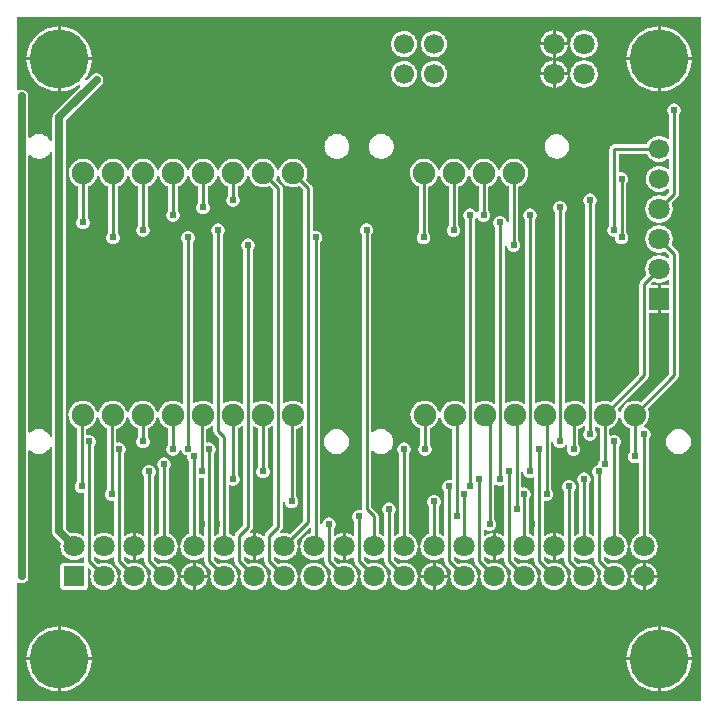
<source format=gbl>
G04 Layer: BottomLayer*
G04 EasyEDA v6.5.32, 2023-07-25 15:13:50*
G04 a282f81a537d4805a8fc574f192bbdcb,5a6b42c53f6a479593ecc07194224c93,10*
G04 Gerber Generator version 0.2*
G04 Scale: 100 percent, Rotated: No, Reflected: No *
G04 Dimensions in millimeters *
G04 leading zeros omitted , absolute positions ,4 integer and 5 decimal *
%FSLAX45Y45*%
%MOMM*%

%AMMACRO1*21,1,$1,$2,0,0,$3*%
%ADD10C,0.2540*%
%ADD11C,0.6350*%
%ADD12C,1.8000*%
%ADD13R,1.8000X1.8000*%
%ADD14MACRO1,1.8X1.7X-90.0000*%
%ADD15C,5.0000*%
%ADD16C,1.9000*%
%ADD17C,1.7000*%
%ADD18C,0.6096*%
%ADD19C,0.0146*%

%LPD*%
G36*
X2441143Y2539695D02*
G01*
X2437384Y2540101D01*
X2434082Y2541879D01*
X2428748Y2546146D01*
X2416098Y2554020D01*
X2402586Y2560218D01*
X2388412Y2564739D01*
X2373782Y2567482D01*
X2358948Y2568397D01*
X2344064Y2567482D01*
X2329434Y2564739D01*
X2315260Y2560218D01*
X2301748Y2554020D01*
X2289302Y2546299D01*
X2285288Y2544876D01*
X2281021Y2545232D01*
X2277262Y2547315D01*
X2274722Y2550769D01*
X2273808Y2554935D01*
X2273808Y4368292D01*
X2272995Y4376318D01*
X2270810Y4383532D01*
X2267254Y4390237D01*
X2262124Y4396435D01*
X2221331Y4437278D01*
X2219147Y4440580D01*
X2218385Y4444492D01*
X2219147Y4448403D01*
X2222195Y4455617D01*
X2225446Y4466894D01*
X2227478Y4470755D01*
X2230932Y4473346D01*
X2235200Y4474311D01*
X2239467Y4473346D01*
X2242921Y4470755D01*
X2244953Y4466894D01*
X2248204Y4455617D01*
X2253996Y4441901D01*
X2261412Y4429048D01*
X2270404Y4417161D01*
X2280767Y4406442D01*
X2292350Y4397146D01*
X2304999Y4389272D01*
X2318512Y4383074D01*
X2332736Y4378553D01*
X2347366Y4375810D01*
X2362200Y4374896D01*
X2377033Y4375810D01*
X2391664Y4378553D01*
X2405888Y4383074D01*
X2409342Y4384649D01*
X2413304Y4385614D01*
X2417368Y4384852D01*
X2420772Y4382617D01*
X2447594Y4355795D01*
X2449830Y4352493D01*
X2450592Y4348581D01*
X2450592Y2549804D01*
X2449880Y2546096D01*
X2447848Y2542895D01*
X2444800Y2540660D01*
G37*

%LPD*%
G36*
X310997Y2263851D02*
G01*
X306933Y2265781D01*
X304088Y2269286D01*
X301040Y2275433D01*
X293319Y2286965D01*
X284175Y2297379D01*
X273761Y2306523D01*
X262280Y2314194D01*
X249834Y2320340D01*
X236728Y2324760D01*
X223164Y2327503D01*
X209346Y2328367D01*
X195478Y2327503D01*
X181914Y2324760D01*
X168808Y2320340D01*
X156362Y2314194D01*
X144881Y2306523D01*
X138023Y2300478D01*
X134670Y2298547D01*
X130860Y2297988D01*
X127101Y2298903D01*
X124002Y2301138D01*
X121869Y2304338D01*
X121158Y2308148D01*
X121158Y4638040D01*
X121869Y4641799D01*
X124002Y4645050D01*
X127101Y4647285D01*
X130860Y4648200D01*
X134670Y4647590D01*
X138023Y4645660D01*
X148132Y4636770D01*
X159664Y4629099D01*
X172059Y4622952D01*
X185216Y4618532D01*
X198780Y4615789D01*
X212598Y4614926D01*
X226415Y4615789D01*
X239979Y4618532D01*
X253136Y4622952D01*
X265531Y4629099D01*
X277063Y4636770D01*
X287477Y4645914D01*
X296621Y4656328D01*
X304749Y4668520D01*
X307797Y4671517D01*
X311861Y4672990D01*
X316128Y4672634D01*
X319887Y4670552D01*
X322427Y4667097D01*
X323342Y4662881D01*
X323342Y2273757D01*
X322326Y2269337D01*
X319532Y2265832D01*
X315468Y2263851D01*
G37*

%LPD*%
G36*
X2333345Y1439976D02*
G01*
X2328672Y1441246D01*
X2314803Y1445717D01*
X2300528Y1448460D01*
X2286000Y1449374D01*
X2271471Y1448460D01*
X2264613Y1447139D01*
X2260346Y1447241D01*
X2256485Y1449120D01*
X2253742Y1452372D01*
X2252573Y1456486D01*
X2253183Y1460703D01*
X2255520Y1464310D01*
X2262124Y1470964D01*
X2267254Y1477162D01*
X2270810Y1483868D01*
X2272995Y1491081D01*
X2273808Y1499108D01*
X2273808Y1702917D01*
X2274671Y1706981D01*
X2277059Y1710385D01*
X2280615Y1712518D01*
X2284730Y1713077D01*
X2288692Y1711909D01*
X2291892Y1709267D01*
X2293772Y1705559D01*
X2296566Y1695246D01*
X2300681Y1686306D01*
X2306320Y1678279D01*
X2313279Y1671320D01*
X2321306Y1665681D01*
X2330246Y1661566D01*
X2339695Y1659026D01*
X2349500Y1658162D01*
X2359304Y1659026D01*
X2368753Y1661566D01*
X2377694Y1665681D01*
X2385720Y1671320D01*
X2392680Y1678279D01*
X2398318Y1686306D01*
X2402433Y1695246D01*
X2404973Y1704695D01*
X2405837Y1714500D01*
X2404973Y1724304D01*
X2402433Y1733753D01*
X2398318Y1742693D01*
X2392680Y1750720D01*
X2391105Y1752295D01*
X2388870Y1755597D01*
X2388108Y1759508D01*
X2388108Y2322474D01*
X2388920Y2326487D01*
X2391206Y2329789D01*
X2394610Y2331974D01*
X2409444Y2337663D01*
X2422550Y2344724D01*
X2434539Y2353208D01*
X2438603Y2354935D01*
X2443022Y2354732D01*
X2446934Y2352700D01*
X2449626Y2349195D01*
X2450592Y2344928D01*
X2450592Y1556918D01*
X2449830Y1553006D01*
X2447594Y1549704D01*
X2340864Y1442923D01*
X2337409Y1440688D01*
G37*

%LPD*%
G36*
X1602892Y1421942D02*
G01*
X1599082Y1422400D01*
X1595780Y1424228D01*
X1592122Y1427226D01*
X1579829Y1435049D01*
X1568450Y1440383D01*
X1565351Y1442669D01*
X1563319Y1445869D01*
X1562608Y1449578D01*
X1562608Y1903831D01*
X1563268Y1907438D01*
X1565198Y1910588D01*
X1568145Y1912874D01*
X1571701Y1913940D01*
X1575409Y1913636D01*
X1577695Y1913026D01*
X1587500Y1912162D01*
X1597304Y1913026D01*
X1599590Y1913636D01*
X1603298Y1913940D01*
X1606854Y1912874D01*
X1609801Y1910588D01*
X1611731Y1907438D01*
X1612392Y1903831D01*
X1612392Y1432052D01*
X1611680Y1428343D01*
X1609648Y1425092D01*
X1606550Y1422857D01*
G37*

%LPD*%
G36*
X1699107Y1421942D02*
G01*
X1695450Y1422857D01*
X1692351Y1425092D01*
X1690319Y1428343D01*
X1689607Y1432052D01*
X1689607Y2113991D01*
X1690370Y2117902D01*
X1692605Y2121204D01*
X1694180Y2122779D01*
X1699818Y2130806D01*
X1703933Y2139746D01*
X1706473Y2149195D01*
X1707337Y2159000D01*
X1706473Y2168804D01*
X1703933Y2178253D01*
X1699818Y2187194D01*
X1694180Y2195220D01*
X1687220Y2202180D01*
X1679193Y2207818D01*
X1670253Y2211933D01*
X1660804Y2214473D01*
X1651000Y2215337D01*
X1641195Y2214473D01*
X1638909Y2213864D01*
X1635201Y2213559D01*
X1631645Y2214626D01*
X1628698Y2216912D01*
X1626768Y2220061D01*
X1626107Y2223668D01*
X1626107Y2322474D01*
X1626920Y2326487D01*
X1629206Y2329789D01*
X1632610Y2331974D01*
X1647443Y2337663D01*
X1660550Y2344724D01*
X1672539Y2353208D01*
X1676603Y2354935D01*
X1681022Y2354732D01*
X1684934Y2352700D01*
X1687626Y2349195D01*
X1688592Y2344928D01*
X1688592Y2311908D01*
X1689404Y2303881D01*
X1691589Y2296668D01*
X1695145Y2289962D01*
X1700275Y2283764D01*
X1736394Y2247595D01*
X1738630Y2244293D01*
X1739392Y2240381D01*
X1739392Y1449578D01*
X1738680Y1445869D01*
X1736648Y1442618D01*
X1733550Y1440383D01*
X1722170Y1435049D01*
X1709877Y1427226D01*
X1706219Y1424228D01*
X1702917Y1422400D01*
G37*

%LPD*%
G36*
X683107Y1421942D02*
G01*
X679450Y1422857D01*
X676351Y1425092D01*
X674319Y1428343D01*
X673608Y1432052D01*
X673608Y2177491D01*
X674370Y2181402D01*
X676605Y2184704D01*
X678180Y2186279D01*
X683818Y2194306D01*
X687933Y2203246D01*
X690473Y2212695D01*
X691337Y2222500D01*
X690473Y2232304D01*
X687933Y2241753D01*
X683818Y2250694D01*
X678180Y2258720D01*
X671220Y2265680D01*
X663194Y2271318D01*
X654253Y2275433D01*
X644804Y2277973D01*
X635000Y2278837D01*
X625195Y2277973D01*
X622909Y2277364D01*
X619201Y2277059D01*
X615645Y2278126D01*
X612698Y2280412D01*
X610768Y2283561D01*
X610108Y2287168D01*
X610108Y2322474D01*
X610920Y2326487D01*
X613206Y2329789D01*
X616610Y2331974D01*
X631444Y2337663D01*
X644550Y2344724D01*
X656691Y2353310D01*
X667715Y2363317D01*
X677418Y2374646D01*
X685596Y2387041D01*
X692251Y2400350D01*
X697179Y2414422D01*
X697992Y2418080D01*
X699566Y2421636D01*
X702360Y2424379D01*
X705967Y2425852D01*
X709879Y2425852D01*
X713486Y2424379D01*
X716280Y2421636D01*
X717854Y2418080D01*
X718667Y2414422D01*
X723595Y2400350D01*
X730250Y2387041D01*
X738428Y2374646D01*
X748131Y2363317D01*
X759155Y2353310D01*
X771296Y2344724D01*
X781558Y2339187D01*
X784402Y2336952D01*
X786231Y2333802D01*
X786892Y2330246D01*
X786892Y1823008D01*
X786130Y1819097D01*
X783894Y1815795D01*
X782320Y1814220D01*
X776681Y1806193D01*
X772566Y1797253D01*
X770026Y1787804D01*
X769162Y1778000D01*
X770026Y1768195D01*
X772566Y1758746D01*
X776681Y1749806D01*
X782320Y1741779D01*
X789279Y1734820D01*
X797306Y1729181D01*
X806246Y1725066D01*
X815695Y1722526D01*
X825500Y1721662D01*
X835304Y1722526D01*
X837590Y1723136D01*
X841298Y1723440D01*
X844854Y1722374D01*
X847801Y1720088D01*
X849731Y1716938D01*
X850392Y1713331D01*
X850392Y1432052D01*
X849680Y1428343D01*
X847648Y1425092D01*
X844550Y1422857D01*
X840892Y1421942D01*
X837082Y1422400D01*
X833780Y1424228D01*
X830122Y1427226D01*
X817829Y1435049D01*
X804672Y1441246D01*
X790803Y1445717D01*
X776528Y1448460D01*
X762000Y1449374D01*
X747471Y1448460D01*
X733196Y1445717D01*
X719328Y1441246D01*
X706170Y1435049D01*
X693877Y1427226D01*
X690219Y1424228D01*
X686917Y1422400D01*
G37*

%LPD*%
G36*
X1858111Y1421231D02*
G01*
X1854149Y1421638D01*
X1850643Y1423517D01*
X1846122Y1427226D01*
X1833829Y1435049D01*
X1822450Y1440383D01*
X1819351Y1442669D01*
X1817319Y1445869D01*
X1816607Y1449578D01*
X1816607Y1844649D01*
X1817420Y1848612D01*
X1819706Y1851964D01*
X1823110Y1854149D01*
X1827123Y1854809D01*
X1831086Y1853844D01*
X1834946Y1852066D01*
X1844395Y1849526D01*
X1854200Y1848662D01*
X1864004Y1849526D01*
X1873453Y1852066D01*
X1882393Y1856181D01*
X1890420Y1861820D01*
X1897380Y1868779D01*
X1903018Y1876806D01*
X1907133Y1885746D01*
X1909673Y1895195D01*
X1910537Y1905000D01*
X1909673Y1914804D01*
X1907133Y1924253D01*
X1903018Y1933193D01*
X1897380Y1941220D01*
X1895805Y1942795D01*
X1893570Y1946097D01*
X1892807Y1950008D01*
X1892807Y2327351D01*
X1893620Y2331313D01*
X1895906Y2334666D01*
X1899310Y2336850D01*
X1901443Y2337663D01*
X1914550Y2344724D01*
X1926539Y2353208D01*
X1930603Y2354935D01*
X1935022Y2354732D01*
X1938934Y2352700D01*
X1941626Y2349195D01*
X1942592Y2344928D01*
X1942592Y1518818D01*
X1941830Y1514906D01*
X1939594Y1511604D01*
X1878075Y1450035D01*
X1872945Y1443837D01*
X1869389Y1437182D01*
X1866849Y1428496D01*
X1865020Y1424940D01*
X1861972Y1422400D01*
G37*

%LPD*%
G36*
X5805932Y25908D02*
G01*
X36068Y26416D01*
X32156Y27178D01*
X28905Y29413D01*
X26670Y32664D01*
X25908Y36576D01*
X25908Y1017473D01*
X26619Y1021283D01*
X28702Y1024534D01*
X31851Y1026718D01*
X35610Y1027633D01*
X39420Y1027074D01*
X49377Y1023619D01*
X58724Y1022096D01*
X68275Y1022096D01*
X77622Y1023619D01*
X86664Y1026718D01*
X94996Y1031240D01*
X102514Y1037082D01*
X108966Y1044092D01*
X114198Y1052068D01*
X118008Y1060805D01*
X120345Y1070000D01*
X121158Y1079906D01*
X121158Y2136851D01*
X121869Y2140661D01*
X124002Y2143861D01*
X127101Y2146096D01*
X130860Y2147011D01*
X134670Y2146452D01*
X138023Y2144522D01*
X144881Y2138476D01*
X156362Y2130806D01*
X168808Y2124659D01*
X181914Y2120239D01*
X195478Y2117496D01*
X209346Y2116632D01*
X223164Y2117496D01*
X236728Y2120239D01*
X249834Y2124659D01*
X262280Y2130806D01*
X273761Y2138476D01*
X284175Y2147620D01*
X293319Y2158034D01*
X301040Y2169566D01*
X304088Y2175713D01*
X306933Y2179218D01*
X310997Y2181148D01*
X315468Y2181148D01*
X319532Y2179167D01*
X322326Y2175662D01*
X323342Y2171242D01*
X323342Y1460906D01*
X324154Y1451000D01*
X326491Y1441805D01*
X330301Y1433068D01*
X335584Y1425041D01*
X340461Y1419504D01*
X392226Y1367739D01*
X394258Y1364843D01*
X395173Y1361490D01*
X394868Y1358036D01*
X394157Y1355191D01*
X392328Y1340764D01*
X392328Y1326235D01*
X394157Y1311757D01*
X397814Y1297686D01*
X403148Y1284173D01*
X410159Y1271371D01*
X418693Y1259636D01*
X428650Y1249019D01*
X439877Y1239723D01*
X452170Y1231950D01*
X465328Y1225753D01*
X479196Y1221232D01*
X493471Y1218539D01*
X508000Y1217625D01*
X522528Y1218539D01*
X536803Y1221232D01*
X550672Y1225753D01*
X563829Y1231950D01*
X576122Y1239723D01*
X579780Y1242720D01*
X583082Y1244600D01*
X586892Y1245057D01*
X590550Y1244092D01*
X593648Y1241856D01*
X595680Y1238656D01*
X596392Y1234897D01*
X596442Y1206550D01*
X595985Y1202385D01*
X593852Y1198727D01*
X590448Y1196289D01*
X586333Y1195374D01*
X418592Y1195374D01*
X412242Y1194663D01*
X406806Y1192784D01*
X401878Y1189685D01*
X397814Y1185621D01*
X394716Y1180693D01*
X392785Y1175258D01*
X392074Y1168908D01*
X392074Y990041D01*
X392785Y983742D01*
X394716Y978255D01*
X397814Y973378D01*
X401878Y969264D01*
X406806Y966216D01*
X412242Y964285D01*
X418592Y963574D01*
X597458Y963574D01*
X603758Y964285D01*
X609193Y966216D01*
X614121Y969264D01*
X618185Y973378D01*
X621284Y978255D01*
X623214Y983742D01*
X623925Y990041D01*
X623925Y1138478D01*
X624687Y1142339D01*
X626872Y1145641D01*
X630174Y1147826D01*
X634085Y1148638D01*
X637946Y1147826D01*
X641248Y1145641D01*
X652678Y1134211D01*
X654862Y1130960D01*
X655675Y1127150D01*
X654964Y1123289D01*
X651814Y1115314D01*
X648157Y1101191D01*
X646328Y1086764D01*
X646328Y1072235D01*
X648157Y1057757D01*
X651814Y1043686D01*
X657148Y1030173D01*
X664159Y1017371D01*
X672693Y1005636D01*
X682650Y995019D01*
X693877Y985723D01*
X706170Y977950D01*
X719328Y971753D01*
X733196Y967232D01*
X747471Y964539D01*
X762000Y963625D01*
X776528Y964539D01*
X790803Y967232D01*
X804672Y971753D01*
X817829Y977950D01*
X830122Y985723D01*
X841349Y995019D01*
X851306Y1005636D01*
X859840Y1017371D01*
X866851Y1030173D01*
X872236Y1043686D01*
X875842Y1057757D01*
X877671Y1072235D01*
X877671Y1086764D01*
X875842Y1101191D01*
X872236Y1115314D01*
X866851Y1128826D01*
X859840Y1141577D01*
X851306Y1153363D01*
X841349Y1163980D01*
X830122Y1173226D01*
X817829Y1181049D01*
X804672Y1187246D01*
X790803Y1191717D01*
X776528Y1194460D01*
X762000Y1195374D01*
X747471Y1194460D01*
X733196Y1191717D01*
X719328Y1187246D01*
X714654Y1185976D01*
X710590Y1186688D01*
X707186Y1188923D01*
X676605Y1219504D01*
X674370Y1222806D01*
X673608Y1226718D01*
X673608Y1234948D01*
X674319Y1238656D01*
X676351Y1241856D01*
X679450Y1244092D01*
X683107Y1245057D01*
X686917Y1244600D01*
X690219Y1242771D01*
X693877Y1239723D01*
X706170Y1231950D01*
X719328Y1225753D01*
X733196Y1221232D01*
X747471Y1218539D01*
X762000Y1217625D01*
X776528Y1218539D01*
X790803Y1221232D01*
X804672Y1225753D01*
X817829Y1231950D01*
X830122Y1239723D01*
X833780Y1242720D01*
X837082Y1244600D01*
X840892Y1245057D01*
X844550Y1244092D01*
X847648Y1241856D01*
X849680Y1238656D01*
X850392Y1234897D01*
X850392Y1207008D01*
X851204Y1198981D01*
X853389Y1191768D01*
X856945Y1185062D01*
X862076Y1178864D01*
X906678Y1134211D01*
X908862Y1130960D01*
X909675Y1127150D01*
X908964Y1123289D01*
X905814Y1115314D01*
X902157Y1101191D01*
X900328Y1086764D01*
X900328Y1072235D01*
X902157Y1057757D01*
X905814Y1043686D01*
X911148Y1030173D01*
X918159Y1017371D01*
X926693Y1005636D01*
X936650Y995019D01*
X947877Y985723D01*
X960170Y977950D01*
X973328Y971753D01*
X987196Y967232D01*
X1001471Y964539D01*
X1016000Y963625D01*
X1030528Y964539D01*
X1044803Y967232D01*
X1058672Y971753D01*
X1071829Y977950D01*
X1084122Y985723D01*
X1095349Y995019D01*
X1105306Y1005636D01*
X1113840Y1017371D01*
X1120851Y1030173D01*
X1126236Y1043686D01*
X1129842Y1057757D01*
X1131671Y1072235D01*
X1131671Y1086764D01*
X1129842Y1101191D01*
X1126236Y1115314D01*
X1120851Y1128826D01*
X1113840Y1141577D01*
X1105306Y1153363D01*
X1095349Y1163980D01*
X1084122Y1173226D01*
X1071829Y1181049D01*
X1058672Y1187246D01*
X1044803Y1191717D01*
X1030528Y1194460D01*
X1016000Y1195374D01*
X1001471Y1194460D01*
X987196Y1191717D01*
X973328Y1187246D01*
X968654Y1185976D01*
X964590Y1186688D01*
X961186Y1188923D01*
X930605Y1219504D01*
X928369Y1222806D01*
X927608Y1226718D01*
X927608Y1234948D01*
X928319Y1238656D01*
X930351Y1241856D01*
X933450Y1244092D01*
X937107Y1245057D01*
X940917Y1244600D01*
X944219Y1242771D01*
X947877Y1239723D01*
X960170Y1231950D01*
X973328Y1225753D01*
X987196Y1221232D01*
X1001471Y1218539D01*
X1003300Y1218387D01*
X1003300Y1320800D01*
X937768Y1320800D01*
X933856Y1321562D01*
X930605Y1323746D01*
X928369Y1327048D01*
X927608Y1330960D01*
X927608Y1336040D01*
X928369Y1339900D01*
X930605Y1343202D01*
X933856Y1345438D01*
X937768Y1346200D01*
X1003300Y1346200D01*
X1003300Y1448562D01*
X1001471Y1448460D01*
X987196Y1445717D01*
X973328Y1441246D01*
X960170Y1435049D01*
X947877Y1427226D01*
X944219Y1424228D01*
X940917Y1422400D01*
X937107Y1421942D01*
X933450Y1422857D01*
X930351Y1425092D01*
X928319Y1428343D01*
X927608Y1432052D01*
X927608Y2113991D01*
X928369Y2117902D01*
X930605Y2121204D01*
X932180Y2122779D01*
X937818Y2130806D01*
X941933Y2139746D01*
X944473Y2149195D01*
X945337Y2159000D01*
X944473Y2168804D01*
X941933Y2178253D01*
X937818Y2187194D01*
X932180Y2195220D01*
X925220Y2202180D01*
X917194Y2207818D01*
X908253Y2211933D01*
X898804Y2214473D01*
X889000Y2215337D01*
X879195Y2214473D01*
X876909Y2213864D01*
X873201Y2213559D01*
X869645Y2214626D01*
X866698Y2216912D01*
X864768Y2220061D01*
X864108Y2223668D01*
X864108Y2322474D01*
X864920Y2326487D01*
X867206Y2329789D01*
X870610Y2331974D01*
X885444Y2337663D01*
X898550Y2344724D01*
X910691Y2353310D01*
X921715Y2363317D01*
X931418Y2374646D01*
X939596Y2387041D01*
X946251Y2400350D01*
X951179Y2414422D01*
X951992Y2418080D01*
X953566Y2421636D01*
X956360Y2424379D01*
X959967Y2425852D01*
X963879Y2425852D01*
X967486Y2424379D01*
X970280Y2421636D01*
X971854Y2418080D01*
X972667Y2414422D01*
X977595Y2400350D01*
X984250Y2387041D01*
X992428Y2374646D01*
X1002131Y2363317D01*
X1013155Y2353310D01*
X1025296Y2344724D01*
X1038402Y2337663D01*
X1047089Y2334310D01*
X1050493Y2332126D01*
X1052779Y2328773D01*
X1053592Y2324811D01*
X1053592Y2267508D01*
X1052830Y2263597D01*
X1050594Y2260295D01*
X1049020Y2258720D01*
X1043381Y2250694D01*
X1039266Y2241753D01*
X1036726Y2232304D01*
X1035862Y2222500D01*
X1036726Y2212695D01*
X1039266Y2203246D01*
X1043381Y2194306D01*
X1049020Y2186279D01*
X1055979Y2179320D01*
X1064006Y2173681D01*
X1072946Y2169566D01*
X1082395Y2167026D01*
X1092200Y2166162D01*
X1102004Y2167026D01*
X1111453Y2169566D01*
X1120394Y2173681D01*
X1128420Y2179320D01*
X1135380Y2186279D01*
X1141018Y2194306D01*
X1145133Y2203246D01*
X1147673Y2212695D01*
X1148537Y2222500D01*
X1147673Y2232304D01*
X1145133Y2241753D01*
X1141018Y2250694D01*
X1135380Y2258720D01*
X1133805Y2260295D01*
X1131570Y2263597D01*
X1130808Y2267508D01*
X1130808Y2327351D01*
X1131620Y2331313D01*
X1133906Y2334666D01*
X1137310Y2336850D01*
X1139444Y2337663D01*
X1152550Y2344724D01*
X1164691Y2353310D01*
X1175715Y2363317D01*
X1185418Y2374646D01*
X1193596Y2387041D01*
X1200251Y2400350D01*
X1205179Y2414422D01*
X1205992Y2418080D01*
X1207566Y2421636D01*
X1210360Y2424379D01*
X1213967Y2425852D01*
X1217879Y2425852D01*
X1221486Y2424379D01*
X1224280Y2421636D01*
X1225854Y2418080D01*
X1226667Y2414422D01*
X1231595Y2400350D01*
X1238250Y2387041D01*
X1246428Y2374646D01*
X1256131Y2363317D01*
X1267155Y2353310D01*
X1279296Y2344724D01*
X1292402Y2337663D01*
X1301089Y2334310D01*
X1304493Y2332126D01*
X1306779Y2328773D01*
X1307592Y2324811D01*
X1307592Y2204008D01*
X1306830Y2200097D01*
X1304594Y2196795D01*
X1303020Y2195220D01*
X1297381Y2187194D01*
X1293266Y2178253D01*
X1290726Y2168804D01*
X1289862Y2159000D01*
X1290726Y2149195D01*
X1293266Y2139746D01*
X1297381Y2130806D01*
X1303020Y2122779D01*
X1309979Y2115820D01*
X1318006Y2110181D01*
X1326946Y2106066D01*
X1336395Y2103526D01*
X1346200Y2102662D01*
X1356004Y2103526D01*
X1365453Y2106066D01*
X1374394Y2110181D01*
X1382420Y2115820D01*
X1389380Y2122779D01*
X1395018Y2130806D01*
X1399133Y2139746D01*
X1399895Y2142490D01*
X1401927Y2146350D01*
X1405382Y2149043D01*
X1409700Y2150008D01*
X1414018Y2149043D01*
X1417472Y2146350D01*
X1419504Y2142490D01*
X1420266Y2139746D01*
X1424381Y2130806D01*
X1430020Y2122779D01*
X1436979Y2115820D01*
X1445006Y2110181D01*
X1453946Y2106066D01*
X1460144Y2104390D01*
X1463852Y2102510D01*
X1466494Y2099360D01*
X1467662Y2095449D01*
X1468526Y2085695D01*
X1471066Y2076246D01*
X1475181Y2067306D01*
X1480820Y2059279D01*
X1482394Y2057704D01*
X1484630Y2054402D01*
X1485392Y2050491D01*
X1485392Y1449578D01*
X1484680Y1445869D01*
X1482648Y1442618D01*
X1479550Y1440383D01*
X1468170Y1435049D01*
X1455877Y1427226D01*
X1444650Y1417980D01*
X1434693Y1407363D01*
X1426159Y1395577D01*
X1419148Y1382826D01*
X1413814Y1369314D01*
X1410157Y1355191D01*
X1408328Y1340764D01*
X1408328Y1326235D01*
X1410157Y1311757D01*
X1413814Y1297686D01*
X1419148Y1284173D01*
X1426159Y1271371D01*
X1434693Y1259636D01*
X1444650Y1249019D01*
X1455877Y1239723D01*
X1468170Y1231950D01*
X1481328Y1225753D01*
X1495196Y1221232D01*
X1509471Y1218539D01*
X1524000Y1217625D01*
X1538528Y1218539D01*
X1552803Y1221232D01*
X1566672Y1225753D01*
X1579829Y1231950D01*
X1592122Y1239723D01*
X1595780Y1242720D01*
X1599082Y1244600D01*
X1602892Y1245057D01*
X1606550Y1244092D01*
X1609648Y1241856D01*
X1611680Y1238656D01*
X1612392Y1234897D01*
X1612392Y1207008D01*
X1613204Y1198981D01*
X1615389Y1191768D01*
X1618945Y1185062D01*
X1624076Y1178864D01*
X1668678Y1134211D01*
X1670862Y1130960D01*
X1671675Y1127150D01*
X1670964Y1123289D01*
X1667814Y1115314D01*
X1664157Y1101191D01*
X1662328Y1086764D01*
X1662328Y1072235D01*
X1664157Y1057757D01*
X1667814Y1043686D01*
X1673148Y1030173D01*
X1680159Y1017371D01*
X1688693Y1005636D01*
X1698650Y995019D01*
X1709877Y985723D01*
X1722170Y977950D01*
X1735328Y971753D01*
X1749196Y967232D01*
X1763471Y964539D01*
X1778000Y963625D01*
X1792528Y964539D01*
X1806803Y967232D01*
X1820672Y971753D01*
X1833829Y977950D01*
X1846122Y985723D01*
X1857349Y995019D01*
X1867306Y1005636D01*
X1875840Y1017371D01*
X1882851Y1030173D01*
X1888236Y1043686D01*
X1891842Y1057757D01*
X1893671Y1072235D01*
X1893671Y1086764D01*
X1891842Y1101191D01*
X1888236Y1115314D01*
X1882851Y1128826D01*
X1875840Y1141577D01*
X1867306Y1153363D01*
X1857349Y1163980D01*
X1846122Y1173226D01*
X1833829Y1181049D01*
X1820672Y1187246D01*
X1806803Y1191717D01*
X1792528Y1194460D01*
X1778000Y1195374D01*
X1763471Y1194460D01*
X1749196Y1191717D01*
X1735328Y1187246D01*
X1730654Y1185976D01*
X1726590Y1186688D01*
X1723186Y1188923D01*
X1692605Y1219504D01*
X1690370Y1222806D01*
X1689607Y1226718D01*
X1689607Y1234948D01*
X1690319Y1238656D01*
X1692351Y1241856D01*
X1695450Y1244092D01*
X1699107Y1245057D01*
X1702917Y1244600D01*
X1706219Y1242771D01*
X1709877Y1239723D01*
X1722170Y1231950D01*
X1735328Y1225753D01*
X1749196Y1221232D01*
X1763471Y1218539D01*
X1778000Y1217625D01*
X1792528Y1218539D01*
X1806803Y1221232D01*
X1820672Y1225753D01*
X1833829Y1231950D01*
X1846122Y1239723D01*
X1849780Y1242720D01*
X1853082Y1244600D01*
X1856892Y1245057D01*
X1860550Y1244092D01*
X1863648Y1241856D01*
X1865680Y1238656D01*
X1866392Y1234897D01*
X1866392Y1207008D01*
X1867204Y1198981D01*
X1869389Y1191768D01*
X1872945Y1185062D01*
X1878075Y1178864D01*
X1922678Y1134211D01*
X1924862Y1130960D01*
X1925675Y1127150D01*
X1924964Y1123289D01*
X1921814Y1115314D01*
X1918157Y1101191D01*
X1916328Y1086764D01*
X1916328Y1072235D01*
X1918157Y1057757D01*
X1921814Y1043686D01*
X1927148Y1030173D01*
X1934159Y1017371D01*
X1942693Y1005636D01*
X1952650Y995019D01*
X1963877Y985723D01*
X1976170Y977950D01*
X1989328Y971753D01*
X2003196Y967232D01*
X2017471Y964539D01*
X2032000Y963625D01*
X2046528Y964539D01*
X2060803Y967232D01*
X2074672Y971753D01*
X2087829Y977950D01*
X2100122Y985723D01*
X2111349Y995019D01*
X2121306Y1005636D01*
X2129840Y1017371D01*
X2136851Y1030173D01*
X2142236Y1043686D01*
X2145842Y1057757D01*
X2147671Y1072235D01*
X2147671Y1086764D01*
X2145842Y1101191D01*
X2142236Y1115314D01*
X2136851Y1128826D01*
X2129840Y1141577D01*
X2121306Y1153363D01*
X2111349Y1163980D01*
X2100122Y1173226D01*
X2087829Y1181049D01*
X2074672Y1187246D01*
X2060803Y1191717D01*
X2046528Y1194460D01*
X2032000Y1195374D01*
X2017471Y1194460D01*
X2003196Y1191717D01*
X1989328Y1187246D01*
X1984654Y1185976D01*
X1980590Y1186688D01*
X1977186Y1188923D01*
X1946605Y1219504D01*
X1944370Y1222806D01*
X1943607Y1226718D01*
X1943607Y1234948D01*
X1944319Y1238656D01*
X1946351Y1241856D01*
X1949450Y1244092D01*
X1953107Y1245057D01*
X1956917Y1244600D01*
X1960219Y1242771D01*
X1963877Y1239723D01*
X1976170Y1231950D01*
X1989328Y1225753D01*
X2003196Y1221232D01*
X2017471Y1218539D01*
X2019300Y1218387D01*
X2019300Y1320800D01*
X1953768Y1320800D01*
X1949856Y1321562D01*
X1946605Y1323746D01*
X1944370Y1327048D01*
X1943607Y1330960D01*
X1943607Y1336040D01*
X1944370Y1339900D01*
X1946605Y1343202D01*
X1949856Y1345438D01*
X1953768Y1346200D01*
X2019300Y1346200D01*
X2019300Y1448562D01*
X2017471Y1448460D01*
X2010613Y1447139D01*
X2006346Y1447241D01*
X2002485Y1449120D01*
X1999742Y1452372D01*
X1998573Y1456486D01*
X1999183Y1460703D01*
X2001520Y1464310D01*
X2008124Y1470964D01*
X2013254Y1477162D01*
X2016810Y1483868D01*
X2018995Y1491081D01*
X2019807Y1499108D01*
X2019807Y2340254D01*
X2020773Y2344572D01*
X2023465Y2348077D01*
X2027377Y2350109D01*
X2031796Y2350262D01*
X2035860Y2348585D01*
X2041296Y2344724D01*
X2054402Y2337663D01*
X2063089Y2334310D01*
X2066493Y2332126D01*
X2068779Y2328773D01*
X2069592Y2324811D01*
X2069592Y2013508D01*
X2068830Y2009597D01*
X2066594Y2006295D01*
X2065020Y2004720D01*
X2059381Y1996693D01*
X2055266Y1987753D01*
X2052726Y1978304D01*
X2051862Y1968500D01*
X2052726Y1958695D01*
X2055266Y1949246D01*
X2059381Y1940306D01*
X2065020Y1932279D01*
X2071979Y1925320D01*
X2080006Y1919681D01*
X2088946Y1915566D01*
X2098395Y1913026D01*
X2108200Y1912162D01*
X2118004Y1913026D01*
X2127453Y1915566D01*
X2136394Y1919681D01*
X2144420Y1925320D01*
X2151380Y1932279D01*
X2157018Y1940306D01*
X2161133Y1949246D01*
X2163673Y1958695D01*
X2164537Y1968500D01*
X2163673Y1978304D01*
X2161133Y1987753D01*
X2157018Y1996693D01*
X2151380Y2004720D01*
X2149805Y2006295D01*
X2147570Y2009597D01*
X2146808Y2013508D01*
X2146808Y2327351D01*
X2147620Y2331313D01*
X2149906Y2334666D01*
X2153310Y2336850D01*
X2155444Y2337663D01*
X2168550Y2344724D01*
X2180539Y2353208D01*
X2184603Y2354935D01*
X2189022Y2354732D01*
X2192934Y2352700D01*
X2195626Y2349195D01*
X2196592Y2344928D01*
X2196592Y1518818D01*
X2195830Y1514906D01*
X2193594Y1511604D01*
X2132076Y1450035D01*
X2126945Y1443837D01*
X2123389Y1437182D01*
X2120849Y1428496D01*
X2119020Y1424940D01*
X2115972Y1422400D01*
X2112111Y1421231D01*
X2108149Y1421638D01*
X2104644Y1423517D01*
X2100122Y1427226D01*
X2087829Y1435049D01*
X2074672Y1441246D01*
X2060803Y1445717D01*
X2046528Y1448460D01*
X2044700Y1448562D01*
X2044700Y1346200D01*
X2110232Y1346200D01*
X2114143Y1345438D01*
X2117394Y1343202D01*
X2119630Y1339900D01*
X2120392Y1336040D01*
X2120392Y1330960D01*
X2119630Y1327048D01*
X2117394Y1323746D01*
X2114143Y1321562D01*
X2110232Y1320800D01*
X2044700Y1320800D01*
X2044700Y1218387D01*
X2046528Y1218539D01*
X2060803Y1221232D01*
X2074672Y1225753D01*
X2087829Y1231950D01*
X2100122Y1239723D01*
X2103780Y1242720D01*
X2107082Y1244600D01*
X2110892Y1245057D01*
X2114550Y1244092D01*
X2117648Y1241856D01*
X2119680Y1238656D01*
X2120392Y1234897D01*
X2120392Y1207008D01*
X2121204Y1198981D01*
X2123389Y1191768D01*
X2126945Y1185062D01*
X2132076Y1178864D01*
X2176678Y1134211D01*
X2178862Y1130960D01*
X2179675Y1127150D01*
X2178964Y1123289D01*
X2175814Y1115314D01*
X2172157Y1101191D01*
X2170328Y1086764D01*
X2170328Y1072235D01*
X2172157Y1057757D01*
X2175814Y1043686D01*
X2181148Y1030173D01*
X2188159Y1017371D01*
X2196693Y1005636D01*
X2206650Y995019D01*
X2217877Y985723D01*
X2230170Y977950D01*
X2243328Y971753D01*
X2257196Y967232D01*
X2271471Y964539D01*
X2286000Y963625D01*
X2300528Y964539D01*
X2314803Y967232D01*
X2328672Y971753D01*
X2341829Y977950D01*
X2354122Y985723D01*
X2365349Y995019D01*
X2375306Y1005636D01*
X2383840Y1017371D01*
X2390851Y1030173D01*
X2396236Y1043686D01*
X2399842Y1057757D01*
X2401671Y1072235D01*
X2401671Y1086764D01*
X2399842Y1101191D01*
X2396236Y1115314D01*
X2390851Y1128826D01*
X2383840Y1141577D01*
X2375306Y1153363D01*
X2365349Y1163980D01*
X2354122Y1173226D01*
X2341829Y1181049D01*
X2328672Y1187246D01*
X2314803Y1191717D01*
X2300528Y1194460D01*
X2286000Y1195374D01*
X2271471Y1194460D01*
X2257196Y1191717D01*
X2243328Y1187246D01*
X2238654Y1185976D01*
X2234590Y1186688D01*
X2231186Y1188923D01*
X2200605Y1219504D01*
X2198370Y1222806D01*
X2197608Y1226718D01*
X2197608Y1234948D01*
X2198319Y1238656D01*
X2200351Y1241856D01*
X2203450Y1244092D01*
X2207107Y1245057D01*
X2210917Y1244600D01*
X2214219Y1242771D01*
X2217877Y1239723D01*
X2230170Y1231950D01*
X2243328Y1225753D01*
X2257196Y1221232D01*
X2271471Y1218539D01*
X2286000Y1217625D01*
X2300528Y1218539D01*
X2314803Y1221232D01*
X2328672Y1225753D01*
X2341829Y1231950D01*
X2354122Y1239723D01*
X2365349Y1249019D01*
X2375306Y1259636D01*
X2383840Y1271371D01*
X2390851Y1284173D01*
X2396236Y1297686D01*
X2399842Y1311757D01*
X2401671Y1326235D01*
X2401671Y1340764D01*
X2399842Y1355191D01*
X2396236Y1369314D01*
X2393035Y1377289D01*
X2392324Y1381150D01*
X2393137Y1384960D01*
X2395321Y1388211D01*
X2496769Y1489659D01*
X2500020Y1491843D01*
X2503932Y1492605D01*
X2507843Y1491843D01*
X2511094Y1489659D01*
X2513330Y1486357D01*
X2514092Y1482445D01*
X2514092Y1454048D01*
X2513228Y1449933D01*
X2510739Y1446530D01*
X2507081Y1444396D01*
X2497328Y1441246D01*
X2484170Y1435049D01*
X2471877Y1427226D01*
X2460650Y1417980D01*
X2450693Y1407363D01*
X2442159Y1395577D01*
X2435148Y1382826D01*
X2429814Y1369314D01*
X2426157Y1355191D01*
X2424328Y1340764D01*
X2424328Y1326235D01*
X2426157Y1311757D01*
X2429814Y1297686D01*
X2435148Y1284173D01*
X2442159Y1271371D01*
X2450693Y1259636D01*
X2460650Y1249019D01*
X2471877Y1239723D01*
X2484170Y1231950D01*
X2497328Y1225753D01*
X2511196Y1221232D01*
X2525471Y1218539D01*
X2540000Y1217625D01*
X2554528Y1218539D01*
X2568803Y1221232D01*
X2582672Y1225753D01*
X2595829Y1231950D01*
X2608122Y1239723D01*
X2611780Y1242720D01*
X2615082Y1244600D01*
X2618892Y1245057D01*
X2622550Y1244092D01*
X2625648Y1241856D01*
X2627680Y1238656D01*
X2628392Y1234897D01*
X2628392Y1207008D01*
X2629204Y1198981D01*
X2631389Y1191768D01*
X2634945Y1185062D01*
X2640076Y1178864D01*
X2684678Y1134211D01*
X2686862Y1130960D01*
X2687675Y1127150D01*
X2686964Y1123289D01*
X2683814Y1115314D01*
X2680157Y1101191D01*
X2678328Y1086764D01*
X2678328Y1072235D01*
X2680157Y1057757D01*
X2683814Y1043686D01*
X2689148Y1030173D01*
X2696159Y1017371D01*
X2704693Y1005636D01*
X2714650Y995019D01*
X2725877Y985723D01*
X2738170Y977950D01*
X2751328Y971753D01*
X2765196Y967232D01*
X2779471Y964539D01*
X2794000Y963625D01*
X2808528Y964539D01*
X2822803Y967232D01*
X2836672Y971753D01*
X2849829Y977950D01*
X2862122Y985723D01*
X2873349Y995019D01*
X2883306Y1005636D01*
X2891840Y1017371D01*
X2898851Y1030173D01*
X2904236Y1043686D01*
X2907842Y1057757D01*
X2909671Y1072235D01*
X2909671Y1086764D01*
X2907842Y1101191D01*
X2904236Y1115314D01*
X2898851Y1128826D01*
X2891840Y1141577D01*
X2883306Y1153363D01*
X2873349Y1163980D01*
X2862122Y1173226D01*
X2849829Y1181049D01*
X2836672Y1187246D01*
X2822803Y1191717D01*
X2808528Y1194460D01*
X2794000Y1195374D01*
X2779471Y1194460D01*
X2765196Y1191717D01*
X2751328Y1187246D01*
X2746654Y1185976D01*
X2742590Y1186688D01*
X2739186Y1188923D01*
X2708605Y1219504D01*
X2706370Y1222806D01*
X2705608Y1226718D01*
X2705608Y1234948D01*
X2706319Y1238656D01*
X2708351Y1241856D01*
X2711450Y1244092D01*
X2715107Y1245057D01*
X2718917Y1244600D01*
X2722219Y1242771D01*
X2725877Y1239723D01*
X2738170Y1231950D01*
X2751328Y1225753D01*
X2765196Y1221232D01*
X2779471Y1218539D01*
X2781300Y1218387D01*
X2781300Y1320800D01*
X2715768Y1320800D01*
X2711856Y1321562D01*
X2708605Y1323746D01*
X2706370Y1327048D01*
X2705608Y1330960D01*
X2705608Y1336040D01*
X2706370Y1339900D01*
X2708605Y1343202D01*
X2711856Y1345438D01*
X2715768Y1346200D01*
X2781300Y1346200D01*
X2781300Y1448562D01*
X2779471Y1448460D01*
X2765196Y1445717D01*
X2751328Y1441246D01*
X2738170Y1435049D01*
X2725877Y1427226D01*
X2722219Y1424228D01*
X2718917Y1422400D01*
X2715107Y1421942D01*
X2711450Y1422857D01*
X2708351Y1425092D01*
X2706319Y1428343D01*
X2705608Y1432052D01*
X2705608Y1478991D01*
X2706370Y1482902D01*
X2708605Y1486204D01*
X2710180Y1487779D01*
X2715818Y1495806D01*
X2719933Y1504746D01*
X2722473Y1514195D01*
X2723337Y1524000D01*
X2722473Y1533804D01*
X2719933Y1543253D01*
X2715818Y1552194D01*
X2710180Y1560220D01*
X2703220Y1567180D01*
X2695194Y1572818D01*
X2686253Y1576933D01*
X2676804Y1579473D01*
X2667000Y1580337D01*
X2657195Y1579473D01*
X2647746Y1576933D01*
X2638806Y1572818D01*
X2630779Y1567180D01*
X2623820Y1560220D01*
X2618181Y1552194D01*
X2614066Y1543253D01*
X2611272Y1532940D01*
X2609392Y1529232D01*
X2606192Y1526590D01*
X2602230Y1525422D01*
X2598115Y1525981D01*
X2594559Y1528114D01*
X2592171Y1531518D01*
X2591308Y1535582D01*
X2591308Y3904691D01*
X2592070Y3908602D01*
X2594305Y3911904D01*
X2595880Y3913479D01*
X2601518Y3921506D01*
X2605633Y3930446D01*
X2608173Y3939895D01*
X2609037Y3949700D01*
X2608173Y3959504D01*
X2605633Y3968953D01*
X2601518Y3977894D01*
X2595880Y3985920D01*
X2588920Y3992879D01*
X2580894Y3998518D01*
X2571953Y4002633D01*
X2562504Y4005173D01*
X2552700Y4006037D01*
X2542895Y4005173D01*
X2540609Y4004564D01*
X2536901Y4004259D01*
X2533345Y4005326D01*
X2530398Y4007612D01*
X2528468Y4010761D01*
X2527808Y4014368D01*
X2527808Y4368292D01*
X2526995Y4376318D01*
X2524810Y4383532D01*
X2521254Y4390237D01*
X2516124Y4396435D01*
X2475331Y4437278D01*
X2473147Y4440580D01*
X2472385Y4444492D01*
X2473147Y4448403D01*
X2476195Y4455617D01*
X2480310Y4469942D01*
X2482596Y4484624D01*
X2483053Y4499508D01*
X2481681Y4514342D01*
X2478481Y4528870D01*
X2473502Y4542942D01*
X2466898Y4556252D01*
X2458669Y4568647D01*
X2448966Y4579975D01*
X2437993Y4589983D01*
X2425852Y4598568D01*
X2412746Y4605629D01*
X2398826Y4611014D01*
X2384399Y4614621D01*
X2369616Y4616450D01*
X2354783Y4616450D01*
X2340000Y4614621D01*
X2325573Y4611014D01*
X2311654Y4605629D01*
X2298547Y4598568D01*
X2286406Y4589983D01*
X2275433Y4579975D01*
X2265730Y4568647D01*
X2257501Y4556252D01*
X2250897Y4542942D01*
X2245918Y4528870D01*
X2245106Y4525213D01*
X2243582Y4521657D01*
X2240788Y4518914D01*
X2237130Y4517440D01*
X2233269Y4517440D01*
X2229612Y4518914D01*
X2226818Y4521657D01*
X2225294Y4525213D01*
X2224481Y4528870D01*
X2219502Y4542942D01*
X2212898Y4556252D01*
X2204669Y4568647D01*
X2194966Y4579975D01*
X2183993Y4589983D01*
X2171852Y4598568D01*
X2158746Y4605629D01*
X2144826Y4611014D01*
X2130399Y4614621D01*
X2115616Y4616450D01*
X2100783Y4616450D01*
X2086000Y4614621D01*
X2071573Y4611014D01*
X2057654Y4605629D01*
X2044547Y4598568D01*
X2032406Y4589983D01*
X2021433Y4579975D01*
X2011730Y4568647D01*
X2003501Y4556252D01*
X1996897Y4542942D01*
X1991918Y4528870D01*
X1991106Y4525213D01*
X1989582Y4521657D01*
X1986788Y4518914D01*
X1983130Y4517440D01*
X1979269Y4517440D01*
X1975612Y4518914D01*
X1972818Y4521657D01*
X1971293Y4525213D01*
X1970481Y4528870D01*
X1965502Y4542942D01*
X1958898Y4556252D01*
X1950669Y4568647D01*
X1940966Y4579975D01*
X1929993Y4589983D01*
X1917852Y4598568D01*
X1904746Y4605629D01*
X1890826Y4611014D01*
X1876399Y4614621D01*
X1861616Y4616450D01*
X1846783Y4616450D01*
X1832000Y4614621D01*
X1817573Y4611014D01*
X1803654Y4605629D01*
X1790547Y4598568D01*
X1778406Y4589983D01*
X1767433Y4579975D01*
X1757730Y4568647D01*
X1749501Y4556252D01*
X1742897Y4542942D01*
X1737918Y4528870D01*
X1737106Y4525213D01*
X1735582Y4521657D01*
X1732788Y4518914D01*
X1729130Y4517440D01*
X1725269Y4517440D01*
X1721612Y4518914D01*
X1718818Y4521657D01*
X1717293Y4525213D01*
X1716481Y4528870D01*
X1711502Y4542942D01*
X1704898Y4556252D01*
X1696669Y4568647D01*
X1686966Y4579975D01*
X1675993Y4589983D01*
X1663852Y4598568D01*
X1650746Y4605629D01*
X1636826Y4611014D01*
X1622399Y4614621D01*
X1607616Y4616450D01*
X1592783Y4616450D01*
X1578000Y4614621D01*
X1563573Y4611014D01*
X1549654Y4605629D01*
X1536547Y4598568D01*
X1524406Y4589983D01*
X1513433Y4579975D01*
X1503730Y4568647D01*
X1495501Y4556252D01*
X1488897Y4542942D01*
X1483918Y4528870D01*
X1483106Y4525213D01*
X1481582Y4521657D01*
X1478788Y4518914D01*
X1475130Y4517440D01*
X1471269Y4517440D01*
X1467612Y4518914D01*
X1464818Y4521657D01*
X1463294Y4525213D01*
X1462481Y4528870D01*
X1457502Y4542942D01*
X1450898Y4556252D01*
X1442669Y4568647D01*
X1432966Y4579975D01*
X1421993Y4589983D01*
X1409852Y4598568D01*
X1396746Y4605629D01*
X1382826Y4611014D01*
X1368399Y4614621D01*
X1353616Y4616450D01*
X1338783Y4616450D01*
X1324000Y4614621D01*
X1309573Y4611014D01*
X1295654Y4605629D01*
X1282547Y4598568D01*
X1270406Y4589983D01*
X1259433Y4579975D01*
X1249730Y4568647D01*
X1241501Y4556252D01*
X1234897Y4542942D01*
X1229918Y4528870D01*
X1229106Y4525213D01*
X1227582Y4521657D01*
X1224788Y4518914D01*
X1221130Y4517440D01*
X1217269Y4517440D01*
X1213612Y4518914D01*
X1210818Y4521657D01*
X1209294Y4525213D01*
X1208481Y4528870D01*
X1203502Y4542942D01*
X1196898Y4556252D01*
X1188669Y4568647D01*
X1178966Y4579975D01*
X1167993Y4589983D01*
X1155852Y4598568D01*
X1142746Y4605629D01*
X1128826Y4611014D01*
X1114399Y4614621D01*
X1099616Y4616450D01*
X1084783Y4616450D01*
X1070000Y4614621D01*
X1055573Y4611014D01*
X1041653Y4605629D01*
X1028547Y4598568D01*
X1016406Y4589983D01*
X1005433Y4579975D01*
X995730Y4568647D01*
X987501Y4556252D01*
X980897Y4542942D01*
X975918Y4528870D01*
X975106Y4525213D01*
X973582Y4521657D01*
X970787Y4518914D01*
X967130Y4517440D01*
X963269Y4517440D01*
X959612Y4518914D01*
X956818Y4521657D01*
X955294Y4525213D01*
X954481Y4528870D01*
X949502Y4542942D01*
X942898Y4556252D01*
X934669Y4568647D01*
X924966Y4579975D01*
X913993Y4589983D01*
X901852Y4598568D01*
X888746Y4605629D01*
X874826Y4611014D01*
X860399Y4614621D01*
X845616Y4616450D01*
X830783Y4616450D01*
X816000Y4614621D01*
X801573Y4611014D01*
X787654Y4605629D01*
X774547Y4598568D01*
X762406Y4589983D01*
X751433Y4579975D01*
X741730Y4568647D01*
X733501Y4556252D01*
X726897Y4542942D01*
X721918Y4528870D01*
X721106Y4525213D01*
X719582Y4521657D01*
X716788Y4518914D01*
X713130Y4517440D01*
X709269Y4517440D01*
X705612Y4518914D01*
X702818Y4521657D01*
X701294Y4525213D01*
X700481Y4528870D01*
X695502Y4542942D01*
X688898Y4556252D01*
X680669Y4568647D01*
X670966Y4579975D01*
X659993Y4589983D01*
X647852Y4598568D01*
X634746Y4605629D01*
X620826Y4611014D01*
X606399Y4614621D01*
X591616Y4616450D01*
X576783Y4616450D01*
X562000Y4614621D01*
X547573Y4611014D01*
X533654Y4605629D01*
X520547Y4598568D01*
X508406Y4589983D01*
X497433Y4579975D01*
X487730Y4568647D01*
X479501Y4556252D01*
X472897Y4542942D01*
X467918Y4528870D01*
X464718Y4514342D01*
X463346Y4499508D01*
X463804Y4484624D01*
X466090Y4469942D01*
X470204Y4455617D01*
X475996Y4441901D01*
X483412Y4429048D01*
X492404Y4417161D01*
X502767Y4406442D01*
X514350Y4397146D01*
X526999Y4389272D01*
X539699Y4383481D01*
X542798Y4381246D01*
X544880Y4377994D01*
X545592Y4374235D01*
X545592Y4121708D01*
X544830Y4117797D01*
X542594Y4114495D01*
X541020Y4112920D01*
X535381Y4104894D01*
X531266Y4095953D01*
X528726Y4086504D01*
X527862Y4076700D01*
X528726Y4066895D01*
X531266Y4057446D01*
X535381Y4048506D01*
X541020Y4040479D01*
X547979Y4033520D01*
X556006Y4027881D01*
X564946Y4023766D01*
X574395Y4021226D01*
X584200Y4020362D01*
X594004Y4021226D01*
X603453Y4023766D01*
X612394Y4027881D01*
X620420Y4033520D01*
X627380Y4040479D01*
X633018Y4048506D01*
X637133Y4057446D01*
X639673Y4066895D01*
X640537Y4076700D01*
X639673Y4086504D01*
X637133Y4095953D01*
X633018Y4104894D01*
X627380Y4112920D01*
X625805Y4114495D01*
X623570Y4117797D01*
X622808Y4121708D01*
X622808Y4374235D01*
X623519Y4377994D01*
X625602Y4381246D01*
X628700Y4383481D01*
X641400Y4389272D01*
X654050Y4397146D01*
X665632Y4406442D01*
X675995Y4417161D01*
X684987Y4429048D01*
X692404Y4441901D01*
X698195Y4455617D01*
X701446Y4466894D01*
X703478Y4470755D01*
X706932Y4473346D01*
X711200Y4474311D01*
X715467Y4473346D01*
X718921Y4470755D01*
X720953Y4466894D01*
X724204Y4455617D01*
X729996Y4441901D01*
X737412Y4429048D01*
X746404Y4417161D01*
X756767Y4406442D01*
X768350Y4397146D01*
X780999Y4389272D01*
X793699Y4383481D01*
X796798Y4381246D01*
X798880Y4377994D01*
X799592Y4374235D01*
X799592Y3994708D01*
X798830Y3990797D01*
X796594Y3987495D01*
X795020Y3985920D01*
X789381Y3977894D01*
X785266Y3968953D01*
X782726Y3959504D01*
X781862Y3949700D01*
X782726Y3939895D01*
X785266Y3930446D01*
X789381Y3921506D01*
X795020Y3913479D01*
X801979Y3906520D01*
X810006Y3900881D01*
X818946Y3896766D01*
X828395Y3894226D01*
X838200Y3893362D01*
X848004Y3894226D01*
X857453Y3896766D01*
X866394Y3900881D01*
X874420Y3906520D01*
X881380Y3913479D01*
X887018Y3921506D01*
X891133Y3930446D01*
X893673Y3939895D01*
X894537Y3949700D01*
X893673Y3959504D01*
X891133Y3968953D01*
X887018Y3977894D01*
X881380Y3985920D01*
X879805Y3987495D01*
X877569Y3990797D01*
X876808Y3994708D01*
X876808Y4374235D01*
X877519Y4377994D01*
X879602Y4381246D01*
X882700Y4383481D01*
X895400Y4389272D01*
X908050Y4397146D01*
X919632Y4406442D01*
X929995Y4417161D01*
X938987Y4429048D01*
X946403Y4441901D01*
X952195Y4455617D01*
X955446Y4466894D01*
X957478Y4470755D01*
X960932Y4473346D01*
X965200Y4474311D01*
X969467Y4473346D01*
X972921Y4470755D01*
X974953Y4466894D01*
X978204Y4455617D01*
X983996Y4441901D01*
X991412Y4429048D01*
X1000404Y4417161D01*
X1010767Y4406442D01*
X1022350Y4397146D01*
X1034999Y4389272D01*
X1047699Y4383481D01*
X1050798Y4381246D01*
X1052880Y4377994D01*
X1053592Y4374235D01*
X1053592Y4058208D01*
X1052830Y4054297D01*
X1050594Y4050995D01*
X1049020Y4049420D01*
X1043381Y4041394D01*
X1039266Y4032453D01*
X1036726Y4023004D01*
X1035862Y4013200D01*
X1036726Y4003395D01*
X1039266Y3993946D01*
X1043381Y3985006D01*
X1049020Y3976979D01*
X1055979Y3970020D01*
X1064006Y3964381D01*
X1072946Y3960266D01*
X1082395Y3957726D01*
X1092200Y3956862D01*
X1102004Y3957726D01*
X1111453Y3960266D01*
X1120394Y3964381D01*
X1128420Y3970020D01*
X1135380Y3976979D01*
X1141018Y3985006D01*
X1145133Y3993946D01*
X1147673Y4003395D01*
X1148537Y4013200D01*
X1147673Y4023004D01*
X1145133Y4032453D01*
X1141018Y4041394D01*
X1135380Y4049420D01*
X1133805Y4050995D01*
X1131570Y4054297D01*
X1130808Y4058208D01*
X1130808Y4374235D01*
X1131519Y4377994D01*
X1133602Y4381246D01*
X1136700Y4383481D01*
X1149400Y4389272D01*
X1162050Y4397146D01*
X1173632Y4406442D01*
X1183995Y4417161D01*
X1192987Y4429048D01*
X1200404Y4441901D01*
X1206195Y4455617D01*
X1209446Y4466894D01*
X1211478Y4470755D01*
X1214932Y4473346D01*
X1219200Y4474311D01*
X1223467Y4473346D01*
X1226921Y4470755D01*
X1228953Y4466894D01*
X1232204Y4455617D01*
X1237996Y4441901D01*
X1245412Y4429048D01*
X1254404Y4417161D01*
X1264767Y4406442D01*
X1276350Y4397146D01*
X1288999Y4389272D01*
X1301699Y4383481D01*
X1304798Y4381246D01*
X1306880Y4377994D01*
X1307592Y4374235D01*
X1307592Y4185208D01*
X1306830Y4181297D01*
X1304594Y4177995D01*
X1303020Y4176420D01*
X1297381Y4168394D01*
X1293266Y4159453D01*
X1290726Y4150004D01*
X1289862Y4140200D01*
X1290726Y4130395D01*
X1293266Y4120946D01*
X1297381Y4112006D01*
X1303020Y4103979D01*
X1309979Y4097020D01*
X1318006Y4091381D01*
X1326946Y4087266D01*
X1336395Y4084726D01*
X1346200Y4083862D01*
X1356004Y4084726D01*
X1365453Y4087266D01*
X1374394Y4091381D01*
X1382420Y4097020D01*
X1389380Y4103979D01*
X1395018Y4112006D01*
X1399133Y4120946D01*
X1401673Y4130395D01*
X1402537Y4140200D01*
X1401673Y4150004D01*
X1399133Y4159453D01*
X1395018Y4168394D01*
X1389380Y4176420D01*
X1387805Y4177995D01*
X1385570Y4181297D01*
X1384808Y4185208D01*
X1384808Y4374235D01*
X1385519Y4377994D01*
X1387602Y4381246D01*
X1390700Y4383481D01*
X1403400Y4389272D01*
X1416050Y4397146D01*
X1427632Y4406442D01*
X1437995Y4417161D01*
X1446987Y4429048D01*
X1454404Y4441901D01*
X1460195Y4455617D01*
X1463446Y4466894D01*
X1465478Y4470755D01*
X1468932Y4473346D01*
X1473200Y4474311D01*
X1477467Y4473346D01*
X1480921Y4470755D01*
X1482953Y4466894D01*
X1486204Y4455617D01*
X1491996Y4441901D01*
X1499412Y4429048D01*
X1508404Y4417161D01*
X1518767Y4406442D01*
X1530350Y4397146D01*
X1542999Y4389272D01*
X1555699Y4383481D01*
X1558798Y4381246D01*
X1560880Y4377994D01*
X1561592Y4374235D01*
X1561592Y4248708D01*
X1560830Y4244797D01*
X1558594Y4241495D01*
X1557020Y4239920D01*
X1551381Y4231894D01*
X1547266Y4222953D01*
X1544726Y4213504D01*
X1543862Y4203700D01*
X1544726Y4193895D01*
X1547266Y4184446D01*
X1551381Y4175506D01*
X1557020Y4167479D01*
X1563979Y4160520D01*
X1572006Y4154881D01*
X1580946Y4150766D01*
X1590395Y4148226D01*
X1600200Y4147362D01*
X1610004Y4148226D01*
X1619453Y4150766D01*
X1628394Y4154881D01*
X1636420Y4160520D01*
X1643380Y4167479D01*
X1649018Y4175506D01*
X1653133Y4184446D01*
X1655673Y4193895D01*
X1656537Y4203700D01*
X1655673Y4213504D01*
X1653133Y4222953D01*
X1649018Y4231894D01*
X1643380Y4239920D01*
X1641805Y4241495D01*
X1639570Y4244797D01*
X1638807Y4248708D01*
X1638807Y4374235D01*
X1639519Y4377994D01*
X1641602Y4381246D01*
X1644700Y4383481D01*
X1657400Y4389272D01*
X1670050Y4397146D01*
X1681632Y4406442D01*
X1691995Y4417161D01*
X1700987Y4429048D01*
X1708404Y4441901D01*
X1714195Y4455617D01*
X1717446Y4466894D01*
X1719478Y4470755D01*
X1722932Y4473346D01*
X1727200Y4474311D01*
X1731467Y4473346D01*
X1734921Y4470755D01*
X1736953Y4466894D01*
X1740204Y4455617D01*
X1745996Y4441901D01*
X1753412Y4429048D01*
X1762404Y4417161D01*
X1772767Y4406442D01*
X1784350Y4397146D01*
X1796999Y4389272D01*
X1809699Y4383481D01*
X1812798Y4381246D01*
X1814880Y4377994D01*
X1815592Y4374235D01*
X1815592Y4312208D01*
X1814830Y4308297D01*
X1812594Y4304995D01*
X1811020Y4303420D01*
X1805381Y4295394D01*
X1801266Y4286453D01*
X1798726Y4277004D01*
X1797862Y4267200D01*
X1798726Y4257395D01*
X1801266Y4247946D01*
X1805381Y4239006D01*
X1811020Y4230979D01*
X1817979Y4224020D01*
X1826006Y4218381D01*
X1834946Y4214266D01*
X1844395Y4211726D01*
X1854200Y4210862D01*
X1864004Y4211726D01*
X1873453Y4214266D01*
X1882393Y4218381D01*
X1890420Y4224020D01*
X1897380Y4230979D01*
X1903018Y4239006D01*
X1907133Y4247946D01*
X1909673Y4257395D01*
X1910537Y4267200D01*
X1909673Y4277004D01*
X1907133Y4286453D01*
X1903018Y4295394D01*
X1897380Y4303420D01*
X1895805Y4304995D01*
X1893570Y4308297D01*
X1892807Y4312208D01*
X1892807Y4374235D01*
X1893519Y4377994D01*
X1895602Y4381246D01*
X1898700Y4383481D01*
X1911400Y4389272D01*
X1924050Y4397146D01*
X1935632Y4406442D01*
X1945995Y4417161D01*
X1954987Y4429048D01*
X1962404Y4441901D01*
X1968195Y4455617D01*
X1971446Y4466894D01*
X1973478Y4470755D01*
X1976932Y4473346D01*
X1981200Y4474311D01*
X1985467Y4473346D01*
X1988921Y4470755D01*
X1990953Y4466894D01*
X1994204Y4455617D01*
X1999996Y4441901D01*
X2007412Y4429048D01*
X2016404Y4417161D01*
X2026767Y4406442D01*
X2038350Y4397146D01*
X2050999Y4389272D01*
X2064512Y4383074D01*
X2078736Y4378553D01*
X2093366Y4375810D01*
X2108200Y4374896D01*
X2123033Y4375810D01*
X2137664Y4378553D01*
X2151888Y4383074D01*
X2155342Y4384649D01*
X2159304Y4385614D01*
X2163368Y4384852D01*
X2166772Y4382617D01*
X2193594Y4355795D01*
X2195830Y4352493D01*
X2196592Y4348581D01*
X2196592Y2549804D01*
X2195880Y2546096D01*
X2193848Y2542895D01*
X2190800Y2540660D01*
X2187143Y2539695D01*
X2183384Y2540101D01*
X2180082Y2541879D01*
X2174748Y2546146D01*
X2162098Y2554020D01*
X2148586Y2560218D01*
X2134412Y2564739D01*
X2119782Y2567482D01*
X2104948Y2568397D01*
X2090064Y2567482D01*
X2075434Y2564739D01*
X2061260Y2560218D01*
X2047748Y2554020D01*
X2035302Y2546299D01*
X2031288Y2544876D01*
X2027021Y2545232D01*
X2023262Y2547315D01*
X2020722Y2550769D01*
X2019807Y2554935D01*
X2019807Y3841191D01*
X2020570Y3845102D01*
X2022805Y3848404D01*
X2024380Y3849979D01*
X2030018Y3858006D01*
X2034133Y3866946D01*
X2036673Y3876395D01*
X2037537Y3886200D01*
X2036673Y3896004D01*
X2034133Y3905453D01*
X2030018Y3914394D01*
X2024380Y3922420D01*
X2017420Y3929379D01*
X2009393Y3935018D01*
X2000453Y3939133D01*
X1991004Y3941673D01*
X1981200Y3942537D01*
X1971395Y3941673D01*
X1961946Y3939133D01*
X1953006Y3935018D01*
X1944979Y3929379D01*
X1938020Y3922420D01*
X1932381Y3914394D01*
X1928266Y3905453D01*
X1925726Y3896004D01*
X1924862Y3886200D01*
X1925726Y3876395D01*
X1928266Y3866946D01*
X1932381Y3858006D01*
X1938020Y3849979D01*
X1939594Y3848404D01*
X1941830Y3845102D01*
X1942592Y3841191D01*
X1942592Y2549804D01*
X1941880Y2546096D01*
X1939848Y2542895D01*
X1936800Y2540660D01*
X1933143Y2539695D01*
X1929384Y2540101D01*
X1926082Y2541879D01*
X1920748Y2546146D01*
X1908098Y2554020D01*
X1894586Y2560218D01*
X1880412Y2564739D01*
X1865782Y2567482D01*
X1850948Y2568397D01*
X1836064Y2567482D01*
X1821434Y2564739D01*
X1807260Y2560218D01*
X1793748Y2554020D01*
X1781302Y2546299D01*
X1777288Y2544876D01*
X1773021Y2545232D01*
X1769262Y2547315D01*
X1766722Y2550769D01*
X1765807Y2554935D01*
X1765807Y3968191D01*
X1766570Y3972102D01*
X1768805Y3975404D01*
X1770380Y3976979D01*
X1776018Y3985006D01*
X1780133Y3993946D01*
X1782673Y4003395D01*
X1783537Y4013200D01*
X1782673Y4023004D01*
X1780133Y4032453D01*
X1776018Y4041394D01*
X1770380Y4049420D01*
X1763420Y4056379D01*
X1755393Y4062018D01*
X1746453Y4066133D01*
X1737004Y4068673D01*
X1727200Y4069537D01*
X1717395Y4068673D01*
X1707946Y4066133D01*
X1699006Y4062018D01*
X1690979Y4056379D01*
X1684020Y4049420D01*
X1678381Y4041394D01*
X1674266Y4032453D01*
X1671726Y4023004D01*
X1670862Y4013200D01*
X1671726Y4003395D01*
X1674266Y3993946D01*
X1678381Y3985006D01*
X1684020Y3976979D01*
X1685594Y3975404D01*
X1687830Y3972102D01*
X1688592Y3968191D01*
X1688592Y2549804D01*
X1687880Y2546096D01*
X1685848Y2542895D01*
X1682800Y2540660D01*
X1679143Y2539695D01*
X1675384Y2540101D01*
X1672082Y2541879D01*
X1666748Y2546146D01*
X1654098Y2554020D01*
X1640586Y2560218D01*
X1626412Y2564739D01*
X1611782Y2567482D01*
X1596948Y2568397D01*
X1582064Y2567482D01*
X1567434Y2564739D01*
X1553260Y2560218D01*
X1539748Y2554020D01*
X1527302Y2546299D01*
X1523288Y2544876D01*
X1519021Y2545232D01*
X1515262Y2547315D01*
X1512722Y2550769D01*
X1511808Y2554935D01*
X1511808Y3904691D01*
X1512570Y3908602D01*
X1514805Y3911904D01*
X1516380Y3913479D01*
X1522018Y3921506D01*
X1526133Y3930446D01*
X1528673Y3939895D01*
X1529537Y3949700D01*
X1528673Y3959504D01*
X1526133Y3968953D01*
X1522018Y3977894D01*
X1516380Y3985920D01*
X1509420Y3992879D01*
X1501394Y3998518D01*
X1492453Y4002633D01*
X1483004Y4005173D01*
X1473200Y4006037D01*
X1463395Y4005173D01*
X1453946Y4002633D01*
X1445006Y3998518D01*
X1436979Y3992879D01*
X1430020Y3985920D01*
X1424381Y3977894D01*
X1420266Y3968953D01*
X1417726Y3959504D01*
X1416862Y3949700D01*
X1417726Y3939895D01*
X1420266Y3930446D01*
X1424381Y3921506D01*
X1430020Y3913479D01*
X1431594Y3911904D01*
X1433830Y3908602D01*
X1434592Y3904691D01*
X1434592Y2549804D01*
X1433880Y2546096D01*
X1431848Y2542895D01*
X1428800Y2540660D01*
X1425143Y2539695D01*
X1421384Y2540101D01*
X1418082Y2541879D01*
X1412748Y2546146D01*
X1400098Y2554020D01*
X1386586Y2560218D01*
X1372412Y2564739D01*
X1357782Y2567482D01*
X1342948Y2568397D01*
X1328064Y2567482D01*
X1313434Y2564739D01*
X1299260Y2560218D01*
X1285748Y2554020D01*
X1273098Y2546146D01*
X1261465Y2536850D01*
X1251102Y2526131D01*
X1242161Y2514244D01*
X1234694Y2501392D01*
X1228902Y2487676D01*
X1225702Y2476398D01*
X1223619Y2472537D01*
X1220165Y2469946D01*
X1215948Y2468981D01*
X1211681Y2469946D01*
X1208227Y2472537D01*
X1206144Y2476398D01*
X1202944Y2487676D01*
X1197152Y2501392D01*
X1189685Y2514244D01*
X1180744Y2526131D01*
X1170381Y2536850D01*
X1158748Y2546146D01*
X1146098Y2554020D01*
X1132586Y2560218D01*
X1118412Y2564739D01*
X1103782Y2567482D01*
X1088948Y2568397D01*
X1074064Y2567482D01*
X1059434Y2564739D01*
X1045260Y2560218D01*
X1031748Y2554020D01*
X1019098Y2546146D01*
X1007465Y2536850D01*
X997102Y2526131D01*
X988161Y2514244D01*
X980694Y2501392D01*
X974902Y2487676D01*
X971702Y2476398D01*
X969619Y2472537D01*
X966165Y2469946D01*
X961948Y2468981D01*
X957681Y2469946D01*
X954227Y2472537D01*
X952144Y2476398D01*
X948944Y2487676D01*
X943152Y2501392D01*
X935685Y2514244D01*
X926744Y2526131D01*
X916381Y2536850D01*
X904748Y2546146D01*
X892098Y2554020D01*
X878586Y2560218D01*
X864412Y2564739D01*
X849782Y2567482D01*
X834948Y2568397D01*
X820064Y2567482D01*
X805434Y2564739D01*
X791260Y2560218D01*
X777748Y2554020D01*
X765098Y2546146D01*
X753465Y2536850D01*
X743102Y2526131D01*
X734161Y2514244D01*
X726694Y2501392D01*
X720902Y2487676D01*
X717702Y2476398D01*
X715619Y2472537D01*
X712165Y2469946D01*
X707948Y2468981D01*
X703681Y2469946D01*
X700227Y2472537D01*
X698144Y2476398D01*
X694944Y2487676D01*
X689152Y2501392D01*
X681685Y2514244D01*
X672744Y2526131D01*
X662381Y2536850D01*
X650748Y2546146D01*
X638098Y2554020D01*
X624586Y2560218D01*
X610412Y2564739D01*
X595782Y2567482D01*
X580948Y2568397D01*
X566064Y2567482D01*
X551434Y2564739D01*
X537260Y2560218D01*
X523748Y2554020D01*
X511098Y2546146D01*
X499465Y2536850D01*
X489102Y2526131D01*
X480161Y2514244D01*
X472693Y2501392D01*
X466902Y2487676D01*
X462838Y2473350D01*
X460552Y2458669D01*
X460095Y2443784D01*
X461467Y2428951D01*
X464667Y2414422D01*
X469595Y2400350D01*
X476250Y2387041D01*
X484428Y2374646D01*
X494131Y2363317D01*
X505155Y2353310D01*
X517296Y2344724D01*
X527558Y2339187D01*
X530402Y2336952D01*
X532231Y2333802D01*
X532892Y2330246D01*
X532892Y1886508D01*
X532130Y1882597D01*
X529894Y1879295D01*
X528320Y1877720D01*
X522681Y1869693D01*
X518566Y1860753D01*
X516026Y1851304D01*
X515162Y1841500D01*
X516026Y1831695D01*
X518566Y1822246D01*
X522681Y1813306D01*
X528320Y1805279D01*
X535279Y1798320D01*
X543306Y1792681D01*
X552246Y1788566D01*
X561695Y1786026D01*
X571500Y1785162D01*
X581304Y1786026D01*
X583590Y1786636D01*
X587298Y1786940D01*
X590854Y1785874D01*
X593801Y1783588D01*
X595731Y1780438D01*
X596392Y1776831D01*
X596392Y1432052D01*
X595680Y1428343D01*
X593648Y1425092D01*
X590550Y1422857D01*
X586892Y1421942D01*
X583082Y1422400D01*
X579780Y1424228D01*
X576122Y1427226D01*
X563829Y1435049D01*
X550672Y1441246D01*
X536803Y1445717D01*
X522528Y1448460D01*
X508000Y1449374D01*
X493471Y1448460D01*
X482904Y1446428D01*
X479602Y1446377D01*
X476453Y1447342D01*
X473811Y1449222D01*
X441655Y1481429D01*
X439420Y1484680D01*
X438658Y1488592D01*
X438658Y4937607D01*
X439420Y4941519D01*
X441655Y4944770D01*
X738987Y5242153D01*
X745388Y5249722D01*
X750265Y5257901D01*
X753719Y5266740D01*
X755700Y5276088D01*
X756056Y5285587D01*
X754888Y5295036D01*
X752195Y5304129D01*
X747979Y5312714D01*
X742492Y5320436D01*
X735736Y5327192D01*
X728014Y5332679D01*
X719429Y5336895D01*
X710336Y5339588D01*
X700887Y5340756D01*
X691388Y5340400D01*
X682040Y5338419D01*
X673201Y5334965D01*
X665022Y5330088D01*
X657453Y5323687D01*
X618947Y5285232D01*
X615340Y5282895D01*
X611124Y5282234D01*
X606958Y5283454D01*
X603707Y5286248D01*
X601878Y5290108D01*
X601827Y5294426D01*
X603554Y5298338D01*
X610819Y5308295D01*
X622757Y5328107D01*
X633018Y5348782D01*
X641553Y5370271D01*
X648208Y5392369D01*
X653034Y5414975D01*
X655929Y5437936D01*
X656336Y5448300D01*
X393700Y5448300D01*
X393700Y5185562D01*
X398322Y5185664D01*
X421284Y5188051D01*
X443992Y5192369D01*
X466242Y5198618D01*
X487934Y5206644D01*
X508812Y5216499D01*
X528828Y5228031D01*
X543509Y5238242D01*
X547420Y5239867D01*
X551688Y5239766D01*
X555548Y5237886D01*
X558292Y5234635D01*
X559409Y5230520D01*
X558800Y5226304D01*
X556463Y5222697D01*
X340512Y5006746D01*
X334111Y4999177D01*
X329234Y4990998D01*
X325780Y4982159D01*
X323799Y4972710D01*
X323342Y4965395D01*
X323342Y4778705D01*
X322427Y4774488D01*
X319887Y4771034D01*
X316128Y4768951D01*
X311861Y4768596D01*
X307797Y4770069D01*
X304749Y4773066D01*
X296621Y4785258D01*
X287477Y4795672D01*
X277063Y4804816D01*
X265531Y4812487D01*
X253136Y4818634D01*
X239979Y4823053D01*
X226415Y4825796D01*
X212598Y4826660D01*
X198780Y4825796D01*
X185216Y4823053D01*
X172059Y4818634D01*
X159664Y4812487D01*
X148132Y4804816D01*
X138023Y4795926D01*
X134670Y4793996D01*
X130860Y4793386D01*
X127101Y4794300D01*
X124002Y4796536D01*
X121869Y4799787D01*
X121158Y4803546D01*
X121158Y5143093D01*
X120345Y5152999D01*
X118008Y5162194D01*
X114198Y5170932D01*
X108966Y5178907D01*
X102514Y5185918D01*
X94996Y5191760D01*
X86664Y5196281D01*
X77622Y5199380D01*
X68275Y5200904D01*
X58724Y5200904D01*
X49377Y5199380D01*
X39420Y5195925D01*
X35610Y5195366D01*
X31851Y5196281D01*
X28702Y5198465D01*
X26619Y5201716D01*
X25908Y5205526D01*
X25908Y5805932D01*
X26670Y5809843D01*
X28905Y5813094D01*
X32156Y5815330D01*
X36068Y5816092D01*
X5805932Y5816092D01*
X5809843Y5815330D01*
X5813094Y5813094D01*
X5815330Y5809843D01*
X5816092Y5805932D01*
X5816092Y36068D01*
X5815330Y32207D01*
X5813094Y28905D01*
X5809843Y26670D01*
G37*

%LPC*%
G36*
X4456887Y5600700D02*
G01*
X4559300Y5600700D01*
X4559300Y5702960D01*
X4550308Y5701842D01*
X4536186Y5698236D01*
X4522673Y5692851D01*
X4509922Y5685840D01*
X4498136Y5677306D01*
X4487519Y5667349D01*
X4478223Y5656122D01*
X4470450Y5643829D01*
X4464253Y5630672D01*
X4459732Y5616803D01*
X4457039Y5602528D01*
G37*
G36*
X393700Y105562D02*
G01*
X398322Y105664D01*
X421284Y108051D01*
X443992Y112369D01*
X466242Y118618D01*
X487934Y126644D01*
X508812Y136499D01*
X528828Y148031D01*
X547827Y161239D01*
X565607Y175971D01*
X582117Y192125D01*
X597204Y209600D01*
X610819Y228295D01*
X622757Y248107D01*
X633018Y268782D01*
X641553Y290271D01*
X648208Y312369D01*
X653034Y334975D01*
X655929Y357936D01*
X656336Y368300D01*
X393700Y368300D01*
G37*
G36*
X5448300Y105613D02*
G01*
X5448300Y368300D01*
X5185410Y368300D01*
X5187289Y346405D01*
X5191150Y323646D01*
X5196890Y301244D01*
X5204460Y279450D01*
X5213858Y258317D01*
X5224983Y238099D01*
X5237784Y218846D01*
X5252161Y200710D01*
X5267960Y183896D01*
X5285130Y168402D01*
X5303520Y154432D01*
X5323027Y142087D01*
X5343499Y131368D01*
X5364835Y122428D01*
X5386781Y115265D01*
X5409285Y109982D01*
X5432145Y106629D01*
G37*
G36*
X368300Y105613D02*
G01*
X368300Y368300D01*
X105410Y368300D01*
X107289Y346405D01*
X111150Y323646D01*
X116890Y301244D01*
X124460Y279450D01*
X133858Y258317D01*
X144983Y238099D01*
X157784Y218846D01*
X172161Y200710D01*
X187960Y183896D01*
X205130Y168402D01*
X223520Y154432D01*
X243027Y142087D01*
X263499Y131368D01*
X284835Y122428D01*
X306781Y115265D01*
X329285Y109982D01*
X352145Y106629D01*
G37*
G36*
X393700Y393700D02*
G01*
X656336Y393700D01*
X655929Y404063D01*
X653034Y427024D01*
X648208Y449630D01*
X641553Y471728D01*
X633018Y493217D01*
X622757Y513892D01*
X610819Y533704D01*
X597204Y552348D01*
X582117Y569874D01*
X565607Y586028D01*
X547827Y600760D01*
X528828Y613968D01*
X508812Y625500D01*
X487934Y635355D01*
X466242Y643382D01*
X443992Y649630D01*
X421284Y653948D01*
X398322Y656336D01*
X393700Y656437D01*
G37*
G36*
X5473700Y393700D02*
G01*
X5736336Y393700D01*
X5735929Y404063D01*
X5733034Y427024D01*
X5728208Y449630D01*
X5721553Y471728D01*
X5713018Y493217D01*
X5702757Y513892D01*
X5690819Y533704D01*
X5677204Y552348D01*
X5662117Y569874D01*
X5645607Y586028D01*
X5627827Y600760D01*
X5608828Y613968D01*
X5588812Y625500D01*
X5567934Y635355D01*
X5546242Y643382D01*
X5523992Y649630D01*
X5501284Y653948D01*
X5478322Y656336D01*
X5473700Y656437D01*
G37*
G36*
X5185410Y393700D02*
G01*
X5448300Y393700D01*
X5448300Y656386D01*
X5432145Y655370D01*
X5409285Y652018D01*
X5386781Y646734D01*
X5364835Y639572D01*
X5343499Y630631D01*
X5323027Y619912D01*
X5303520Y607568D01*
X5285130Y593598D01*
X5267960Y578104D01*
X5252161Y561289D01*
X5237784Y543153D01*
X5224983Y523900D01*
X5213858Y503682D01*
X5204460Y482549D01*
X5196890Y460756D01*
X5191150Y438353D01*
X5187289Y415594D01*
G37*
G36*
X105410Y393700D02*
G01*
X368300Y393700D01*
X368300Y656386D01*
X352145Y655370D01*
X329285Y652018D01*
X306781Y646734D01*
X284835Y639572D01*
X263499Y630631D01*
X243027Y619912D01*
X223520Y607568D01*
X205130Y593598D01*
X187960Y578104D01*
X172161Y561289D01*
X157784Y543153D01*
X144983Y523900D01*
X133858Y503682D01*
X124460Y482549D01*
X116890Y460756D01*
X111150Y438353D01*
X107289Y415594D01*
G37*
G36*
X4584700Y5600700D02*
G01*
X4687112Y5600700D01*
X4686960Y5602528D01*
X4684268Y5616803D01*
X4679746Y5630672D01*
X4673549Y5643829D01*
X4665776Y5656122D01*
X4656480Y5667349D01*
X4645863Y5677306D01*
X4634077Y5685840D01*
X4621326Y5692851D01*
X4607814Y5698236D01*
X4593691Y5701842D01*
X4584700Y5702960D01*
G37*
G36*
X2540000Y963625D02*
G01*
X2554528Y964539D01*
X2568803Y967232D01*
X2582672Y971753D01*
X2595829Y977950D01*
X2608122Y985723D01*
X2619349Y995019D01*
X2629306Y1005636D01*
X2637840Y1017371D01*
X2644851Y1030173D01*
X2650236Y1043686D01*
X2653842Y1057757D01*
X2655671Y1072235D01*
X2655671Y1086764D01*
X2653842Y1101191D01*
X2650236Y1115314D01*
X2644851Y1128826D01*
X2637840Y1141577D01*
X2629306Y1153363D01*
X2619349Y1163980D01*
X2608122Y1173226D01*
X2595829Y1181049D01*
X2582672Y1187246D01*
X2568803Y1191717D01*
X2554528Y1194460D01*
X2540000Y1195374D01*
X2525471Y1194460D01*
X2511196Y1191717D01*
X2497328Y1187246D01*
X2484170Y1181049D01*
X2471877Y1173226D01*
X2460650Y1163980D01*
X2450693Y1153363D01*
X2442159Y1141577D01*
X2435148Y1128826D01*
X2429814Y1115314D01*
X2426157Y1101191D01*
X2424328Y1086764D01*
X2424328Y1072235D01*
X2426157Y1057757D01*
X2429814Y1043686D01*
X2435148Y1030173D01*
X2442159Y1017371D01*
X2450693Y1005636D01*
X2460650Y995019D01*
X2471877Y985723D01*
X2484170Y977950D01*
X2497328Y971753D01*
X2511196Y967232D01*
X2525471Y964539D01*
G37*
G36*
X1270000Y963625D02*
G01*
X1284528Y964539D01*
X1298803Y967232D01*
X1312672Y971753D01*
X1325829Y977950D01*
X1338122Y985723D01*
X1349349Y995019D01*
X1359306Y1005636D01*
X1367840Y1017371D01*
X1374851Y1030173D01*
X1380236Y1043686D01*
X1383842Y1057757D01*
X1385671Y1072235D01*
X1385671Y1086764D01*
X1383842Y1101191D01*
X1380236Y1115314D01*
X1374851Y1128826D01*
X1367840Y1141577D01*
X1359306Y1153363D01*
X1349349Y1163980D01*
X1338122Y1173226D01*
X1325829Y1181049D01*
X1312672Y1187246D01*
X1298803Y1191717D01*
X1284528Y1194460D01*
X1270000Y1195374D01*
X1255471Y1194460D01*
X1241196Y1191717D01*
X1227328Y1187246D01*
X1222654Y1185976D01*
X1218590Y1186688D01*
X1215186Y1188923D01*
X1184605Y1219504D01*
X1182370Y1222806D01*
X1181608Y1226718D01*
X1181608Y1234948D01*
X1182319Y1238656D01*
X1184351Y1241856D01*
X1187450Y1244092D01*
X1191107Y1245057D01*
X1194917Y1244600D01*
X1198219Y1242771D01*
X1201877Y1239723D01*
X1214170Y1231950D01*
X1227328Y1225753D01*
X1241196Y1221232D01*
X1255471Y1218539D01*
X1270000Y1217625D01*
X1284528Y1218539D01*
X1298803Y1221232D01*
X1312672Y1225753D01*
X1325829Y1231950D01*
X1338122Y1239723D01*
X1349349Y1249019D01*
X1359306Y1259636D01*
X1367840Y1271371D01*
X1374851Y1284173D01*
X1380236Y1297686D01*
X1383842Y1311757D01*
X1385671Y1326235D01*
X1385671Y1340764D01*
X1383842Y1355191D01*
X1380236Y1369314D01*
X1374851Y1382826D01*
X1367840Y1395577D01*
X1359306Y1407363D01*
X1349349Y1417980D01*
X1338122Y1427226D01*
X1325829Y1435049D01*
X1314450Y1440383D01*
X1311351Y1442669D01*
X1309319Y1445869D01*
X1308608Y1449578D01*
X1308608Y1986991D01*
X1309370Y1990902D01*
X1311605Y1994204D01*
X1313180Y1995779D01*
X1318818Y2003806D01*
X1322933Y2012746D01*
X1325473Y2022195D01*
X1326337Y2032000D01*
X1325473Y2041804D01*
X1322933Y2051253D01*
X1318818Y2060193D01*
X1313180Y2068220D01*
X1306220Y2075180D01*
X1298194Y2080818D01*
X1289253Y2084933D01*
X1279804Y2087473D01*
X1270000Y2088337D01*
X1260195Y2087473D01*
X1250746Y2084933D01*
X1241806Y2080818D01*
X1233779Y2075180D01*
X1226820Y2068220D01*
X1221181Y2060193D01*
X1217066Y2051253D01*
X1214526Y2041804D01*
X1213662Y2032000D01*
X1214526Y2022195D01*
X1217066Y2012746D01*
X1221181Y2003806D01*
X1226820Y1995779D01*
X1228394Y1994204D01*
X1230630Y1990902D01*
X1231392Y1986991D01*
X1231392Y1449578D01*
X1230680Y1445869D01*
X1228648Y1442618D01*
X1225550Y1440383D01*
X1214170Y1435049D01*
X1201877Y1427226D01*
X1198219Y1424228D01*
X1194917Y1422400D01*
X1191107Y1421942D01*
X1187450Y1422857D01*
X1184351Y1425092D01*
X1182319Y1428343D01*
X1181608Y1432052D01*
X1181608Y1923491D01*
X1182370Y1927402D01*
X1184605Y1930704D01*
X1186180Y1932279D01*
X1191818Y1940306D01*
X1195933Y1949246D01*
X1198473Y1958695D01*
X1199337Y1968500D01*
X1198473Y1978304D01*
X1195933Y1987753D01*
X1191818Y1996693D01*
X1186180Y2004720D01*
X1179220Y2011680D01*
X1171194Y2017318D01*
X1162253Y2021433D01*
X1152804Y2023973D01*
X1143000Y2024837D01*
X1133195Y2023973D01*
X1123746Y2021433D01*
X1114806Y2017318D01*
X1106779Y2011680D01*
X1099820Y2004720D01*
X1094181Y1996693D01*
X1090066Y1987753D01*
X1087526Y1978304D01*
X1086662Y1968500D01*
X1087526Y1958695D01*
X1090066Y1949246D01*
X1094181Y1940306D01*
X1099820Y1932279D01*
X1101394Y1930704D01*
X1103630Y1927402D01*
X1104392Y1923491D01*
X1104392Y1432052D01*
X1103680Y1428343D01*
X1101648Y1425092D01*
X1098550Y1422857D01*
X1094892Y1421942D01*
X1091082Y1422400D01*
X1087780Y1424228D01*
X1084122Y1427226D01*
X1071829Y1435049D01*
X1058672Y1441246D01*
X1044803Y1445717D01*
X1030528Y1448460D01*
X1028700Y1448562D01*
X1028700Y1346200D01*
X1094232Y1346200D01*
X1098143Y1345438D01*
X1101394Y1343202D01*
X1103630Y1339900D01*
X1104392Y1336040D01*
X1104392Y1330960D01*
X1103630Y1327048D01*
X1101394Y1323746D01*
X1098143Y1321562D01*
X1094232Y1320800D01*
X1028700Y1320800D01*
X1028700Y1218387D01*
X1030528Y1218539D01*
X1044803Y1221232D01*
X1058672Y1225753D01*
X1071829Y1231950D01*
X1084122Y1239723D01*
X1087780Y1242720D01*
X1091082Y1244600D01*
X1094892Y1245057D01*
X1098550Y1244092D01*
X1101648Y1241856D01*
X1103680Y1238656D01*
X1104392Y1234897D01*
X1104392Y1207008D01*
X1105204Y1198981D01*
X1107389Y1191768D01*
X1110945Y1185062D01*
X1116076Y1178864D01*
X1160678Y1134211D01*
X1162862Y1130960D01*
X1163675Y1127150D01*
X1162964Y1123289D01*
X1159814Y1115314D01*
X1156157Y1101191D01*
X1154328Y1086764D01*
X1154328Y1072235D01*
X1156157Y1057757D01*
X1159814Y1043686D01*
X1165148Y1030173D01*
X1172159Y1017371D01*
X1180693Y1005636D01*
X1190650Y995019D01*
X1201877Y985723D01*
X1214170Y977950D01*
X1227328Y971753D01*
X1241196Y967232D01*
X1255471Y964539D01*
G37*
G36*
X3048000Y963625D02*
G01*
X3062528Y964539D01*
X3076803Y967232D01*
X3090672Y971753D01*
X3103829Y977950D01*
X3116122Y985723D01*
X3127349Y995019D01*
X3137306Y1005636D01*
X3145840Y1017371D01*
X3152851Y1030173D01*
X3158236Y1043686D01*
X3161842Y1057757D01*
X3163671Y1072235D01*
X3163671Y1086764D01*
X3161842Y1101191D01*
X3158236Y1115314D01*
X3152851Y1128826D01*
X3145840Y1141577D01*
X3137306Y1153363D01*
X3127349Y1163980D01*
X3116122Y1173226D01*
X3103829Y1181049D01*
X3090672Y1187246D01*
X3076803Y1191717D01*
X3062528Y1194460D01*
X3048000Y1195374D01*
X3033471Y1194460D01*
X3019196Y1191717D01*
X3005328Y1187246D01*
X3000654Y1185976D01*
X2996590Y1186688D01*
X2993186Y1188923D01*
X2962605Y1219504D01*
X2960370Y1222806D01*
X2959608Y1226718D01*
X2959608Y1234948D01*
X2960319Y1238656D01*
X2962351Y1241856D01*
X2965450Y1244092D01*
X2969107Y1245057D01*
X2972917Y1244600D01*
X2976219Y1242771D01*
X2979877Y1239723D01*
X2992170Y1231950D01*
X3005328Y1225753D01*
X3019196Y1221232D01*
X3033471Y1218539D01*
X3048000Y1217625D01*
X3062528Y1218539D01*
X3076803Y1221232D01*
X3090672Y1225753D01*
X3103829Y1231950D01*
X3116122Y1239723D01*
X3119780Y1242720D01*
X3123082Y1244600D01*
X3126892Y1245057D01*
X3130550Y1244092D01*
X3133648Y1241856D01*
X3135680Y1238656D01*
X3136392Y1234897D01*
X3136392Y1207008D01*
X3137204Y1198981D01*
X3139389Y1191768D01*
X3142945Y1185062D01*
X3148076Y1178864D01*
X3192678Y1134211D01*
X3194862Y1130960D01*
X3195675Y1127150D01*
X3194964Y1123289D01*
X3191814Y1115314D01*
X3188157Y1101191D01*
X3186328Y1086764D01*
X3186328Y1072235D01*
X3188157Y1057757D01*
X3191814Y1043686D01*
X3197148Y1030173D01*
X3204159Y1017371D01*
X3212693Y1005636D01*
X3222650Y995019D01*
X3233877Y985723D01*
X3246170Y977950D01*
X3259328Y971753D01*
X3273196Y967232D01*
X3287471Y964539D01*
X3302000Y963625D01*
X3316528Y964539D01*
X3330803Y967232D01*
X3344672Y971753D01*
X3357829Y977950D01*
X3370122Y985723D01*
X3381349Y995019D01*
X3391306Y1005636D01*
X3399840Y1017371D01*
X3406851Y1030173D01*
X3412236Y1043686D01*
X3415842Y1057757D01*
X3417671Y1072235D01*
X3417671Y1086764D01*
X3415842Y1101191D01*
X3412236Y1115314D01*
X3406851Y1128826D01*
X3399840Y1141577D01*
X3391306Y1153363D01*
X3381349Y1163980D01*
X3370122Y1173226D01*
X3357829Y1181049D01*
X3344672Y1187246D01*
X3330803Y1191717D01*
X3316528Y1194460D01*
X3302000Y1195374D01*
X3287471Y1194460D01*
X3273196Y1191717D01*
X3259328Y1187246D01*
X3254654Y1185976D01*
X3250590Y1186688D01*
X3247186Y1188923D01*
X3216605Y1219504D01*
X3214370Y1222806D01*
X3213608Y1226718D01*
X3213608Y1234948D01*
X3214319Y1238656D01*
X3216351Y1241856D01*
X3219450Y1244092D01*
X3223107Y1245057D01*
X3226917Y1244600D01*
X3230219Y1242771D01*
X3233877Y1239723D01*
X3246170Y1231950D01*
X3259328Y1225753D01*
X3273196Y1221232D01*
X3287471Y1218539D01*
X3302000Y1217625D01*
X3316528Y1218539D01*
X3330803Y1221232D01*
X3344672Y1225753D01*
X3357829Y1231950D01*
X3370122Y1239723D01*
X3381349Y1249019D01*
X3391306Y1259636D01*
X3399840Y1271371D01*
X3406851Y1284173D01*
X3412236Y1297686D01*
X3415842Y1311757D01*
X3417671Y1326235D01*
X3417671Y1340764D01*
X3415842Y1355191D01*
X3412236Y1369314D01*
X3406851Y1382826D01*
X3399840Y1395577D01*
X3391306Y1407363D01*
X3381349Y1417980D01*
X3370122Y1427226D01*
X3357829Y1435049D01*
X3346450Y1440383D01*
X3343351Y1442669D01*
X3341319Y1445869D01*
X3340608Y1449578D01*
X3340608Y2113991D01*
X3341370Y2117902D01*
X3343605Y2121204D01*
X3345179Y2122779D01*
X3350818Y2130806D01*
X3354933Y2139746D01*
X3357473Y2149195D01*
X3358337Y2159000D01*
X3357473Y2168804D01*
X3354933Y2178253D01*
X3350818Y2187194D01*
X3345179Y2195220D01*
X3338220Y2202180D01*
X3330194Y2207818D01*
X3321253Y2211933D01*
X3311804Y2214473D01*
X3302000Y2215337D01*
X3292195Y2214473D01*
X3282746Y2211933D01*
X3273806Y2207818D01*
X3265779Y2202180D01*
X3258820Y2195220D01*
X3253181Y2187194D01*
X3249066Y2178253D01*
X3246526Y2168804D01*
X3245662Y2159000D01*
X3246526Y2149195D01*
X3249066Y2139746D01*
X3253181Y2130806D01*
X3258820Y2122779D01*
X3260394Y2121204D01*
X3262629Y2117902D01*
X3263392Y2113991D01*
X3263392Y1449578D01*
X3262680Y1445869D01*
X3260648Y1442618D01*
X3257550Y1440383D01*
X3246170Y1435049D01*
X3233877Y1427226D01*
X3230219Y1424228D01*
X3226917Y1422400D01*
X3223107Y1421942D01*
X3219450Y1422857D01*
X3216351Y1425092D01*
X3214319Y1428343D01*
X3213608Y1432052D01*
X3213608Y1605991D01*
X3214370Y1609902D01*
X3216605Y1613204D01*
X3218180Y1614779D01*
X3223818Y1622806D01*
X3227933Y1631746D01*
X3230473Y1641195D01*
X3231337Y1651000D01*
X3230473Y1660804D01*
X3227933Y1670253D01*
X3223818Y1679193D01*
X3218180Y1687220D01*
X3211220Y1694180D01*
X3203194Y1699818D01*
X3194253Y1703933D01*
X3184804Y1706473D01*
X3175000Y1707337D01*
X3165195Y1706473D01*
X3155746Y1703933D01*
X3146806Y1699818D01*
X3138779Y1694180D01*
X3131820Y1687220D01*
X3126181Y1679193D01*
X3122066Y1670253D01*
X3119526Y1660804D01*
X3118662Y1651000D01*
X3119526Y1641195D01*
X3122066Y1631746D01*
X3126181Y1622806D01*
X3131820Y1614779D01*
X3133394Y1613204D01*
X3135630Y1609902D01*
X3136392Y1605991D01*
X3136392Y1432052D01*
X3135680Y1428343D01*
X3133648Y1425092D01*
X3130550Y1422857D01*
X3126892Y1421942D01*
X3123082Y1422400D01*
X3119780Y1424228D01*
X3116122Y1427226D01*
X3103829Y1435049D01*
X3092450Y1440383D01*
X3089351Y1442669D01*
X3087319Y1445869D01*
X3086608Y1449578D01*
X3086608Y1586992D01*
X3085795Y1595018D01*
X3083610Y1602232D01*
X3080054Y1608937D01*
X3074924Y1615135D01*
X3026105Y1664004D01*
X3023870Y1667306D01*
X3023108Y1671218D01*
X3023108Y2131314D01*
X3023819Y2135073D01*
X3025952Y2138324D01*
X3029051Y2140559D01*
X3032810Y2141423D01*
X3036620Y2140864D01*
X3051962Y2130806D01*
X3064408Y2124659D01*
X3077514Y2120239D01*
X3091078Y2117496D01*
X3104946Y2116632D01*
X3118764Y2117496D01*
X3132328Y2120239D01*
X3145434Y2124659D01*
X3157880Y2130806D01*
X3169361Y2138476D01*
X3179775Y2147620D01*
X3188919Y2158034D01*
X3196640Y2169566D01*
X3202736Y2181961D01*
X3207207Y2195118D01*
X3209899Y2208682D01*
X3210814Y2222500D01*
X3209899Y2236317D01*
X3207207Y2249881D01*
X3202736Y2263038D01*
X3196640Y2275433D01*
X3188919Y2286965D01*
X3179775Y2297379D01*
X3169361Y2306523D01*
X3157880Y2314194D01*
X3145434Y2320340D01*
X3132328Y2324760D01*
X3118764Y2327503D01*
X3104946Y2328367D01*
X3091078Y2327503D01*
X3077514Y2324760D01*
X3064408Y2320340D01*
X3051962Y2314194D01*
X3039973Y2306066D01*
X3036620Y2304135D01*
X3032810Y2303576D01*
X3029051Y2304440D01*
X3025952Y2306675D01*
X3023819Y2309926D01*
X3023108Y2313686D01*
X3023108Y3968191D01*
X3023870Y3972102D01*
X3026105Y3975404D01*
X3027680Y3976979D01*
X3033318Y3985006D01*
X3037433Y3993946D01*
X3039973Y4003395D01*
X3040837Y4013200D01*
X3039973Y4023004D01*
X3037433Y4032453D01*
X3033318Y4041394D01*
X3027680Y4049420D01*
X3020720Y4056379D01*
X3012694Y4062018D01*
X3003753Y4066133D01*
X2994304Y4068673D01*
X2984500Y4069537D01*
X2974695Y4068673D01*
X2965246Y4066133D01*
X2956306Y4062018D01*
X2948279Y4056379D01*
X2941320Y4049420D01*
X2935681Y4041394D01*
X2931566Y4032453D01*
X2929026Y4023004D01*
X2928162Y4013200D01*
X2929026Y4003395D01*
X2931566Y3993946D01*
X2935681Y3985006D01*
X2941320Y3976979D01*
X2942894Y3975404D01*
X2945130Y3972102D01*
X2945892Y3968191D01*
X2945892Y1652168D01*
X2945231Y1648561D01*
X2943301Y1645412D01*
X2940354Y1643125D01*
X2936798Y1642059D01*
X2933090Y1642364D01*
X2930804Y1642973D01*
X2921000Y1643837D01*
X2911195Y1642973D01*
X2901746Y1640433D01*
X2892806Y1636318D01*
X2884779Y1630680D01*
X2877820Y1623720D01*
X2872181Y1615694D01*
X2868066Y1606753D01*
X2865526Y1597304D01*
X2864662Y1587500D01*
X2865526Y1577695D01*
X2868066Y1568246D01*
X2872181Y1559306D01*
X2877820Y1551279D01*
X2879394Y1549704D01*
X2881630Y1546402D01*
X2882392Y1542491D01*
X2882392Y1432052D01*
X2881680Y1428343D01*
X2879648Y1425092D01*
X2876550Y1422857D01*
X2872892Y1421942D01*
X2869082Y1422400D01*
X2865780Y1424228D01*
X2862122Y1427226D01*
X2849829Y1435049D01*
X2836672Y1441246D01*
X2822803Y1445717D01*
X2808528Y1448460D01*
X2806700Y1448562D01*
X2806700Y1346200D01*
X2872232Y1346200D01*
X2876143Y1345438D01*
X2879394Y1343202D01*
X2881630Y1339900D01*
X2882392Y1336040D01*
X2882392Y1330960D01*
X2881630Y1327048D01*
X2879394Y1323746D01*
X2876143Y1321562D01*
X2872232Y1320800D01*
X2806700Y1320800D01*
X2806700Y1218387D01*
X2808528Y1218539D01*
X2822803Y1221232D01*
X2836672Y1225753D01*
X2849829Y1231950D01*
X2862122Y1239723D01*
X2865780Y1242720D01*
X2869082Y1244600D01*
X2872892Y1245057D01*
X2876550Y1244092D01*
X2879648Y1241856D01*
X2881680Y1238656D01*
X2882392Y1234897D01*
X2882392Y1207008D01*
X2883204Y1198981D01*
X2885389Y1191768D01*
X2888945Y1185062D01*
X2894076Y1178864D01*
X2938678Y1134211D01*
X2940862Y1130960D01*
X2941675Y1127150D01*
X2940964Y1123289D01*
X2937814Y1115314D01*
X2934157Y1101191D01*
X2932328Y1086764D01*
X2932328Y1072235D01*
X2934157Y1057757D01*
X2937814Y1043686D01*
X2943148Y1030173D01*
X2950159Y1017371D01*
X2958693Y1005636D01*
X2968650Y995019D01*
X2979877Y985723D01*
X2992170Y977950D01*
X3005328Y971753D01*
X3019196Y967232D01*
X3033471Y964539D01*
G37*
G36*
X3305556Y5477154D02*
G01*
X3319678Y5478526D01*
X3333546Y5481675D01*
X3346907Y5486603D01*
X3359505Y5493156D01*
X3371138Y5501284D01*
X3381654Y5510834D01*
X3390849Y5521655D01*
X3398621Y5533593D01*
X3404768Y5546394D01*
X3409238Y5559856D01*
X3411982Y5573826D01*
X3412896Y5588000D01*
X3411982Y5602173D01*
X3409238Y5616143D01*
X3404768Y5629605D01*
X3398621Y5642406D01*
X3390849Y5654344D01*
X3381654Y5665165D01*
X3371138Y5674715D01*
X3359505Y5682843D01*
X3346907Y5689396D01*
X3333546Y5694324D01*
X3319678Y5697474D01*
X3305556Y5698845D01*
X3291332Y5698388D01*
X3277311Y5696102D01*
X3263696Y5692038D01*
X3250692Y5686298D01*
X3238550Y5678932D01*
X3227425Y5670092D01*
X3217570Y5659882D01*
X3209086Y5648502D01*
X3202076Y5636107D01*
X3196742Y5622950D01*
X3193135Y5609183D01*
X3191357Y5595112D01*
X3191357Y5580888D01*
X3193135Y5566816D01*
X3196742Y5553049D01*
X3202076Y5539892D01*
X3209086Y5527497D01*
X3217570Y5516118D01*
X3227425Y5505907D01*
X3238550Y5497068D01*
X3250692Y5489702D01*
X3263696Y5483910D01*
X3277311Y5479897D01*
X3291332Y5477611D01*
G37*
G36*
X3810000Y963625D02*
G01*
X3824528Y964539D01*
X3838803Y967232D01*
X3852672Y971753D01*
X3865829Y977950D01*
X3878122Y985723D01*
X3889349Y995019D01*
X3899306Y1005636D01*
X3907840Y1017371D01*
X3914851Y1030173D01*
X3920236Y1043686D01*
X3923842Y1057757D01*
X3925671Y1072235D01*
X3925671Y1086764D01*
X3923842Y1101191D01*
X3920236Y1115314D01*
X3914851Y1128826D01*
X3907840Y1141577D01*
X3899306Y1153363D01*
X3889349Y1163980D01*
X3878122Y1173226D01*
X3865829Y1181049D01*
X3852672Y1187246D01*
X3838803Y1191717D01*
X3824528Y1194460D01*
X3810000Y1195374D01*
X3795471Y1194460D01*
X3781196Y1191717D01*
X3767328Y1187246D01*
X3762654Y1185976D01*
X3758590Y1186688D01*
X3755186Y1188923D01*
X3724605Y1219504D01*
X3722370Y1222806D01*
X3721608Y1226718D01*
X3721608Y1234948D01*
X3722319Y1238656D01*
X3724351Y1241856D01*
X3727450Y1244092D01*
X3731107Y1245057D01*
X3734917Y1244600D01*
X3738219Y1242771D01*
X3741877Y1239723D01*
X3754170Y1231950D01*
X3767328Y1225753D01*
X3781196Y1221232D01*
X3795471Y1218539D01*
X3810000Y1217625D01*
X3824528Y1218539D01*
X3838803Y1221232D01*
X3852672Y1225753D01*
X3865829Y1231950D01*
X3878122Y1239723D01*
X3881780Y1242720D01*
X3885082Y1244600D01*
X3888892Y1245057D01*
X3892550Y1244092D01*
X3895648Y1241856D01*
X3897680Y1238656D01*
X3898392Y1234897D01*
X3898392Y1207008D01*
X3899204Y1198981D01*
X3901389Y1191768D01*
X3904945Y1185062D01*
X3910076Y1178864D01*
X3954678Y1134211D01*
X3956862Y1130960D01*
X3957675Y1127150D01*
X3956964Y1123289D01*
X3953814Y1115314D01*
X3950157Y1101191D01*
X3948328Y1086764D01*
X3948328Y1072235D01*
X3950157Y1057757D01*
X3953814Y1043686D01*
X3959148Y1030173D01*
X3966159Y1017371D01*
X3974693Y1005636D01*
X3984650Y995019D01*
X3995877Y985723D01*
X4008170Y977950D01*
X4021328Y971753D01*
X4035196Y967232D01*
X4049471Y964539D01*
X4064000Y963625D01*
X4078528Y964539D01*
X4092803Y967232D01*
X4106672Y971753D01*
X4119829Y977950D01*
X4132122Y985723D01*
X4143349Y995019D01*
X4153306Y1005636D01*
X4161840Y1017371D01*
X4168851Y1030173D01*
X4174236Y1043686D01*
X4177842Y1057757D01*
X4179671Y1072235D01*
X4179671Y1086764D01*
X4177842Y1101191D01*
X4174236Y1115314D01*
X4168851Y1128826D01*
X4161840Y1141577D01*
X4153306Y1153363D01*
X4143349Y1163980D01*
X4132122Y1173226D01*
X4119829Y1181049D01*
X4106672Y1187246D01*
X4092803Y1191717D01*
X4078528Y1194460D01*
X4064000Y1195374D01*
X4049471Y1194460D01*
X4035196Y1191717D01*
X4021328Y1187246D01*
X4016654Y1185976D01*
X4012590Y1186688D01*
X4009186Y1188923D01*
X3978605Y1219504D01*
X3976370Y1222806D01*
X3975608Y1226718D01*
X3975608Y1234948D01*
X3976319Y1238656D01*
X3978351Y1241856D01*
X3981450Y1244092D01*
X3985107Y1245057D01*
X3988917Y1244600D01*
X3992219Y1242771D01*
X3995877Y1239723D01*
X4008170Y1231950D01*
X4021328Y1225753D01*
X4035196Y1221232D01*
X4049471Y1218539D01*
X4051300Y1218387D01*
X4051300Y1320800D01*
X3985768Y1320800D01*
X3981856Y1321562D01*
X3978605Y1323746D01*
X3976370Y1327048D01*
X3975608Y1330960D01*
X3975608Y1336040D01*
X3976370Y1339900D01*
X3978605Y1343202D01*
X3981856Y1345438D01*
X3985768Y1346200D01*
X4051300Y1346200D01*
X4051300Y1448562D01*
X4049471Y1448460D01*
X4035196Y1445717D01*
X4021328Y1441246D01*
X4008170Y1435049D01*
X3995877Y1427226D01*
X3992219Y1424228D01*
X3988917Y1422400D01*
X3985107Y1421942D01*
X3981450Y1422857D01*
X3978351Y1425092D01*
X3976319Y1428343D01*
X3975608Y1432052D01*
X3975608Y1471168D01*
X3976573Y1475486D01*
X3979214Y1478940D01*
X3983126Y1480972D01*
X3987546Y1481175D01*
X3991610Y1479499D01*
X3997706Y1475181D01*
X4006646Y1471066D01*
X4016095Y1468526D01*
X4025900Y1467662D01*
X4035704Y1468526D01*
X4045153Y1471066D01*
X4054094Y1475181D01*
X4062120Y1480820D01*
X4069079Y1487779D01*
X4074718Y1495806D01*
X4078833Y1504746D01*
X4081373Y1514195D01*
X4082237Y1524000D01*
X4081373Y1533804D01*
X4078833Y1543253D01*
X4074718Y1552194D01*
X4069079Y1560220D01*
X4067505Y1561795D01*
X4065270Y1565097D01*
X4064508Y1569008D01*
X4064508Y1852168D01*
X4065473Y1856486D01*
X4068114Y1859940D01*
X4072026Y1861972D01*
X4076446Y1862175D01*
X4080510Y1860499D01*
X4086606Y1856181D01*
X4095546Y1852066D01*
X4104995Y1849526D01*
X4114800Y1848662D01*
X4124604Y1849526D01*
X4134053Y1852066D01*
X4137914Y1853844D01*
X4141876Y1854809D01*
X4145889Y1854149D01*
X4149293Y1851964D01*
X4151579Y1848612D01*
X4152392Y1844649D01*
X4152392Y1432052D01*
X4151680Y1428343D01*
X4149648Y1425092D01*
X4146550Y1422857D01*
X4142892Y1421942D01*
X4139082Y1422400D01*
X4135780Y1424228D01*
X4132122Y1427226D01*
X4119829Y1435049D01*
X4106672Y1441246D01*
X4092803Y1445717D01*
X4078528Y1448460D01*
X4076700Y1448562D01*
X4076700Y1346200D01*
X4142232Y1346200D01*
X4146143Y1345438D01*
X4149394Y1343202D01*
X4151629Y1339900D01*
X4152392Y1336040D01*
X4152392Y1330960D01*
X4151629Y1327048D01*
X4149394Y1323746D01*
X4146143Y1321562D01*
X4142232Y1320800D01*
X4076700Y1320800D01*
X4076700Y1218387D01*
X4078528Y1218539D01*
X4092803Y1221232D01*
X4106672Y1225753D01*
X4119829Y1231950D01*
X4132122Y1239723D01*
X4135780Y1242720D01*
X4139082Y1244600D01*
X4142892Y1245057D01*
X4146550Y1244092D01*
X4149648Y1241856D01*
X4151680Y1238656D01*
X4152392Y1234897D01*
X4152392Y1207008D01*
X4153204Y1198981D01*
X4155389Y1191768D01*
X4158945Y1185062D01*
X4164076Y1178864D01*
X4208678Y1134211D01*
X4210862Y1130960D01*
X4211675Y1127150D01*
X4210964Y1123289D01*
X4207814Y1115314D01*
X4204157Y1101191D01*
X4202328Y1086764D01*
X4202328Y1072235D01*
X4204157Y1057757D01*
X4207814Y1043686D01*
X4213148Y1030173D01*
X4220159Y1017371D01*
X4228693Y1005636D01*
X4238650Y995019D01*
X4249877Y985723D01*
X4262170Y977950D01*
X4275328Y971753D01*
X4289196Y967232D01*
X4303471Y964539D01*
X4318000Y963625D01*
X4332528Y964539D01*
X4346803Y967232D01*
X4360672Y971753D01*
X4373829Y977950D01*
X4386122Y985723D01*
X4397349Y995019D01*
X4407306Y1005636D01*
X4415840Y1017371D01*
X4422851Y1030173D01*
X4428236Y1043686D01*
X4431842Y1057757D01*
X4433671Y1072235D01*
X4433671Y1086764D01*
X4431842Y1101191D01*
X4428236Y1115314D01*
X4422851Y1128826D01*
X4415840Y1141577D01*
X4407306Y1153363D01*
X4397349Y1163980D01*
X4386122Y1173226D01*
X4373829Y1181049D01*
X4360672Y1187246D01*
X4346803Y1191717D01*
X4332528Y1194460D01*
X4318000Y1195374D01*
X4303471Y1194460D01*
X4289196Y1191717D01*
X4275328Y1187246D01*
X4270654Y1185976D01*
X4266590Y1186688D01*
X4263186Y1188923D01*
X4232605Y1219504D01*
X4230370Y1222806D01*
X4229608Y1226718D01*
X4229608Y1234948D01*
X4230319Y1238656D01*
X4232351Y1241856D01*
X4235450Y1244092D01*
X4239107Y1245057D01*
X4242917Y1244600D01*
X4246219Y1242771D01*
X4249877Y1239723D01*
X4262170Y1231950D01*
X4275328Y1225753D01*
X4289196Y1221232D01*
X4303471Y1218539D01*
X4318000Y1217625D01*
X4332528Y1218539D01*
X4346803Y1221232D01*
X4360672Y1225753D01*
X4373829Y1231950D01*
X4386122Y1239723D01*
X4389780Y1242720D01*
X4393082Y1244600D01*
X4396892Y1245057D01*
X4400550Y1244092D01*
X4403648Y1241856D01*
X4405680Y1238656D01*
X4406392Y1234897D01*
X4406392Y1207008D01*
X4407204Y1198981D01*
X4409389Y1191768D01*
X4412945Y1185062D01*
X4418076Y1178864D01*
X4462678Y1134211D01*
X4464862Y1130960D01*
X4465675Y1127150D01*
X4464964Y1123289D01*
X4461814Y1115314D01*
X4458157Y1101191D01*
X4456328Y1086764D01*
X4456328Y1072235D01*
X4458157Y1057757D01*
X4461814Y1043686D01*
X4467148Y1030173D01*
X4474159Y1017371D01*
X4482693Y1005636D01*
X4492650Y995019D01*
X4503877Y985723D01*
X4516170Y977950D01*
X4529328Y971753D01*
X4543196Y967232D01*
X4557471Y964539D01*
X4572000Y963625D01*
X4586528Y964539D01*
X4600803Y967232D01*
X4614672Y971753D01*
X4627829Y977950D01*
X4640122Y985723D01*
X4651349Y995019D01*
X4661306Y1005636D01*
X4669840Y1017371D01*
X4676851Y1030173D01*
X4682236Y1043686D01*
X4685842Y1057757D01*
X4687671Y1072235D01*
X4687671Y1086764D01*
X4685842Y1101191D01*
X4682236Y1115314D01*
X4676851Y1128826D01*
X4669840Y1141577D01*
X4661306Y1153363D01*
X4651349Y1163980D01*
X4640122Y1173226D01*
X4627829Y1181049D01*
X4614672Y1187246D01*
X4600803Y1191717D01*
X4586528Y1194460D01*
X4572000Y1195374D01*
X4557471Y1194460D01*
X4543196Y1191717D01*
X4529328Y1187246D01*
X4524654Y1185976D01*
X4520590Y1186688D01*
X4517186Y1188923D01*
X4486605Y1219504D01*
X4484370Y1222806D01*
X4483608Y1226718D01*
X4483608Y1234948D01*
X4484319Y1238656D01*
X4486351Y1241856D01*
X4489450Y1244092D01*
X4493107Y1245057D01*
X4496917Y1244600D01*
X4500219Y1242771D01*
X4503877Y1239723D01*
X4516170Y1231950D01*
X4529328Y1225753D01*
X4543196Y1221232D01*
X4557471Y1218539D01*
X4559300Y1218387D01*
X4559300Y1320800D01*
X4493768Y1320800D01*
X4489856Y1321562D01*
X4486605Y1323746D01*
X4484370Y1327048D01*
X4483608Y1330960D01*
X4483608Y1336040D01*
X4484370Y1339900D01*
X4486605Y1343202D01*
X4489856Y1345438D01*
X4493768Y1346200D01*
X4559300Y1346200D01*
X4559300Y1448562D01*
X4557471Y1448460D01*
X4543196Y1445717D01*
X4529328Y1441246D01*
X4516170Y1435049D01*
X4503877Y1427226D01*
X4500219Y1424228D01*
X4496917Y1422400D01*
X4493107Y1421942D01*
X4489450Y1422857D01*
X4486351Y1425092D01*
X4484319Y1428343D01*
X4483608Y1432052D01*
X4483608Y1713331D01*
X4484268Y1716938D01*
X4486198Y1720088D01*
X4489145Y1722374D01*
X4492701Y1723440D01*
X4496409Y1723136D01*
X4498695Y1722526D01*
X4508500Y1721662D01*
X4518304Y1722526D01*
X4527753Y1725066D01*
X4536694Y1729181D01*
X4544720Y1734820D01*
X4551680Y1741779D01*
X4557318Y1749806D01*
X4561433Y1758746D01*
X4563973Y1768195D01*
X4564837Y1778000D01*
X4563973Y1787804D01*
X4561433Y1797253D01*
X4557318Y1806193D01*
X4551680Y1814220D01*
X4550105Y1815795D01*
X4547870Y1819097D01*
X4547108Y1823008D01*
X4547108Y2210917D01*
X4547971Y2214981D01*
X4550359Y2218385D01*
X4553915Y2220518D01*
X4558030Y2221077D01*
X4561992Y2219909D01*
X4565192Y2217267D01*
X4567072Y2213559D01*
X4569866Y2203246D01*
X4573981Y2194306D01*
X4579620Y2186279D01*
X4586579Y2179320D01*
X4594606Y2173681D01*
X4603546Y2169566D01*
X4612995Y2167026D01*
X4622800Y2166162D01*
X4632604Y2167026D01*
X4642053Y2169566D01*
X4650994Y2173681D01*
X4659020Y2179320D01*
X4665980Y2186279D01*
X4668926Y2188972D01*
X4672685Y2190343D01*
X4676698Y2190140D01*
X4680254Y2188413D01*
X4682947Y2185416D01*
X4684217Y2181656D01*
X4683963Y2177643D01*
X4681626Y2168804D01*
X4680762Y2159000D01*
X4681626Y2149195D01*
X4684166Y2139746D01*
X4688281Y2130806D01*
X4693920Y2122779D01*
X4700879Y2115820D01*
X4708906Y2110181D01*
X4717846Y2106066D01*
X4727295Y2103526D01*
X4737100Y2102662D01*
X4746904Y2103526D01*
X4756353Y2106066D01*
X4765294Y2110181D01*
X4773320Y2115820D01*
X4780280Y2122779D01*
X4785918Y2130806D01*
X4790033Y2139746D01*
X4792573Y2149195D01*
X4793437Y2159000D01*
X4792573Y2168804D01*
X4790033Y2178253D01*
X4785918Y2187194D01*
X4780280Y2195220D01*
X4778705Y2196795D01*
X4776470Y2200097D01*
X4775708Y2204008D01*
X4775708Y2322474D01*
X4776520Y2326487D01*
X4778806Y2329789D01*
X4782210Y2331974D01*
X4797044Y2337663D01*
X4810150Y2344724D01*
X4822139Y2353208D01*
X4826203Y2354935D01*
X4830622Y2354732D01*
X4834534Y2352700D01*
X4837226Y2349195D01*
X4838192Y2344928D01*
X4838192Y2331008D01*
X4837430Y2327097D01*
X4835194Y2323795D01*
X4833620Y2322220D01*
X4827981Y2314194D01*
X4823866Y2305253D01*
X4821326Y2295804D01*
X4820462Y2286000D01*
X4821326Y2276195D01*
X4823866Y2266746D01*
X4827981Y2257806D01*
X4833620Y2249779D01*
X4840579Y2242820D01*
X4848606Y2237181D01*
X4857546Y2233066D01*
X4866995Y2230526D01*
X4876800Y2229662D01*
X4886604Y2230526D01*
X4896053Y2233066D01*
X4904994Y2237181D01*
X4913020Y2242820D01*
X4919980Y2249779D01*
X4925618Y2257806D01*
X4929733Y2266746D01*
X4932273Y2276195D01*
X4933137Y2286000D01*
X4932273Y2295804D01*
X4929733Y2305253D01*
X4925618Y2314194D01*
X4919980Y2322220D01*
X4918405Y2323795D01*
X4916170Y2327097D01*
X4915408Y2331008D01*
X4915408Y2340254D01*
X4916373Y2344572D01*
X4919065Y2348077D01*
X4922977Y2350109D01*
X4927396Y2350262D01*
X4931460Y2348585D01*
X4936896Y2344724D01*
X4950002Y2337663D01*
X4955438Y2335580D01*
X4958842Y2333396D01*
X4961128Y2330043D01*
X4961940Y2326081D01*
X4961940Y2077008D01*
X4961128Y2073097D01*
X4958943Y2069795D01*
X4957368Y2068220D01*
X4951730Y2060193D01*
X4947564Y2051253D01*
X4945024Y2041804D01*
X4944110Y2031136D01*
X4942941Y2027224D01*
X4940300Y2024075D01*
X4936591Y2022246D01*
X4933746Y2021433D01*
X4924806Y2017318D01*
X4916779Y2011680D01*
X4909820Y2004720D01*
X4904181Y1996693D01*
X4900066Y1987753D01*
X4897526Y1978304D01*
X4896662Y1968500D01*
X4897526Y1958695D01*
X4900066Y1949246D01*
X4904181Y1940306D01*
X4909820Y1932279D01*
X4911394Y1930704D01*
X4913630Y1927402D01*
X4914392Y1923491D01*
X4914392Y1432052D01*
X4913680Y1428343D01*
X4911648Y1425092D01*
X4908550Y1422857D01*
X4904892Y1421942D01*
X4901082Y1422400D01*
X4897780Y1424228D01*
X4894122Y1427226D01*
X4881829Y1435049D01*
X4870450Y1440383D01*
X4867351Y1442669D01*
X4865319Y1445869D01*
X4864608Y1449578D01*
X4864608Y1859991D01*
X4865370Y1863902D01*
X4867605Y1867204D01*
X4869180Y1868779D01*
X4874818Y1876806D01*
X4878933Y1885746D01*
X4881473Y1895195D01*
X4882337Y1905000D01*
X4881473Y1914804D01*
X4878933Y1924253D01*
X4874818Y1933193D01*
X4869180Y1941220D01*
X4862220Y1948180D01*
X4854194Y1953818D01*
X4845253Y1957933D01*
X4835804Y1960473D01*
X4826000Y1961337D01*
X4816195Y1960473D01*
X4806746Y1957933D01*
X4797806Y1953818D01*
X4789779Y1948180D01*
X4782820Y1941220D01*
X4777181Y1933193D01*
X4773066Y1924253D01*
X4770526Y1914804D01*
X4769662Y1905000D01*
X4770526Y1895195D01*
X4773066Y1885746D01*
X4777181Y1876806D01*
X4782820Y1868779D01*
X4784394Y1867204D01*
X4786630Y1863902D01*
X4787392Y1859991D01*
X4787392Y1449578D01*
X4786680Y1445869D01*
X4784648Y1442618D01*
X4781550Y1440383D01*
X4770170Y1435049D01*
X4757877Y1427226D01*
X4754219Y1424228D01*
X4750917Y1422400D01*
X4747107Y1421942D01*
X4743450Y1422857D01*
X4740351Y1425092D01*
X4738319Y1428343D01*
X4737608Y1432052D01*
X4737608Y1796491D01*
X4738370Y1800402D01*
X4740605Y1803704D01*
X4742180Y1805279D01*
X4747818Y1813306D01*
X4751933Y1822246D01*
X4754473Y1831695D01*
X4755337Y1841500D01*
X4754473Y1851304D01*
X4751933Y1860753D01*
X4747818Y1869693D01*
X4742180Y1877720D01*
X4735220Y1884680D01*
X4727194Y1890318D01*
X4718253Y1894433D01*
X4708804Y1896973D01*
X4699000Y1897837D01*
X4689195Y1896973D01*
X4679746Y1894433D01*
X4670806Y1890318D01*
X4662779Y1884680D01*
X4655820Y1877720D01*
X4650181Y1869693D01*
X4646066Y1860753D01*
X4643526Y1851304D01*
X4642662Y1841500D01*
X4643526Y1831695D01*
X4646066Y1822246D01*
X4650181Y1813306D01*
X4655820Y1805279D01*
X4657394Y1803704D01*
X4659630Y1800402D01*
X4660392Y1796491D01*
X4660392Y1432052D01*
X4659680Y1428343D01*
X4657648Y1425092D01*
X4654550Y1422857D01*
X4650892Y1421942D01*
X4647082Y1422400D01*
X4643780Y1424228D01*
X4640122Y1427226D01*
X4627829Y1435049D01*
X4614672Y1441246D01*
X4600803Y1445717D01*
X4586528Y1448460D01*
X4584700Y1448562D01*
X4584700Y1346200D01*
X4650232Y1346200D01*
X4654143Y1345438D01*
X4657394Y1343202D01*
X4659630Y1339900D01*
X4660392Y1336040D01*
X4660392Y1330960D01*
X4659630Y1327048D01*
X4657394Y1323746D01*
X4654143Y1321562D01*
X4650232Y1320800D01*
X4584700Y1320800D01*
X4584700Y1218387D01*
X4586528Y1218539D01*
X4600803Y1221232D01*
X4614672Y1225753D01*
X4627829Y1231950D01*
X4640122Y1239723D01*
X4643780Y1242720D01*
X4647082Y1244600D01*
X4650892Y1245057D01*
X4654550Y1244092D01*
X4657648Y1241856D01*
X4659680Y1238656D01*
X4660392Y1234897D01*
X4660392Y1207008D01*
X4661204Y1198981D01*
X4663389Y1191768D01*
X4666945Y1185062D01*
X4672076Y1178864D01*
X4716678Y1134211D01*
X4718862Y1130960D01*
X4719675Y1127150D01*
X4718964Y1123289D01*
X4715814Y1115314D01*
X4712157Y1101191D01*
X4710328Y1086764D01*
X4710328Y1072235D01*
X4712157Y1057757D01*
X4715814Y1043686D01*
X4721148Y1030173D01*
X4728159Y1017371D01*
X4736693Y1005636D01*
X4746650Y995019D01*
X4757877Y985723D01*
X4770170Y977950D01*
X4783328Y971753D01*
X4797196Y967232D01*
X4811471Y964539D01*
X4826000Y963625D01*
X4840528Y964539D01*
X4854803Y967232D01*
X4868672Y971753D01*
X4881829Y977950D01*
X4894122Y985723D01*
X4905349Y995019D01*
X4915306Y1005636D01*
X4923840Y1017371D01*
X4930851Y1030173D01*
X4936236Y1043686D01*
X4939842Y1057757D01*
X4941671Y1072235D01*
X4941671Y1086764D01*
X4939842Y1101191D01*
X4936236Y1115314D01*
X4930851Y1128826D01*
X4923840Y1141577D01*
X4915306Y1153363D01*
X4905349Y1163980D01*
X4894122Y1173226D01*
X4881829Y1181049D01*
X4868672Y1187246D01*
X4854803Y1191717D01*
X4840528Y1194460D01*
X4826000Y1195374D01*
X4811471Y1194460D01*
X4797196Y1191717D01*
X4783328Y1187246D01*
X4778654Y1185976D01*
X4774590Y1186688D01*
X4771186Y1188923D01*
X4740605Y1219504D01*
X4738370Y1222806D01*
X4737608Y1226718D01*
X4737608Y1234948D01*
X4738319Y1238656D01*
X4740351Y1241856D01*
X4743450Y1244092D01*
X4747107Y1245057D01*
X4750917Y1244600D01*
X4754219Y1242771D01*
X4757877Y1239723D01*
X4770170Y1231950D01*
X4783328Y1225753D01*
X4797196Y1221232D01*
X4811471Y1218539D01*
X4826000Y1217625D01*
X4840528Y1218539D01*
X4854803Y1221232D01*
X4868672Y1225753D01*
X4881829Y1231950D01*
X4894122Y1239723D01*
X4897780Y1242720D01*
X4901082Y1244600D01*
X4904892Y1245057D01*
X4908550Y1244092D01*
X4911648Y1241856D01*
X4913680Y1238656D01*
X4914392Y1234897D01*
X4914392Y1207008D01*
X4915204Y1198981D01*
X4917389Y1191768D01*
X4920945Y1185062D01*
X4926076Y1178864D01*
X4970678Y1134211D01*
X4972862Y1130960D01*
X4973675Y1127150D01*
X4972964Y1123289D01*
X4969814Y1115314D01*
X4966157Y1101191D01*
X4964328Y1086764D01*
X4964328Y1072235D01*
X4966157Y1057757D01*
X4969814Y1043686D01*
X4975148Y1030173D01*
X4982159Y1017371D01*
X4990693Y1005636D01*
X5000650Y995019D01*
X5011877Y985723D01*
X5024170Y977950D01*
X5037328Y971753D01*
X5051196Y967232D01*
X5065471Y964539D01*
X5080000Y963625D01*
X5094528Y964539D01*
X5108803Y967232D01*
X5122672Y971753D01*
X5135829Y977950D01*
X5148122Y985723D01*
X5159349Y995019D01*
X5169306Y1005636D01*
X5177840Y1017371D01*
X5184851Y1030173D01*
X5190236Y1043686D01*
X5193842Y1057757D01*
X5195671Y1072235D01*
X5195671Y1086764D01*
X5193842Y1101191D01*
X5190236Y1115314D01*
X5184851Y1128826D01*
X5177840Y1141577D01*
X5169306Y1153363D01*
X5159349Y1163980D01*
X5148122Y1173226D01*
X5135829Y1181049D01*
X5122672Y1187246D01*
X5108803Y1191717D01*
X5094528Y1194460D01*
X5080000Y1195374D01*
X5065471Y1194460D01*
X5051196Y1191717D01*
X5037328Y1187246D01*
X5032654Y1185976D01*
X5028590Y1186688D01*
X5025186Y1188923D01*
X4994605Y1219504D01*
X4992370Y1222806D01*
X4991608Y1226718D01*
X4991608Y1234948D01*
X4992319Y1238656D01*
X4994351Y1241856D01*
X4997450Y1244092D01*
X5001107Y1245057D01*
X5004917Y1244600D01*
X5008219Y1242771D01*
X5011877Y1239723D01*
X5024170Y1231950D01*
X5037328Y1225753D01*
X5051196Y1221232D01*
X5065471Y1218539D01*
X5080000Y1217625D01*
X5094528Y1218539D01*
X5108803Y1221232D01*
X5122672Y1225753D01*
X5135829Y1231950D01*
X5148122Y1239723D01*
X5159349Y1249019D01*
X5169306Y1259636D01*
X5177840Y1271371D01*
X5184851Y1284173D01*
X5190236Y1297686D01*
X5193842Y1311757D01*
X5195671Y1326235D01*
X5195671Y1340764D01*
X5193842Y1355191D01*
X5190236Y1369314D01*
X5184851Y1382826D01*
X5177840Y1395577D01*
X5169306Y1407363D01*
X5159349Y1417980D01*
X5148122Y1427226D01*
X5135829Y1435049D01*
X5124450Y1440383D01*
X5121351Y1442669D01*
X5119319Y1445869D01*
X5118608Y1449578D01*
X5118608Y2177491D01*
X5119370Y2181402D01*
X5121605Y2184704D01*
X5123180Y2186279D01*
X5128818Y2194306D01*
X5132933Y2203246D01*
X5135473Y2212695D01*
X5136337Y2222500D01*
X5135473Y2232304D01*
X5132933Y2241753D01*
X5128818Y2250694D01*
X5123180Y2258720D01*
X5116220Y2265680D01*
X5108194Y2271318D01*
X5099253Y2275433D01*
X5089804Y2277973D01*
X5080000Y2278837D01*
X5070195Y2277973D01*
X5060746Y2275433D01*
X5053584Y2272131D01*
X5049621Y2271166D01*
X5045659Y2271826D01*
X5042255Y2274011D01*
X5039918Y2277364D01*
X5039156Y2281326D01*
X5039156Y2326081D01*
X5039918Y2330043D01*
X5042204Y2333396D01*
X5045608Y2335580D01*
X5051044Y2337663D01*
X5064150Y2344724D01*
X5076291Y2353310D01*
X5087315Y2363317D01*
X5097018Y2374646D01*
X5105196Y2387041D01*
X5111851Y2400350D01*
X5116779Y2414422D01*
X5117592Y2418080D01*
X5119166Y2421636D01*
X5121960Y2424379D01*
X5125567Y2425852D01*
X5129479Y2425852D01*
X5133086Y2424379D01*
X5135880Y2421636D01*
X5137454Y2418080D01*
X5138267Y2414422D01*
X5143195Y2400350D01*
X5149850Y2387041D01*
X5158028Y2374646D01*
X5167731Y2363317D01*
X5178755Y2353310D01*
X5190896Y2344724D01*
X5204002Y2337663D01*
X5209438Y2335580D01*
X5212842Y2333396D01*
X5215128Y2330043D01*
X5215940Y2326081D01*
X5215940Y2140508D01*
X5215128Y2136597D01*
X5212943Y2133295D01*
X5211368Y2131720D01*
X5205730Y2123694D01*
X5201564Y2114753D01*
X5199024Y2105304D01*
X5198160Y2095500D01*
X5199024Y2085695D01*
X5201564Y2076246D01*
X5205730Y2067306D01*
X5211368Y2059279D01*
X5218328Y2052320D01*
X5226354Y2046681D01*
X5235244Y2042566D01*
X5244744Y2040026D01*
X5254548Y2039162D01*
X5264302Y2040026D01*
X5273802Y2042566D01*
X5280914Y2045868D01*
X5284876Y2046833D01*
X5288889Y2046173D01*
X5292293Y2043988D01*
X5294579Y2040636D01*
X5295392Y2036673D01*
X5295392Y1449578D01*
X5294680Y1445869D01*
X5292648Y1442618D01*
X5289550Y1440383D01*
X5278170Y1435049D01*
X5265877Y1427226D01*
X5254650Y1417980D01*
X5244693Y1407363D01*
X5236159Y1395577D01*
X5229148Y1382826D01*
X5223814Y1369314D01*
X5220157Y1355191D01*
X5218328Y1340764D01*
X5218328Y1326235D01*
X5220157Y1311757D01*
X5223814Y1297686D01*
X5229148Y1284173D01*
X5236159Y1271371D01*
X5244693Y1259636D01*
X5254650Y1249019D01*
X5265877Y1239723D01*
X5278170Y1231950D01*
X5291328Y1225753D01*
X5305196Y1221232D01*
X5319471Y1218539D01*
X5334000Y1217625D01*
X5348528Y1218539D01*
X5362803Y1221232D01*
X5376672Y1225753D01*
X5389829Y1231950D01*
X5402122Y1239723D01*
X5413349Y1249019D01*
X5423306Y1259636D01*
X5431840Y1271371D01*
X5438851Y1284173D01*
X5444236Y1297686D01*
X5447842Y1311757D01*
X5449671Y1326235D01*
X5449671Y1340764D01*
X5447842Y1355191D01*
X5444236Y1369314D01*
X5438851Y1382826D01*
X5431840Y1395577D01*
X5423306Y1407363D01*
X5413349Y1417980D01*
X5402122Y1427226D01*
X5389829Y1435049D01*
X5378450Y1440383D01*
X5375351Y1442669D01*
X5373319Y1445869D01*
X5372608Y1449578D01*
X5372608Y2240991D01*
X5373370Y2244902D01*
X5375605Y2248204D01*
X5377180Y2249779D01*
X5382818Y2257806D01*
X5386933Y2266746D01*
X5389473Y2276195D01*
X5390337Y2286000D01*
X5389473Y2295804D01*
X5386933Y2305253D01*
X5382818Y2314194D01*
X5377180Y2322220D01*
X5370220Y2329180D01*
X5362194Y2334818D01*
X5353253Y2338933D01*
X5338978Y2342642D01*
X5335930Y2345080D01*
X5334000Y2348433D01*
X5333492Y2352294D01*
X5334457Y2356104D01*
X5336794Y2359202D01*
X5341315Y2363317D01*
X5351018Y2374646D01*
X5359196Y2387041D01*
X5365851Y2400350D01*
X5370779Y2414422D01*
X5373979Y2428951D01*
X5375351Y2443784D01*
X5374894Y2458669D01*
X5372608Y2473350D01*
X5368544Y2487676D01*
X5365445Y2494991D01*
X5364632Y2498902D01*
X5365394Y2502814D01*
X5367629Y2506116D01*
X5614974Y2753664D01*
X5620054Y2759862D01*
X5623610Y2766568D01*
X5625795Y2773781D01*
X5626608Y2781808D01*
X5626608Y3809492D01*
X5625795Y3817518D01*
X5623610Y3824732D01*
X5620054Y3831437D01*
X5614924Y3837635D01*
X5570321Y3882288D01*
X5568137Y3885539D01*
X5567324Y3889349D01*
X5568035Y3893210D01*
X5571236Y3901186D01*
X5574842Y3915308D01*
X5576671Y3929735D01*
X5576671Y3944264D01*
X5574842Y3958691D01*
X5571236Y3972814D01*
X5565851Y3986326D01*
X5558840Y3999077D01*
X5550306Y4010863D01*
X5540349Y4021480D01*
X5529122Y4030776D01*
X5516829Y4038549D01*
X5503672Y4044746D01*
X5489803Y4049268D01*
X5475528Y4051960D01*
X5461000Y4052874D01*
X5446471Y4051960D01*
X5432196Y4049268D01*
X5418328Y4044746D01*
X5405170Y4038549D01*
X5392877Y4030776D01*
X5381650Y4021480D01*
X5371693Y4010863D01*
X5363159Y3999077D01*
X5356148Y3986326D01*
X5350764Y3972814D01*
X5347157Y3958691D01*
X5345328Y3944264D01*
X5345328Y3929735D01*
X5347157Y3915308D01*
X5350764Y3901186D01*
X5356148Y3887673D01*
X5363159Y3874922D01*
X5371693Y3863136D01*
X5381650Y3852519D01*
X5392877Y3843223D01*
X5405170Y3835450D01*
X5418328Y3829253D01*
X5432196Y3824732D01*
X5446471Y3822039D01*
X5461000Y3821125D01*
X5475528Y3822039D01*
X5489803Y3824732D01*
X5503672Y3829253D01*
X5508345Y3830523D01*
X5512409Y3829812D01*
X5515864Y3827576D01*
X5546394Y3796995D01*
X5548630Y3793693D01*
X5549392Y3789781D01*
X5549392Y3781551D01*
X5548680Y3777843D01*
X5546648Y3774643D01*
X5543550Y3772357D01*
X5539892Y3771442D01*
X5536082Y3771900D01*
X5532780Y3773728D01*
X5529122Y3776776D01*
X5516829Y3784549D01*
X5503672Y3790746D01*
X5489803Y3795268D01*
X5475528Y3797960D01*
X5461000Y3798874D01*
X5446471Y3797960D01*
X5432196Y3795268D01*
X5418328Y3790746D01*
X5405170Y3784549D01*
X5392877Y3776776D01*
X5381650Y3767480D01*
X5371693Y3756863D01*
X5363159Y3745077D01*
X5356148Y3732326D01*
X5350764Y3718814D01*
X5347157Y3704691D01*
X5345328Y3690264D01*
X5345328Y3675735D01*
X5347157Y3661308D01*
X5350764Y3647186D01*
X5353964Y3639210D01*
X5354675Y3635349D01*
X5353862Y3631539D01*
X5351678Y3628288D01*
X5307076Y3583635D01*
X5301945Y3577437D01*
X5298389Y3570732D01*
X5296204Y3563518D01*
X5295392Y3555492D01*
X5295392Y2801467D01*
X5294630Y2797606D01*
X5292394Y2794304D01*
X5059019Y2560726D01*
X5055565Y2558440D01*
X5051552Y2557729D01*
X5047589Y2558643D01*
X5044186Y2560218D01*
X5030012Y2564739D01*
X5015382Y2567482D01*
X5000548Y2568397D01*
X4985664Y2567482D01*
X4971034Y2564739D01*
X4956860Y2560218D01*
X4943348Y2554020D01*
X4930902Y2546299D01*
X4926888Y2544876D01*
X4922621Y2545232D01*
X4918862Y2547315D01*
X4916322Y2550769D01*
X4915408Y2554935D01*
X4915408Y4222191D01*
X4916170Y4226102D01*
X4918405Y4229404D01*
X4919980Y4230979D01*
X4925618Y4239006D01*
X4929733Y4247946D01*
X4932273Y4257395D01*
X4933137Y4267200D01*
X4932273Y4277004D01*
X4929733Y4286453D01*
X4925618Y4295394D01*
X4919980Y4303420D01*
X4913020Y4310380D01*
X4904994Y4316018D01*
X4896053Y4320133D01*
X4886604Y4322673D01*
X4876800Y4323537D01*
X4866995Y4322673D01*
X4857546Y4320133D01*
X4848606Y4316018D01*
X4840579Y4310380D01*
X4833620Y4303420D01*
X4827981Y4295394D01*
X4823866Y4286453D01*
X4821326Y4277004D01*
X4820462Y4267200D01*
X4821326Y4257395D01*
X4823866Y4247946D01*
X4827981Y4239006D01*
X4833620Y4230979D01*
X4835194Y4229404D01*
X4837430Y4226102D01*
X4838192Y4222191D01*
X4838192Y2549804D01*
X4837480Y2546096D01*
X4835448Y2542895D01*
X4832400Y2540660D01*
X4828743Y2539695D01*
X4824984Y2540101D01*
X4821682Y2541879D01*
X4816348Y2546146D01*
X4803698Y2554020D01*
X4790186Y2560218D01*
X4776012Y2564739D01*
X4761382Y2567482D01*
X4746548Y2568397D01*
X4731664Y2567482D01*
X4717034Y2564739D01*
X4702860Y2560218D01*
X4689348Y2554020D01*
X4676902Y2546299D01*
X4672888Y2544876D01*
X4668621Y2545232D01*
X4664862Y2547315D01*
X4662322Y2550769D01*
X4661408Y2554935D01*
X4661408Y4158691D01*
X4662170Y4162602D01*
X4664405Y4165904D01*
X4665980Y4167479D01*
X4671618Y4175506D01*
X4675733Y4184446D01*
X4678273Y4193895D01*
X4679137Y4203700D01*
X4678273Y4213504D01*
X4675733Y4222953D01*
X4671618Y4231894D01*
X4665980Y4239920D01*
X4659020Y4246880D01*
X4650994Y4252518D01*
X4642053Y4256633D01*
X4632604Y4259173D01*
X4622800Y4260037D01*
X4612995Y4259173D01*
X4603546Y4256633D01*
X4594606Y4252518D01*
X4586579Y4246880D01*
X4579620Y4239920D01*
X4573981Y4231894D01*
X4569866Y4222953D01*
X4567326Y4213504D01*
X4566462Y4203700D01*
X4567326Y4193895D01*
X4569866Y4184446D01*
X4573981Y4175506D01*
X4579620Y4167479D01*
X4581194Y4165904D01*
X4583430Y4162602D01*
X4584192Y4158691D01*
X4584192Y2549804D01*
X4583480Y2546096D01*
X4581448Y2542895D01*
X4578400Y2540660D01*
X4574743Y2539695D01*
X4570984Y2540101D01*
X4567682Y2541879D01*
X4562348Y2546146D01*
X4549698Y2554020D01*
X4536186Y2560218D01*
X4522012Y2564739D01*
X4507382Y2567482D01*
X4492548Y2568397D01*
X4477664Y2567482D01*
X4463034Y2564739D01*
X4448860Y2560218D01*
X4435348Y2554020D01*
X4422902Y2546299D01*
X4418888Y2544876D01*
X4414621Y2545232D01*
X4410862Y2547315D01*
X4408322Y2550769D01*
X4407408Y2554935D01*
X4407408Y4095191D01*
X4408170Y4099102D01*
X4410405Y4102404D01*
X4411980Y4103979D01*
X4417618Y4112006D01*
X4421733Y4120946D01*
X4424273Y4130395D01*
X4425137Y4140200D01*
X4424273Y4150004D01*
X4421733Y4159453D01*
X4417618Y4168394D01*
X4411980Y4176420D01*
X4405020Y4183379D01*
X4396994Y4189018D01*
X4388053Y4193133D01*
X4378604Y4195673D01*
X4368800Y4196537D01*
X4358995Y4195673D01*
X4349546Y4193133D01*
X4340606Y4189018D01*
X4332579Y4183379D01*
X4325620Y4176420D01*
X4319981Y4168394D01*
X4315866Y4159453D01*
X4313326Y4150004D01*
X4312462Y4140200D01*
X4313326Y4130395D01*
X4315866Y4120946D01*
X4319981Y4112006D01*
X4325620Y4103979D01*
X4327194Y4102404D01*
X4329430Y4099102D01*
X4330192Y4095191D01*
X4330192Y2549804D01*
X4329480Y2546096D01*
X4327448Y2542895D01*
X4324400Y2540660D01*
X4320743Y2539695D01*
X4316984Y2540101D01*
X4313682Y2541879D01*
X4308348Y2546146D01*
X4295698Y2554020D01*
X4282186Y2560218D01*
X4268012Y2564739D01*
X4253382Y2567482D01*
X4238548Y2568397D01*
X4223664Y2567482D01*
X4209034Y2564739D01*
X4194860Y2560218D01*
X4181348Y2554020D01*
X4168901Y2546299D01*
X4164888Y2544876D01*
X4160621Y2545232D01*
X4156862Y2547315D01*
X4154322Y2550769D01*
X4153408Y2554935D01*
X4153408Y3874617D01*
X4154271Y3878681D01*
X4156659Y3882085D01*
X4160215Y3884218D01*
X4164329Y3884777D01*
X4168292Y3883609D01*
X4171492Y3880967D01*
X4173372Y3877259D01*
X4176166Y3866946D01*
X4180281Y3858006D01*
X4185920Y3849979D01*
X4192879Y3843020D01*
X4200906Y3837381D01*
X4209846Y3833266D01*
X4219295Y3830726D01*
X4229100Y3829862D01*
X4238904Y3830726D01*
X4248353Y3833266D01*
X4257294Y3837381D01*
X4265320Y3843020D01*
X4272280Y3849979D01*
X4277918Y3858006D01*
X4282033Y3866946D01*
X4284573Y3876395D01*
X4285437Y3886200D01*
X4284573Y3896004D01*
X4282033Y3905453D01*
X4277918Y3914394D01*
X4272280Y3922420D01*
X4270705Y3923995D01*
X4268470Y3927297D01*
X4267708Y3931208D01*
X4267708Y4372864D01*
X4268571Y4377029D01*
X4271111Y4380433D01*
X4274769Y4382566D01*
X4276394Y4383074D01*
X4289907Y4389272D01*
X4302556Y4397095D01*
X4314190Y4406442D01*
X4324502Y4417110D01*
X4333494Y4428998D01*
X4340961Y4441901D01*
X4346752Y4455617D01*
X4350816Y4469942D01*
X4353102Y4484624D01*
X4353560Y4499508D01*
X4352188Y4514342D01*
X4348988Y4528870D01*
X4344060Y4542891D01*
X4337405Y4556252D01*
X4329176Y4568647D01*
X4319524Y4579924D01*
X4308500Y4589983D01*
X4296359Y4598568D01*
X4283252Y4605629D01*
X4269384Y4610963D01*
X4254957Y4614621D01*
X4240174Y4616450D01*
X4225290Y4616450D01*
X4210507Y4614621D01*
X4196080Y4610963D01*
X4182211Y4605629D01*
X4169105Y4598568D01*
X4156913Y4589983D01*
X4145940Y4579924D01*
X4136237Y4568647D01*
X4128008Y4556252D01*
X4121404Y4542891D01*
X4116425Y4528870D01*
X4115663Y4525213D01*
X4114088Y4521606D01*
X4111294Y4518863D01*
X4107687Y4517390D01*
X4103776Y4517390D01*
X4100169Y4518863D01*
X4097375Y4521606D01*
X4095800Y4525213D01*
X4094987Y4528870D01*
X4090060Y4542891D01*
X4083405Y4556252D01*
X4075176Y4568647D01*
X4065524Y4579924D01*
X4054500Y4589983D01*
X4042359Y4598568D01*
X4029252Y4605629D01*
X4015384Y4610963D01*
X4000957Y4614621D01*
X3986174Y4616450D01*
X3971290Y4616450D01*
X3956507Y4614621D01*
X3942079Y4610963D01*
X3928211Y4605629D01*
X3915105Y4598568D01*
X3902913Y4589983D01*
X3891940Y4579924D01*
X3882237Y4568647D01*
X3874008Y4556252D01*
X3867404Y4542891D01*
X3862425Y4528870D01*
X3861663Y4525213D01*
X3860088Y4521606D01*
X3857294Y4518863D01*
X3853687Y4517390D01*
X3849776Y4517390D01*
X3846169Y4518863D01*
X3843375Y4521606D01*
X3841800Y4525213D01*
X3840987Y4528870D01*
X3836060Y4542891D01*
X3829405Y4556252D01*
X3821176Y4568647D01*
X3811524Y4579924D01*
X3800500Y4589983D01*
X3788359Y4598568D01*
X3775252Y4605629D01*
X3761384Y4610963D01*
X3746957Y4614621D01*
X3732174Y4616450D01*
X3717290Y4616450D01*
X3702507Y4614621D01*
X3688079Y4610963D01*
X3674211Y4605629D01*
X3661105Y4598568D01*
X3648913Y4589983D01*
X3637940Y4579924D01*
X3628237Y4568647D01*
X3620008Y4556252D01*
X3613404Y4542891D01*
X3608425Y4528870D01*
X3607663Y4525213D01*
X3606088Y4521606D01*
X3603294Y4518863D01*
X3599687Y4517390D01*
X3595776Y4517390D01*
X3592169Y4518863D01*
X3589375Y4521606D01*
X3587800Y4525213D01*
X3586987Y4528870D01*
X3582060Y4542891D01*
X3575405Y4556252D01*
X3567176Y4568647D01*
X3557524Y4579924D01*
X3546500Y4589983D01*
X3534359Y4598568D01*
X3521252Y4605629D01*
X3507384Y4610963D01*
X3492957Y4614621D01*
X3478174Y4616450D01*
X3463290Y4616450D01*
X3448507Y4614621D01*
X3434079Y4610963D01*
X3420211Y4605629D01*
X3407105Y4598568D01*
X3394913Y4589983D01*
X3383940Y4579924D01*
X3374237Y4568647D01*
X3366008Y4556252D01*
X3359404Y4542891D01*
X3354425Y4528870D01*
X3351276Y4514342D01*
X3349904Y4499508D01*
X3350361Y4484624D01*
X3352647Y4469942D01*
X3356711Y4455617D01*
X3362502Y4441901D01*
X3369970Y4428998D01*
X3378911Y4417110D01*
X3389274Y4406442D01*
X3400856Y4397095D01*
X3413556Y4389272D01*
X3422599Y4385106D01*
X3425698Y4382871D01*
X3427780Y4379671D01*
X3428492Y4375912D01*
X3428492Y3994708D01*
X3427729Y3990797D01*
X3425494Y3987495D01*
X3423920Y3985920D01*
X3418281Y3977894D01*
X3414166Y3968953D01*
X3411626Y3959504D01*
X3410762Y3949700D01*
X3411626Y3939895D01*
X3414166Y3930446D01*
X3418281Y3921506D01*
X3423920Y3913479D01*
X3430879Y3906520D01*
X3438906Y3900881D01*
X3447846Y3896766D01*
X3457295Y3894226D01*
X3467100Y3893362D01*
X3476904Y3894226D01*
X3486353Y3896766D01*
X3495294Y3900881D01*
X3503320Y3906520D01*
X3510279Y3913479D01*
X3515918Y3921506D01*
X3520033Y3930446D01*
X3522573Y3939895D01*
X3523437Y3949700D01*
X3522573Y3959504D01*
X3520033Y3968953D01*
X3515918Y3977894D01*
X3510279Y3985920D01*
X3508705Y3987495D01*
X3506470Y3990797D01*
X3505708Y3994708D01*
X3505708Y4372864D01*
X3506571Y4377029D01*
X3509111Y4380433D01*
X3512769Y4382566D01*
X3514394Y4383074D01*
X3527907Y4389272D01*
X3540556Y4397095D01*
X3552190Y4406442D01*
X3562502Y4417110D01*
X3571494Y4428998D01*
X3578961Y4441901D01*
X3584752Y4455617D01*
X3587953Y4466894D01*
X3589985Y4470704D01*
X3593490Y4473346D01*
X3597706Y4474260D01*
X3601974Y4473346D01*
X3605428Y4470704D01*
X3607511Y4466894D01*
X3610711Y4455617D01*
X3616502Y4441901D01*
X3623970Y4428998D01*
X3632911Y4417110D01*
X3643274Y4406442D01*
X3654856Y4397095D01*
X3667556Y4389272D01*
X3676599Y4385106D01*
X3679698Y4382871D01*
X3681780Y4379671D01*
X3682492Y4375912D01*
X3682492Y4058208D01*
X3681729Y4054297D01*
X3679494Y4050995D01*
X3677920Y4049420D01*
X3672281Y4041394D01*
X3668166Y4032453D01*
X3665626Y4023004D01*
X3664762Y4013200D01*
X3665626Y4003395D01*
X3668166Y3993946D01*
X3672281Y3985006D01*
X3677920Y3976979D01*
X3684879Y3970020D01*
X3692906Y3964381D01*
X3701846Y3960266D01*
X3711295Y3957726D01*
X3721100Y3956862D01*
X3730904Y3957726D01*
X3740353Y3960266D01*
X3749294Y3964381D01*
X3757320Y3970020D01*
X3764279Y3976979D01*
X3769918Y3985006D01*
X3774033Y3993946D01*
X3776573Y4003395D01*
X3777437Y4013200D01*
X3776573Y4023004D01*
X3774033Y4032453D01*
X3769918Y4041394D01*
X3764279Y4049420D01*
X3762705Y4050995D01*
X3760470Y4054297D01*
X3759708Y4058208D01*
X3759708Y4372864D01*
X3760571Y4377029D01*
X3763111Y4380433D01*
X3766769Y4382566D01*
X3768394Y4383074D01*
X3781907Y4389272D01*
X3794556Y4397095D01*
X3806190Y4406442D01*
X3816502Y4417110D01*
X3825494Y4428998D01*
X3832961Y4441901D01*
X3838752Y4455617D01*
X3841953Y4466894D01*
X3843985Y4470704D01*
X3847490Y4473346D01*
X3851706Y4474260D01*
X3855974Y4473346D01*
X3859428Y4470704D01*
X3861511Y4466894D01*
X3864711Y4455617D01*
X3870502Y4441901D01*
X3877970Y4428998D01*
X3886911Y4417110D01*
X3897274Y4406442D01*
X3908856Y4397095D01*
X3921556Y4389272D01*
X3930599Y4385106D01*
X3933698Y4382871D01*
X3935780Y4379671D01*
X3936492Y4375912D01*
X3936492Y4185208D01*
X3935729Y4181297D01*
X3933494Y4177995D01*
X3931920Y4176420D01*
X3926281Y4168343D01*
X3923487Y4165650D01*
X3919880Y4164177D01*
X3916019Y4164177D01*
X3912412Y4165650D01*
X3909618Y4168343D01*
X3903979Y4176420D01*
X3897020Y4183379D01*
X3888994Y4189018D01*
X3880053Y4193133D01*
X3870604Y4195673D01*
X3860800Y4196537D01*
X3850995Y4195673D01*
X3841546Y4193133D01*
X3832606Y4189018D01*
X3824579Y4183379D01*
X3817620Y4176420D01*
X3811981Y4168394D01*
X3807866Y4159453D01*
X3805326Y4150004D01*
X3804462Y4140200D01*
X3805326Y4130395D01*
X3807866Y4120946D01*
X3811981Y4112006D01*
X3817620Y4103979D01*
X3819194Y4102404D01*
X3821429Y4099102D01*
X3822192Y4095191D01*
X3822192Y2549804D01*
X3821480Y2546096D01*
X3819448Y2542895D01*
X3816400Y2540660D01*
X3812743Y2539695D01*
X3808984Y2540101D01*
X3805682Y2541879D01*
X3800348Y2546146D01*
X3787698Y2554020D01*
X3774186Y2560218D01*
X3760012Y2564739D01*
X3745382Y2567482D01*
X3730548Y2568397D01*
X3715664Y2567482D01*
X3701034Y2564739D01*
X3686860Y2560218D01*
X3673348Y2554020D01*
X3660698Y2546146D01*
X3649065Y2536850D01*
X3638702Y2526131D01*
X3629761Y2514244D01*
X3622294Y2501392D01*
X3616502Y2487676D01*
X3613302Y2476398D01*
X3611219Y2472537D01*
X3607765Y2469946D01*
X3603548Y2468981D01*
X3599281Y2469946D01*
X3595827Y2472537D01*
X3593744Y2476398D01*
X3590544Y2487676D01*
X3584752Y2501392D01*
X3577285Y2514244D01*
X3568344Y2526131D01*
X3557981Y2536850D01*
X3546348Y2546146D01*
X3533698Y2554020D01*
X3520186Y2560218D01*
X3506012Y2564739D01*
X3491382Y2567482D01*
X3476548Y2568397D01*
X3461664Y2567482D01*
X3447034Y2564739D01*
X3432860Y2560218D01*
X3419348Y2554020D01*
X3406698Y2546146D01*
X3395065Y2536850D01*
X3384702Y2526131D01*
X3375761Y2514244D01*
X3368294Y2501392D01*
X3362502Y2487676D01*
X3358438Y2473350D01*
X3356152Y2458669D01*
X3355695Y2443784D01*
X3357067Y2428951D01*
X3360267Y2414422D01*
X3365195Y2400350D01*
X3371850Y2387041D01*
X3380028Y2374646D01*
X3389731Y2363317D01*
X3400755Y2353310D01*
X3412896Y2344724D01*
X3426002Y2337663D01*
X3434689Y2334310D01*
X3438093Y2332126D01*
X3440379Y2328773D01*
X3441192Y2324811D01*
X3441192Y2204008D01*
X3440429Y2200097D01*
X3438194Y2196795D01*
X3436620Y2195220D01*
X3430981Y2187194D01*
X3426866Y2178253D01*
X3424326Y2168804D01*
X3423462Y2159000D01*
X3424326Y2149195D01*
X3426866Y2139746D01*
X3430981Y2130806D01*
X3436620Y2122779D01*
X3443579Y2115820D01*
X3451606Y2110181D01*
X3460546Y2106066D01*
X3469995Y2103526D01*
X3479800Y2102662D01*
X3489604Y2103526D01*
X3499053Y2106066D01*
X3507994Y2110181D01*
X3516020Y2115820D01*
X3522979Y2122779D01*
X3528618Y2130806D01*
X3532733Y2139746D01*
X3535273Y2149195D01*
X3536137Y2159000D01*
X3535273Y2168804D01*
X3532733Y2178253D01*
X3528618Y2187194D01*
X3522979Y2195220D01*
X3521405Y2196795D01*
X3519170Y2200097D01*
X3518408Y2204008D01*
X3518408Y2327351D01*
X3519220Y2331313D01*
X3521506Y2334666D01*
X3524910Y2336850D01*
X3527044Y2337663D01*
X3540150Y2344724D01*
X3552291Y2353310D01*
X3563315Y2363317D01*
X3573018Y2374646D01*
X3581196Y2387041D01*
X3587851Y2400350D01*
X3592779Y2414422D01*
X3593592Y2418080D01*
X3595166Y2421636D01*
X3597960Y2424379D01*
X3601567Y2425852D01*
X3605479Y2425852D01*
X3609086Y2424379D01*
X3611879Y2421636D01*
X3613454Y2418080D01*
X3614267Y2414422D01*
X3619195Y2400350D01*
X3625850Y2387041D01*
X3634028Y2374646D01*
X3643731Y2363317D01*
X3654755Y2353310D01*
X3666896Y2344724D01*
X3680002Y2337663D01*
X3693871Y2332278D01*
X3700221Y2330704D01*
X3704183Y2328672D01*
X3706926Y2325166D01*
X3707892Y2320848D01*
X3707892Y1906168D01*
X3707231Y1902561D01*
X3705301Y1899412D01*
X3702354Y1897125D01*
X3698798Y1896059D01*
X3695090Y1896364D01*
X3692804Y1896973D01*
X3683000Y1897837D01*
X3673195Y1896973D01*
X3663746Y1894433D01*
X3654806Y1890318D01*
X3646779Y1884680D01*
X3639820Y1877720D01*
X3634181Y1869693D01*
X3630066Y1860753D01*
X3627526Y1851304D01*
X3626662Y1841500D01*
X3627526Y1831695D01*
X3630066Y1822246D01*
X3634181Y1813306D01*
X3639820Y1805279D01*
X3641394Y1803704D01*
X3643629Y1800402D01*
X3644392Y1796491D01*
X3644392Y1432052D01*
X3643680Y1428343D01*
X3641648Y1425092D01*
X3638550Y1422857D01*
X3634892Y1421942D01*
X3631082Y1422400D01*
X3627780Y1424228D01*
X3624122Y1427226D01*
X3611829Y1435049D01*
X3600450Y1440383D01*
X3597351Y1442669D01*
X3595319Y1445869D01*
X3594608Y1449578D01*
X3594608Y1669491D01*
X3595370Y1673402D01*
X3597605Y1676704D01*
X3599179Y1678279D01*
X3604818Y1686306D01*
X3608933Y1695246D01*
X3611473Y1704695D01*
X3612337Y1714500D01*
X3611473Y1724304D01*
X3608933Y1733753D01*
X3604818Y1742693D01*
X3599179Y1750720D01*
X3592220Y1757680D01*
X3584194Y1763318D01*
X3575253Y1767433D01*
X3565804Y1769973D01*
X3556000Y1770837D01*
X3546195Y1769973D01*
X3536746Y1767433D01*
X3527806Y1763318D01*
X3519779Y1757680D01*
X3512820Y1750720D01*
X3507181Y1742693D01*
X3503066Y1733753D01*
X3500526Y1724304D01*
X3499662Y1714500D01*
X3500526Y1704695D01*
X3503066Y1695246D01*
X3507181Y1686306D01*
X3512820Y1678279D01*
X3514394Y1676704D01*
X3516629Y1673402D01*
X3517392Y1669491D01*
X3517392Y1449578D01*
X3516680Y1445869D01*
X3514648Y1442618D01*
X3511550Y1440383D01*
X3500170Y1435049D01*
X3487877Y1427226D01*
X3476650Y1417980D01*
X3466693Y1407363D01*
X3458159Y1395577D01*
X3451148Y1382826D01*
X3445814Y1369314D01*
X3442157Y1355191D01*
X3440328Y1340764D01*
X3440328Y1326235D01*
X3442157Y1311757D01*
X3445814Y1297686D01*
X3451148Y1284173D01*
X3458159Y1271371D01*
X3466693Y1259636D01*
X3476650Y1249019D01*
X3487877Y1239723D01*
X3500170Y1231950D01*
X3513328Y1225753D01*
X3527196Y1221232D01*
X3541471Y1218539D01*
X3556000Y1217625D01*
X3570528Y1218539D01*
X3584803Y1221232D01*
X3598672Y1225753D01*
X3611829Y1231950D01*
X3624122Y1239723D01*
X3627780Y1242720D01*
X3631082Y1244600D01*
X3634892Y1245057D01*
X3638550Y1244092D01*
X3641648Y1241856D01*
X3643680Y1238656D01*
X3644392Y1234897D01*
X3644392Y1207008D01*
X3645204Y1198981D01*
X3647389Y1191768D01*
X3650945Y1185062D01*
X3656076Y1178864D01*
X3700678Y1134211D01*
X3702862Y1130960D01*
X3703675Y1127150D01*
X3702964Y1123289D01*
X3699814Y1115314D01*
X3696157Y1101191D01*
X3694328Y1086764D01*
X3694328Y1072235D01*
X3696157Y1057757D01*
X3699814Y1043686D01*
X3705148Y1030173D01*
X3712159Y1017371D01*
X3720693Y1005636D01*
X3730650Y995019D01*
X3741877Y985723D01*
X3754170Y977950D01*
X3767328Y971753D01*
X3781196Y967232D01*
X3795471Y964539D01*
G37*
G36*
X3559556Y5477154D02*
G01*
X3573678Y5478526D01*
X3587546Y5481675D01*
X3600907Y5486603D01*
X3613505Y5493156D01*
X3625138Y5501284D01*
X3635654Y5510834D01*
X3644849Y5521655D01*
X3652621Y5533593D01*
X3658768Y5546394D01*
X3663238Y5559856D01*
X3665982Y5573826D01*
X3666896Y5588000D01*
X3665982Y5602173D01*
X3663238Y5616143D01*
X3658768Y5629605D01*
X3652621Y5642406D01*
X3644849Y5654344D01*
X3635654Y5665165D01*
X3625138Y5674715D01*
X3613505Y5682843D01*
X3600907Y5689396D01*
X3587546Y5694324D01*
X3573678Y5697474D01*
X3559556Y5698845D01*
X3545332Y5698388D01*
X3531311Y5696102D01*
X3517696Y5692038D01*
X3504692Y5686298D01*
X3492550Y5678932D01*
X3481425Y5670092D01*
X3471570Y5659882D01*
X3463086Y5648502D01*
X3456076Y5636107D01*
X3450742Y5622950D01*
X3447135Y5609183D01*
X3445357Y5595112D01*
X3445357Y5580888D01*
X3447135Y5566816D01*
X3450742Y5553049D01*
X3456076Y5539892D01*
X3463086Y5527497D01*
X3471570Y5516118D01*
X3481425Y5505907D01*
X3492550Y5497068D01*
X3504692Y5489702D01*
X3517696Y5483910D01*
X3531311Y5479897D01*
X3545332Y5477611D01*
G37*
G36*
X105410Y5473700D02*
G01*
X368300Y5473700D01*
X368300Y5736386D01*
X352145Y5735370D01*
X329285Y5732018D01*
X306781Y5726734D01*
X284835Y5719572D01*
X263499Y5710631D01*
X243027Y5699912D01*
X223520Y5687568D01*
X205130Y5673598D01*
X187960Y5658104D01*
X172161Y5641289D01*
X157784Y5623153D01*
X144983Y5603900D01*
X133858Y5583682D01*
X124460Y5562549D01*
X116890Y5540756D01*
X111150Y5518353D01*
X107289Y5495594D01*
G37*
G36*
X5185410Y5473700D02*
G01*
X5448300Y5473700D01*
X5448300Y5736386D01*
X5432145Y5735370D01*
X5409285Y5732018D01*
X5386781Y5726734D01*
X5364835Y5719572D01*
X5343499Y5710631D01*
X5323027Y5699912D01*
X5303520Y5687568D01*
X5285130Y5673598D01*
X5267960Y5658104D01*
X5252161Y5641289D01*
X5237784Y5623153D01*
X5224983Y5603900D01*
X5213858Y5583682D01*
X5204460Y5562549D01*
X5196890Y5540756D01*
X5191150Y5518353D01*
X5187289Y5495594D01*
G37*
G36*
X5473700Y5473700D02*
G01*
X5736336Y5473700D01*
X5735929Y5484063D01*
X5733034Y5507024D01*
X5728208Y5529630D01*
X5721553Y5551728D01*
X5713018Y5573217D01*
X5702757Y5593892D01*
X5690819Y5613704D01*
X5677204Y5632348D01*
X5662117Y5649874D01*
X5645607Y5666028D01*
X5627827Y5680760D01*
X5608828Y5693968D01*
X5588812Y5705500D01*
X5567934Y5715355D01*
X5546242Y5723382D01*
X5523992Y5729630D01*
X5501284Y5733948D01*
X5478322Y5736336D01*
X5473700Y5736437D01*
G37*
G36*
X393700Y5473700D02*
G01*
X656336Y5473700D01*
X655929Y5484063D01*
X653034Y5507024D01*
X648208Y5529630D01*
X641553Y5551728D01*
X633018Y5573217D01*
X622757Y5593892D01*
X610819Y5613704D01*
X597204Y5632348D01*
X582117Y5649874D01*
X565607Y5666028D01*
X547827Y5680760D01*
X528828Y5693968D01*
X508812Y5705500D01*
X487934Y5715355D01*
X466242Y5723382D01*
X443992Y5729630D01*
X421284Y5733948D01*
X398322Y5736336D01*
X393700Y5736437D01*
G37*
G36*
X4559300Y5473039D02*
G01*
X4559300Y5575300D01*
X4456887Y5575300D01*
X4457039Y5573471D01*
X4459732Y5559196D01*
X4464253Y5545328D01*
X4470450Y5532170D01*
X4478223Y5519877D01*
X4487519Y5508650D01*
X4498136Y5498693D01*
X4509922Y5490159D01*
X4522673Y5483148D01*
X4536186Y5477764D01*
X4550308Y5474157D01*
G37*
G36*
X4584700Y5473039D02*
G01*
X4593691Y5474157D01*
X4607814Y5477764D01*
X4621326Y5483148D01*
X4634077Y5490159D01*
X4645863Y5498693D01*
X4656480Y5508650D01*
X4665776Y5519877D01*
X4673549Y5532170D01*
X4679746Y5545328D01*
X4684268Y5559196D01*
X4686960Y5573471D01*
X4687112Y5575300D01*
X4584700Y5575300D01*
G37*
G36*
X4818735Y5472328D02*
G01*
X4833264Y5472328D01*
X4847691Y5474157D01*
X4861814Y5477764D01*
X4875326Y5483148D01*
X4888077Y5490159D01*
X4899863Y5498693D01*
X4910480Y5508650D01*
X4919776Y5519877D01*
X4927549Y5532170D01*
X4933746Y5545328D01*
X4938268Y5559196D01*
X4940960Y5573471D01*
X4941874Y5588000D01*
X4940960Y5602528D01*
X4938268Y5616803D01*
X4933746Y5630672D01*
X4927549Y5643829D01*
X4919776Y5656122D01*
X4910480Y5667349D01*
X4899863Y5677306D01*
X4888077Y5685840D01*
X4875326Y5692851D01*
X4861814Y5698236D01*
X4847691Y5701842D01*
X4833264Y5703671D01*
X4818735Y5703671D01*
X4804308Y5701842D01*
X4790186Y5698236D01*
X4776673Y5692851D01*
X4763922Y5685840D01*
X4752136Y5677306D01*
X4741519Y5667349D01*
X4732223Y5656122D01*
X4724450Y5643829D01*
X4718253Y5630672D01*
X4713732Y5616803D01*
X4711039Y5602528D01*
X4710125Y5588000D01*
X4711039Y5573471D01*
X4713732Y5559196D01*
X4718253Y5545328D01*
X4724450Y5532170D01*
X4732223Y5519877D01*
X4741519Y5508650D01*
X4752136Y5498693D01*
X4763922Y5490159D01*
X4776673Y5483148D01*
X4790186Y5477764D01*
X4804308Y5474157D01*
G37*
G36*
X4456887Y5346700D02*
G01*
X4559300Y5346700D01*
X4559300Y5448960D01*
X4550308Y5447842D01*
X4536186Y5444236D01*
X4522673Y5438851D01*
X4509922Y5431840D01*
X4498136Y5423306D01*
X4487519Y5413349D01*
X4478223Y5402122D01*
X4470450Y5389829D01*
X4464253Y5376672D01*
X4459732Y5362803D01*
X4457039Y5348528D01*
G37*
G36*
X4584700Y5346700D02*
G01*
X4687112Y5346700D01*
X4686960Y5348528D01*
X4684268Y5362803D01*
X4679746Y5376672D01*
X4673549Y5389829D01*
X4665776Y5402122D01*
X4656480Y5413349D01*
X4645863Y5423306D01*
X4634077Y5431840D01*
X4621326Y5438851D01*
X4607814Y5444236D01*
X4593691Y5447842D01*
X4584700Y5448960D01*
G37*
G36*
X3305556Y5223154D02*
G01*
X3319678Y5224526D01*
X3333546Y5227675D01*
X3346907Y5232603D01*
X3359505Y5239156D01*
X3371138Y5247284D01*
X3381654Y5256834D01*
X3390849Y5267655D01*
X3398621Y5279593D01*
X3404768Y5292394D01*
X3409238Y5305856D01*
X3411982Y5319826D01*
X3412896Y5334000D01*
X3411982Y5348173D01*
X3409238Y5362143D01*
X3404768Y5375605D01*
X3398621Y5388406D01*
X3390849Y5400344D01*
X3381654Y5411165D01*
X3371138Y5420715D01*
X3359505Y5428843D01*
X3346907Y5435396D01*
X3333546Y5440324D01*
X3319678Y5443474D01*
X3305556Y5444845D01*
X3291332Y5444388D01*
X3277311Y5442102D01*
X3263696Y5438038D01*
X3250692Y5432298D01*
X3238550Y5424932D01*
X3227425Y5416092D01*
X3217570Y5405882D01*
X3209086Y5394502D01*
X3202076Y5382107D01*
X3196742Y5368950D01*
X3193135Y5355183D01*
X3191357Y5341112D01*
X3191357Y5326888D01*
X3193135Y5312816D01*
X3196742Y5299049D01*
X3202076Y5285892D01*
X3209086Y5273497D01*
X3217570Y5262118D01*
X3227425Y5251907D01*
X3238550Y5243068D01*
X3250692Y5235702D01*
X3263696Y5229910D01*
X3277311Y5225897D01*
X3291332Y5223611D01*
G37*
G36*
X1511300Y964387D02*
G01*
X1511300Y1066800D01*
X1409039Y1066800D01*
X1410157Y1057757D01*
X1413814Y1043686D01*
X1419148Y1030173D01*
X1426159Y1017371D01*
X1434693Y1005636D01*
X1444650Y995019D01*
X1455877Y985723D01*
X1468170Y977950D01*
X1481328Y971753D01*
X1495196Y967232D01*
X1509471Y964539D01*
G37*
G36*
X3543300Y964387D02*
G01*
X3543300Y1066800D01*
X3441039Y1066800D01*
X3442157Y1057757D01*
X3445814Y1043686D01*
X3451148Y1030173D01*
X3458159Y1017371D01*
X3466693Y1005636D01*
X3476650Y995019D01*
X3487877Y985723D01*
X3500170Y977950D01*
X3513328Y971753D01*
X3527196Y967232D01*
X3541471Y964539D01*
G37*
G36*
X3568700Y964387D02*
G01*
X3570528Y964539D01*
X3584803Y967232D01*
X3598672Y971753D01*
X3611829Y977950D01*
X3624122Y985723D01*
X3635349Y995019D01*
X3645306Y1005636D01*
X3653840Y1017371D01*
X3660851Y1030173D01*
X3666236Y1043686D01*
X3669842Y1057757D01*
X3670960Y1066800D01*
X3568700Y1066800D01*
G37*
G36*
X5346700Y964387D02*
G01*
X5348528Y964539D01*
X5362803Y967232D01*
X5376672Y971753D01*
X5389829Y977950D01*
X5402122Y985723D01*
X5413349Y995019D01*
X5423306Y1005636D01*
X5431840Y1017371D01*
X5438851Y1030173D01*
X5444236Y1043686D01*
X5447842Y1057757D01*
X5448960Y1066800D01*
X5346700Y1066800D01*
G37*
G36*
X5321300Y964387D02*
G01*
X5321300Y1066800D01*
X5219039Y1066800D01*
X5220157Y1057757D01*
X5223814Y1043686D01*
X5229148Y1030173D01*
X5236159Y1017371D01*
X5244693Y1005636D01*
X5254650Y995019D01*
X5265877Y985723D01*
X5278170Y977950D01*
X5291328Y971753D01*
X5305196Y967232D01*
X5319471Y964539D01*
G37*
G36*
X1536700Y964387D02*
G01*
X1538528Y964539D01*
X1552803Y967232D01*
X1566672Y971753D01*
X1579829Y977950D01*
X1592122Y985723D01*
X1603349Y995019D01*
X1613306Y1005636D01*
X1621840Y1017371D01*
X1628851Y1030173D01*
X1634236Y1043686D01*
X1637842Y1057757D01*
X1638960Y1066800D01*
X1536700Y1066800D01*
G37*
G36*
X3559556Y5223154D02*
G01*
X3573678Y5224526D01*
X3587546Y5227675D01*
X3600907Y5232603D01*
X3613505Y5239156D01*
X3625138Y5247284D01*
X3635654Y5256834D01*
X3644849Y5267655D01*
X3652621Y5279593D01*
X3658768Y5292394D01*
X3663238Y5305856D01*
X3665982Y5319826D01*
X3666896Y5334000D01*
X3665982Y5348173D01*
X3663238Y5362143D01*
X3658768Y5375605D01*
X3652621Y5388406D01*
X3644849Y5400344D01*
X3635654Y5411165D01*
X3625138Y5420715D01*
X3613505Y5428843D01*
X3600907Y5435396D01*
X3587546Y5440324D01*
X3573678Y5443474D01*
X3559556Y5444845D01*
X3545332Y5444388D01*
X3531311Y5442102D01*
X3517696Y5438038D01*
X3504692Y5432298D01*
X3492550Y5424932D01*
X3481425Y5416092D01*
X3471570Y5405882D01*
X3463086Y5394502D01*
X3456076Y5382107D01*
X3450742Y5368950D01*
X3447135Y5355183D01*
X3445357Y5341112D01*
X3445357Y5326888D01*
X3447135Y5312816D01*
X3450742Y5299049D01*
X3456076Y5285892D01*
X3463086Y5273497D01*
X3471570Y5262118D01*
X3481425Y5251907D01*
X3492550Y5243068D01*
X3504692Y5235702D01*
X3517696Y5229910D01*
X3531311Y5225897D01*
X3545332Y5223611D01*
G37*
G36*
X5219039Y1092200D02*
G01*
X5321300Y1092200D01*
X5321300Y1194562D01*
X5319471Y1194460D01*
X5305196Y1191717D01*
X5291328Y1187246D01*
X5278170Y1181049D01*
X5265877Y1173226D01*
X5254650Y1163980D01*
X5244693Y1153363D01*
X5236159Y1141577D01*
X5229148Y1128826D01*
X5223814Y1115314D01*
X5220157Y1101191D01*
G37*
G36*
X3441039Y1092200D02*
G01*
X3543300Y1092200D01*
X3543300Y1194562D01*
X3541471Y1194460D01*
X3527196Y1191717D01*
X3513328Y1187246D01*
X3500170Y1181049D01*
X3487877Y1173226D01*
X3476650Y1163980D01*
X3466693Y1153363D01*
X3458159Y1141577D01*
X3451148Y1128826D01*
X3445814Y1115314D01*
X3442157Y1101191D01*
G37*
G36*
X3568700Y1092200D02*
G01*
X3670960Y1092200D01*
X3669842Y1101191D01*
X3666236Y1115314D01*
X3660851Y1128826D01*
X3653840Y1141577D01*
X3645306Y1153363D01*
X3635349Y1163980D01*
X3624122Y1173226D01*
X3611829Y1181049D01*
X3598672Y1187246D01*
X3584803Y1191717D01*
X3570528Y1194460D01*
X3568700Y1194562D01*
G37*
G36*
X5346700Y1092200D02*
G01*
X5448960Y1092200D01*
X5447842Y1101191D01*
X5444236Y1115314D01*
X5438851Y1128826D01*
X5431840Y1141577D01*
X5423306Y1153363D01*
X5413349Y1163980D01*
X5402122Y1173226D01*
X5389829Y1181049D01*
X5376672Y1187246D01*
X5362803Y1191717D01*
X5348528Y1194460D01*
X5346700Y1194562D01*
G37*
G36*
X1536700Y1092200D02*
G01*
X1638960Y1092200D01*
X1637842Y1101191D01*
X1634236Y1115314D01*
X1628851Y1128826D01*
X1621840Y1141577D01*
X1613306Y1153363D01*
X1603349Y1163980D01*
X1592122Y1173226D01*
X1579829Y1181049D01*
X1566672Y1187246D01*
X1552803Y1191717D01*
X1538528Y1194460D01*
X1536700Y1194562D01*
G37*
G36*
X1409039Y1092200D02*
G01*
X1511300Y1092200D01*
X1511300Y1194562D01*
X1509471Y1194460D01*
X1495196Y1191717D01*
X1481328Y1187246D01*
X1468170Y1181049D01*
X1455877Y1173226D01*
X1444650Y1163980D01*
X1434693Y1153363D01*
X1426159Y1141577D01*
X1419148Y1128826D01*
X1413814Y1115314D01*
X1410157Y1101191D01*
G37*
G36*
X4559300Y5219039D02*
G01*
X4559300Y5321300D01*
X4456887Y5321300D01*
X4457039Y5319471D01*
X4459732Y5305196D01*
X4464253Y5291328D01*
X4470450Y5278170D01*
X4478223Y5265877D01*
X4487519Y5254650D01*
X4498136Y5244693D01*
X4509922Y5236159D01*
X4522673Y5229148D01*
X4536186Y5223764D01*
X4550308Y5220157D01*
G37*
G36*
X4584700Y5219039D02*
G01*
X4593691Y5220157D01*
X4607814Y5223764D01*
X4621326Y5229148D01*
X4634077Y5236159D01*
X4645863Y5244693D01*
X4656480Y5254650D01*
X4665776Y5265877D01*
X4673549Y5278170D01*
X4679746Y5291328D01*
X4684268Y5305196D01*
X4686960Y5319471D01*
X4687112Y5321300D01*
X4584700Y5321300D01*
G37*
G36*
X4818735Y5218328D02*
G01*
X4833264Y5218328D01*
X4847691Y5220157D01*
X4861814Y5223764D01*
X4875326Y5229148D01*
X4888077Y5236159D01*
X4899863Y5244693D01*
X4910480Y5254650D01*
X4919776Y5265877D01*
X4927549Y5278170D01*
X4933746Y5291328D01*
X4938268Y5305196D01*
X4940960Y5319471D01*
X4941874Y5334000D01*
X4940960Y5348528D01*
X4938268Y5362803D01*
X4933746Y5376672D01*
X4927549Y5389829D01*
X4919776Y5402122D01*
X4910480Y5413349D01*
X4899863Y5423306D01*
X4888077Y5431840D01*
X4875326Y5438851D01*
X4861814Y5444236D01*
X4847691Y5447842D01*
X4833264Y5449671D01*
X4818735Y5449671D01*
X4804308Y5447842D01*
X4790186Y5444236D01*
X4776673Y5438851D01*
X4763922Y5431840D01*
X4752136Y5423306D01*
X4741519Y5413349D01*
X4732223Y5402122D01*
X4724450Y5389829D01*
X4718253Y5376672D01*
X4713732Y5362803D01*
X4711039Y5348528D01*
X4710125Y5334000D01*
X4711039Y5319471D01*
X4713732Y5305196D01*
X4718253Y5291328D01*
X4724450Y5278170D01*
X4732223Y5265877D01*
X4741519Y5254650D01*
X4752136Y5244693D01*
X4763922Y5236159D01*
X4776673Y5229148D01*
X4790186Y5223764D01*
X4804308Y5220157D01*
G37*
G36*
X368300Y5185613D02*
G01*
X368300Y5448300D01*
X105410Y5448300D01*
X107289Y5426405D01*
X111150Y5403646D01*
X116890Y5381244D01*
X124460Y5359450D01*
X133858Y5338318D01*
X144983Y5318099D01*
X157784Y5298846D01*
X172161Y5280710D01*
X187960Y5263896D01*
X205130Y5248402D01*
X223520Y5234432D01*
X243027Y5222087D01*
X263499Y5211368D01*
X284835Y5202428D01*
X306781Y5195265D01*
X329285Y5189982D01*
X352145Y5186629D01*
G37*
G36*
X5448300Y5185613D02*
G01*
X5448300Y5448300D01*
X5185410Y5448300D01*
X5187289Y5426405D01*
X5191150Y5403646D01*
X5196890Y5381244D01*
X5204460Y5359450D01*
X5213858Y5338318D01*
X5224983Y5318099D01*
X5237784Y5298846D01*
X5252161Y5280710D01*
X5267960Y5263896D01*
X5285130Y5248402D01*
X5303520Y5234432D01*
X5323027Y5222087D01*
X5343499Y5211368D01*
X5364835Y5202428D01*
X5386781Y5195265D01*
X5409285Y5189982D01*
X5432145Y5186629D01*
G37*
G36*
X5473700Y5185562D02*
G01*
X5478322Y5185664D01*
X5501284Y5188051D01*
X5523992Y5192369D01*
X5546242Y5198618D01*
X5567934Y5206644D01*
X5588812Y5216499D01*
X5608828Y5228031D01*
X5627827Y5241239D01*
X5645607Y5255971D01*
X5662117Y5272125D01*
X5677204Y5289600D01*
X5690819Y5308295D01*
X5702757Y5328107D01*
X5713018Y5348782D01*
X5721553Y5370271D01*
X5728208Y5392369D01*
X5733034Y5414975D01*
X5735929Y5437936D01*
X5736336Y5448300D01*
X5473700Y5448300D01*
G37*
G36*
X4591812Y4617466D02*
G01*
X4605629Y4617923D01*
X4619244Y4620209D01*
X4632452Y4624324D01*
X4644999Y4630115D01*
X4656632Y4637582D01*
X4667148Y4646472D01*
X4676444Y4656734D01*
X4684268Y4668113D01*
X4690465Y4680407D01*
X4694986Y4693462D01*
X4697730Y4707026D01*
X4698695Y4720793D01*
X4697730Y4734560D01*
X4694986Y4748123D01*
X4690465Y4761128D01*
X4684268Y4773472D01*
X4676444Y4784852D01*
X4667148Y4795113D01*
X4656632Y4804003D01*
X4644999Y4811471D01*
X4632452Y4817262D01*
X4619244Y4821377D01*
X4605629Y4823663D01*
X4591812Y4824120D01*
X4578096Y4822748D01*
X4564684Y4819548D01*
X4551781Y4814570D01*
X4539640Y4807915D01*
X4528566Y4799736D01*
X4518609Y4790135D01*
X4510074Y4779314D01*
X4503013Y4767427D01*
X4497628Y4754727D01*
X4493971Y4741367D01*
X4492142Y4727702D01*
X4492142Y4713884D01*
X4493971Y4700219D01*
X4497628Y4686858D01*
X4503013Y4674158D01*
X4510074Y4662271D01*
X4518609Y4651451D01*
X4528566Y4641850D01*
X4539640Y4633671D01*
X4551781Y4627016D01*
X4564684Y4622038D01*
X4578096Y4618837D01*
G37*
G36*
X3108198Y4614926D02*
G01*
X3122015Y4615789D01*
X3135579Y4618532D01*
X3148736Y4622952D01*
X3161131Y4629099D01*
X3172663Y4636770D01*
X3183077Y4645914D01*
X3192221Y4656328D01*
X3199892Y4667859D01*
X3206038Y4680254D01*
X3210458Y4693412D01*
X3213201Y4706975D01*
X3214065Y4720793D01*
X3213201Y4734610D01*
X3210458Y4748174D01*
X3206038Y4761331D01*
X3199892Y4773726D01*
X3192221Y4785258D01*
X3183077Y4795672D01*
X3172663Y4804816D01*
X3161131Y4812487D01*
X3148736Y4818634D01*
X3135579Y4823053D01*
X3122015Y4825796D01*
X3108198Y4826660D01*
X3094380Y4825796D01*
X3080816Y4823053D01*
X3067659Y4818634D01*
X3055264Y4812487D01*
X3043732Y4804816D01*
X3033318Y4795672D01*
X3024174Y4785258D01*
X3016504Y4773726D01*
X3010357Y4761331D01*
X3005937Y4748174D01*
X3003194Y4734610D01*
X3002330Y4720793D01*
X3003194Y4706975D01*
X3005937Y4693412D01*
X3010357Y4680254D01*
X3016504Y4667859D01*
X3024174Y4656328D01*
X3033318Y4645914D01*
X3043732Y4636770D01*
X3055264Y4629099D01*
X3067659Y4622952D01*
X3080816Y4618532D01*
X3094380Y4615789D01*
G37*
G36*
X2733802Y4614926D02*
G01*
X2747619Y4615789D01*
X2761183Y4618532D01*
X2774340Y4622952D01*
X2786735Y4629099D01*
X2798267Y4636770D01*
X2808681Y4645914D01*
X2817825Y4656328D01*
X2825496Y4667859D01*
X2831642Y4680254D01*
X2836062Y4693412D01*
X2838805Y4706975D01*
X2839669Y4720793D01*
X2838805Y4734610D01*
X2836062Y4748174D01*
X2831642Y4761331D01*
X2825496Y4773726D01*
X2817825Y4785258D01*
X2808681Y4795672D01*
X2798267Y4804816D01*
X2786735Y4812487D01*
X2774340Y4818634D01*
X2761183Y4823053D01*
X2747619Y4825796D01*
X2733802Y4826660D01*
X2719984Y4825796D01*
X2706420Y4823053D01*
X2693263Y4818634D01*
X2680868Y4812487D01*
X2669336Y4804816D01*
X2658922Y4795672D01*
X2649778Y4785258D01*
X2642108Y4773726D01*
X2635961Y4761331D01*
X2631541Y4748174D01*
X2628798Y4734610D01*
X2627934Y4720793D01*
X2628798Y4706975D01*
X2631541Y4693412D01*
X2635961Y4680254D01*
X2642108Y4667859D01*
X2649778Y4656328D01*
X2658922Y4645914D01*
X2669336Y4636770D01*
X2680868Y4629099D01*
X2693263Y4622952D01*
X2706420Y4618532D01*
X2719984Y4615789D01*
G37*
G36*
X5143500Y3893362D02*
G01*
X5153304Y3894226D01*
X5162753Y3896766D01*
X5171694Y3900881D01*
X5179720Y3906520D01*
X5186680Y3913479D01*
X5192318Y3921506D01*
X5196433Y3930446D01*
X5198973Y3939895D01*
X5199837Y3949700D01*
X5198973Y3959504D01*
X5196433Y3968953D01*
X5192318Y3977894D01*
X5186680Y3985920D01*
X5185105Y3987495D01*
X5182870Y3990797D01*
X5182108Y3994708D01*
X5182108Y4399991D01*
X5182870Y4403902D01*
X5185105Y4407204D01*
X5186680Y4408779D01*
X5192318Y4416806D01*
X5196433Y4425746D01*
X5198973Y4435195D01*
X5199837Y4445000D01*
X5198973Y4454804D01*
X5196433Y4464253D01*
X5192318Y4473194D01*
X5186680Y4481220D01*
X5179720Y4488180D01*
X5171694Y4493818D01*
X5162753Y4497933D01*
X5153304Y4500473D01*
X5143500Y4501337D01*
X5133695Y4500473D01*
X5131409Y4499864D01*
X5127701Y4499559D01*
X5124145Y4500626D01*
X5121198Y4502912D01*
X5119268Y4506061D01*
X5118608Y4509668D01*
X5118608Y4650232D01*
X5119370Y4654143D01*
X5121605Y4657394D01*
X5124856Y4659630D01*
X5128768Y4660392D01*
X5350205Y4660392D01*
X5353812Y4659731D01*
X5356961Y4657801D01*
X5359247Y4654905D01*
X5366207Y4641494D01*
X5374284Y4629861D01*
X5383834Y4619345D01*
X5394655Y4610150D01*
X5406593Y4602378D01*
X5419394Y4596231D01*
X5432856Y4591761D01*
X5446826Y4589018D01*
X5461000Y4588103D01*
X5475173Y4589018D01*
X5489143Y4591761D01*
X5502605Y4596231D01*
X5515406Y4602378D01*
X5527344Y4610150D01*
X5532628Y4614672D01*
X5535980Y4616551D01*
X5539790Y4617059D01*
X5543499Y4616145D01*
X5546598Y4613910D01*
X5548680Y4610709D01*
X5549392Y4606950D01*
X5549392Y4537354D01*
X5548426Y4533036D01*
X5545683Y4529531D01*
X5541670Y4527499D01*
X5537250Y4527397D01*
X5533136Y4529226D01*
X5521502Y4537913D01*
X5509107Y4544923D01*
X5495950Y4550257D01*
X5482183Y4553864D01*
X5468112Y4555642D01*
X5453888Y4555642D01*
X5439816Y4553864D01*
X5426049Y4550257D01*
X5412892Y4544923D01*
X5400497Y4537913D01*
X5389118Y4529429D01*
X5378907Y4519574D01*
X5370068Y4508449D01*
X5362702Y4496308D01*
X5356961Y4483303D01*
X5352897Y4469688D01*
X5350611Y4455668D01*
X5350154Y4441444D01*
X5351526Y4427321D01*
X5354675Y4413453D01*
X5359603Y4400092D01*
X5366156Y4387494D01*
X5374284Y4375861D01*
X5383834Y4365345D01*
X5394655Y4356150D01*
X5406593Y4348378D01*
X5419394Y4342231D01*
X5432856Y4337761D01*
X5446826Y4335018D01*
X5461000Y4334103D01*
X5475173Y4335018D01*
X5489143Y4337761D01*
X5502605Y4342231D01*
X5515406Y4348378D01*
X5527344Y4356150D01*
X5532628Y4360672D01*
X5535980Y4362551D01*
X5539790Y4363059D01*
X5543499Y4362145D01*
X5546598Y4359910D01*
X5548680Y4356709D01*
X5549392Y4352950D01*
X5549392Y4338218D01*
X5548630Y4334306D01*
X5546394Y4331004D01*
X5515864Y4300423D01*
X5512409Y4298188D01*
X5508345Y4297476D01*
X5503672Y4298746D01*
X5489803Y4303268D01*
X5475528Y4305960D01*
X5461000Y4306874D01*
X5446471Y4305960D01*
X5432196Y4303268D01*
X5418328Y4298746D01*
X5405170Y4292549D01*
X5392877Y4284776D01*
X5381650Y4275480D01*
X5371693Y4264863D01*
X5363159Y4253077D01*
X5356148Y4240326D01*
X5350764Y4226814D01*
X5347157Y4212691D01*
X5345328Y4198264D01*
X5345328Y4183735D01*
X5347157Y4169308D01*
X5350764Y4155186D01*
X5356148Y4141673D01*
X5363159Y4128922D01*
X5371693Y4117136D01*
X5381650Y4106519D01*
X5392877Y4097223D01*
X5405170Y4089450D01*
X5418328Y4083253D01*
X5432196Y4078732D01*
X5446471Y4076039D01*
X5461000Y4075125D01*
X5475528Y4076039D01*
X5489803Y4078732D01*
X5503672Y4083253D01*
X5516829Y4089450D01*
X5529122Y4097223D01*
X5540349Y4106519D01*
X5550306Y4117136D01*
X5558840Y4128922D01*
X5565851Y4141673D01*
X5571236Y4155186D01*
X5574842Y4169308D01*
X5576671Y4183735D01*
X5576671Y4198264D01*
X5574842Y4212691D01*
X5571236Y4226814D01*
X5568035Y4234789D01*
X5567324Y4238650D01*
X5568137Y4242460D01*
X5570321Y4245711D01*
X5614924Y4290364D01*
X5620054Y4296562D01*
X5623610Y4303268D01*
X5625795Y4310481D01*
X5626608Y4318508D01*
X5626608Y4984191D01*
X5627370Y4988102D01*
X5629605Y4991404D01*
X5631180Y4992979D01*
X5636818Y5001006D01*
X5640933Y5009946D01*
X5643473Y5019395D01*
X5644337Y5029200D01*
X5643473Y5039004D01*
X5640933Y5048453D01*
X5636818Y5057394D01*
X5631180Y5065420D01*
X5624220Y5072380D01*
X5616194Y5078018D01*
X5607253Y5082133D01*
X5597804Y5084673D01*
X5588000Y5085537D01*
X5578195Y5084673D01*
X5568746Y5082133D01*
X5559806Y5078018D01*
X5551779Y5072380D01*
X5544820Y5065420D01*
X5539181Y5057394D01*
X5535066Y5048453D01*
X5532526Y5039004D01*
X5531662Y5029200D01*
X5532526Y5019395D01*
X5535066Y5009946D01*
X5539181Y5001006D01*
X5544820Y4992979D01*
X5546394Y4991404D01*
X5548630Y4988102D01*
X5549392Y4984191D01*
X5549392Y4791354D01*
X5548426Y4787036D01*
X5545683Y4783531D01*
X5541670Y4781499D01*
X5537250Y4781397D01*
X5533136Y4783226D01*
X5521502Y4791913D01*
X5509107Y4798923D01*
X5495950Y4804257D01*
X5482183Y4807864D01*
X5468112Y4809642D01*
X5453888Y4809642D01*
X5439816Y4807864D01*
X5426049Y4804257D01*
X5412892Y4798923D01*
X5400497Y4791913D01*
X5389118Y4783429D01*
X5378907Y4773574D01*
X5370068Y4762449D01*
X5362702Y4750308D01*
X5359755Y4743653D01*
X5357520Y4740452D01*
X5354269Y4738370D01*
X5350459Y4737608D01*
X5080508Y4737608D01*
X5072481Y4736795D01*
X5065268Y4734610D01*
X5058562Y4731054D01*
X5052720Y4726279D01*
X5047945Y4720437D01*
X5044389Y4713732D01*
X5042204Y4706518D01*
X5041392Y4698492D01*
X5041392Y4058208D01*
X5040630Y4054297D01*
X5038394Y4050995D01*
X5036820Y4049420D01*
X5031181Y4041394D01*
X5027066Y4032453D01*
X5024526Y4023004D01*
X5023662Y4013200D01*
X5024526Y4003395D01*
X5027066Y3993946D01*
X5031181Y3985006D01*
X5036820Y3976979D01*
X5043779Y3970020D01*
X5051806Y3964381D01*
X5060746Y3960266D01*
X5070195Y3957726D01*
X5078069Y3957015D01*
X5081473Y3956100D01*
X5084368Y3954068D01*
X5086400Y3951173D01*
X5087315Y3947769D01*
X5088026Y3939895D01*
X5090566Y3930446D01*
X5094681Y3921506D01*
X5100320Y3913479D01*
X5107279Y3906520D01*
X5115306Y3900881D01*
X5124246Y3896766D01*
X5133695Y3894226D01*
G37*
G36*
X5626100Y2116632D02*
G01*
X5639917Y2117496D01*
X5653481Y2120239D01*
X5666638Y2124659D01*
X5679033Y2130806D01*
X5690565Y2138476D01*
X5700979Y2147620D01*
X5710123Y2158034D01*
X5717794Y2169566D01*
X5723940Y2181961D01*
X5728360Y2195118D01*
X5731103Y2208682D01*
X5731967Y2222500D01*
X5731103Y2236317D01*
X5728360Y2249881D01*
X5723940Y2263038D01*
X5717794Y2275433D01*
X5710123Y2286965D01*
X5700979Y2297379D01*
X5690565Y2306523D01*
X5679033Y2314194D01*
X5666638Y2320340D01*
X5653481Y2324760D01*
X5639917Y2327503D01*
X5626100Y2328367D01*
X5612282Y2327503D01*
X5598718Y2324760D01*
X5585561Y2320340D01*
X5573166Y2314194D01*
X5561634Y2306523D01*
X5551220Y2297379D01*
X5542076Y2286965D01*
X5534406Y2275433D01*
X5528259Y2263038D01*
X5523839Y2249881D01*
X5521096Y2236317D01*
X5520232Y2222500D01*
X5521096Y2208682D01*
X5523839Y2195118D01*
X5528259Y2181961D01*
X5534406Y2169566D01*
X5542076Y2158034D01*
X5551220Y2147620D01*
X5561634Y2138476D01*
X5573166Y2130806D01*
X5585561Y2124659D01*
X5598718Y2120239D01*
X5612282Y2117496D01*
G37*
G36*
X2730550Y2116632D02*
G01*
X2744368Y2117496D01*
X2757932Y2120239D01*
X2771038Y2124659D01*
X2783484Y2130806D01*
X2794965Y2138476D01*
X2805379Y2147620D01*
X2814523Y2158034D01*
X2822244Y2169566D01*
X2828340Y2181961D01*
X2832811Y2195118D01*
X2835503Y2208682D01*
X2836418Y2222500D01*
X2835503Y2236317D01*
X2832811Y2249881D01*
X2828340Y2263038D01*
X2822244Y2275433D01*
X2814523Y2286965D01*
X2805379Y2297379D01*
X2794965Y2306523D01*
X2783484Y2314194D01*
X2771038Y2320340D01*
X2757932Y2324760D01*
X2744368Y2327503D01*
X2730550Y2328367D01*
X2716682Y2327503D01*
X2703118Y2324760D01*
X2690012Y2320340D01*
X2677566Y2314194D01*
X2666085Y2306523D01*
X2655671Y2297379D01*
X2646527Y2286965D01*
X2638806Y2275433D01*
X2632710Y2263038D01*
X2628239Y2249881D01*
X2625547Y2236317D01*
X2624632Y2222500D01*
X2625547Y2208682D01*
X2628239Y2195118D01*
X2632710Y2181961D01*
X2638806Y2169566D01*
X2646527Y2158034D01*
X2655671Y2147620D01*
X2666085Y2138476D01*
X2677566Y2130806D01*
X2690012Y2124659D01*
X2703118Y2120239D01*
X2716682Y2117496D01*
G37*
G36*
X5473700Y105562D02*
G01*
X5478322Y105664D01*
X5501284Y108051D01*
X5523992Y112369D01*
X5546242Y118618D01*
X5567934Y126644D01*
X5588812Y136499D01*
X5608828Y148031D01*
X5627827Y161239D01*
X5645607Y175971D01*
X5662117Y192125D01*
X5677204Y209600D01*
X5690819Y228295D01*
X5702757Y248107D01*
X5713018Y268782D01*
X5721553Y290271D01*
X5728208Y312369D01*
X5733034Y334975D01*
X5735929Y357936D01*
X5736336Y368300D01*
X5473700Y368300D01*
G37*

%LPD*%
G36*
X4066743Y2539695D02*
G01*
X4062984Y2540101D01*
X4059682Y2541879D01*
X4054348Y2546146D01*
X4041698Y2554020D01*
X4028186Y2560218D01*
X4014012Y2564739D01*
X3999382Y2567482D01*
X3984548Y2568397D01*
X3969664Y2567482D01*
X3955034Y2564739D01*
X3940860Y2560218D01*
X3927348Y2554020D01*
X3914901Y2546299D01*
X3910888Y2544876D01*
X3906621Y2545232D01*
X3902862Y2547315D01*
X3900322Y2550769D01*
X3899408Y2554935D01*
X3899408Y4095191D01*
X3900170Y4099102D01*
X3902405Y4102404D01*
X3903979Y4103979D01*
X3909618Y4112056D01*
X3912412Y4114749D01*
X3916019Y4116222D01*
X3919880Y4116222D01*
X3923487Y4114749D01*
X3926281Y4112056D01*
X3931920Y4103979D01*
X3938879Y4097020D01*
X3946906Y4091381D01*
X3955846Y4087266D01*
X3965295Y4084726D01*
X3975100Y4083862D01*
X3984904Y4084726D01*
X3994353Y4087266D01*
X4003294Y4091381D01*
X4011320Y4097020D01*
X4018279Y4103979D01*
X4023918Y4112006D01*
X4028033Y4120946D01*
X4030573Y4130395D01*
X4031437Y4140200D01*
X4030573Y4150004D01*
X4028033Y4159453D01*
X4023918Y4168394D01*
X4018279Y4176420D01*
X4016705Y4177995D01*
X4014470Y4181297D01*
X4013708Y4185208D01*
X4013708Y4372864D01*
X4014571Y4377029D01*
X4017111Y4380433D01*
X4020769Y4382566D01*
X4022394Y4383074D01*
X4035907Y4389272D01*
X4048556Y4397095D01*
X4060190Y4406442D01*
X4070502Y4417110D01*
X4079494Y4428998D01*
X4086961Y4441901D01*
X4092752Y4455617D01*
X4095953Y4466894D01*
X4097985Y4470704D01*
X4101490Y4473346D01*
X4105706Y4474260D01*
X4109974Y4473346D01*
X4113428Y4470704D01*
X4115511Y4466894D01*
X4118711Y4455617D01*
X4124502Y4441901D01*
X4131970Y4428998D01*
X4140911Y4417110D01*
X4151274Y4406442D01*
X4162856Y4397095D01*
X4175556Y4389272D01*
X4184599Y4385106D01*
X4187698Y4382871D01*
X4189780Y4379671D01*
X4190492Y4375912D01*
X4190492Y4088282D01*
X4189628Y4084218D01*
X4187240Y4080814D01*
X4183684Y4078681D01*
X4179570Y4078122D01*
X4175607Y4079290D01*
X4172407Y4081932D01*
X4170527Y4085640D01*
X4167733Y4095953D01*
X4163618Y4104894D01*
X4157979Y4112920D01*
X4151020Y4119879D01*
X4142994Y4125518D01*
X4134053Y4129633D01*
X4124604Y4132173D01*
X4114800Y4133037D01*
X4104995Y4132173D01*
X4095546Y4129633D01*
X4086606Y4125518D01*
X4078579Y4119879D01*
X4071620Y4112920D01*
X4065981Y4104894D01*
X4061866Y4095953D01*
X4059326Y4086504D01*
X4058462Y4076700D01*
X4059326Y4066895D01*
X4061866Y4057446D01*
X4065981Y4048506D01*
X4071620Y4040479D01*
X4073194Y4038904D01*
X4075429Y4035602D01*
X4076192Y4031691D01*
X4076192Y2549804D01*
X4075480Y2546096D01*
X4073448Y2542895D01*
X4070400Y2540660D01*
G37*

%LPD*%
G36*
X5127548Y2468981D02*
G01*
X5123281Y2469946D01*
X5119827Y2472537D01*
X5117744Y2476398D01*
X5114544Y2487676D01*
X5111445Y2494991D01*
X5110632Y2498902D01*
X5111394Y2502814D01*
X5113629Y2506116D01*
X5360974Y2753664D01*
X5366054Y2759862D01*
X5369610Y2766568D01*
X5371795Y2773781D01*
X5372608Y2781808D01*
X5372608Y3302914D01*
X5373370Y3306826D01*
X5375605Y3310128D01*
X5378856Y3312312D01*
X5382768Y3313074D01*
X5448300Y3313074D01*
X5448300Y3416300D01*
X5382768Y3416300D01*
X5378856Y3417062D01*
X5375605Y3419297D01*
X5373370Y3422548D01*
X5372608Y3426460D01*
X5372608Y3431540D01*
X5373370Y3435451D01*
X5375605Y3438702D01*
X5378856Y3440937D01*
X5382768Y3441700D01*
X5448300Y3441700D01*
X5448300Y3544925D01*
X5402021Y3544925D01*
X5398160Y3545687D01*
X5394858Y3547872D01*
X5392674Y3551174D01*
X5391861Y3555085D01*
X5392674Y3558946D01*
X5394858Y3562248D01*
X5406136Y3573576D01*
X5409590Y3575812D01*
X5413654Y3576523D01*
X5418328Y3575253D01*
X5432196Y3570732D01*
X5446471Y3568039D01*
X5461000Y3567125D01*
X5475528Y3568039D01*
X5489803Y3570732D01*
X5503672Y3575253D01*
X5516829Y3581450D01*
X5529122Y3589223D01*
X5532780Y3592271D01*
X5536082Y3594100D01*
X5539892Y3594557D01*
X5543550Y3593642D01*
X5546648Y3591356D01*
X5548680Y3588156D01*
X5549392Y3584448D01*
X5549392Y3555085D01*
X5548630Y3551174D01*
X5546394Y3547872D01*
X5543143Y3545687D01*
X5539232Y3544925D01*
X5473700Y3544925D01*
X5473700Y3441700D01*
X5539232Y3441700D01*
X5543143Y3440937D01*
X5546394Y3438702D01*
X5548630Y3435451D01*
X5549392Y3431540D01*
X5549392Y3426460D01*
X5548630Y3422548D01*
X5546394Y3419297D01*
X5543143Y3417062D01*
X5539232Y3416300D01*
X5473700Y3416300D01*
X5473700Y3313074D01*
X5539232Y3313074D01*
X5543143Y3312312D01*
X5546394Y3310128D01*
X5548630Y3306826D01*
X5549392Y3302914D01*
X5549392Y2801467D01*
X5548630Y2797606D01*
X5546394Y2794304D01*
X5313019Y2560726D01*
X5309565Y2558440D01*
X5305552Y2557729D01*
X5301589Y2558643D01*
X5298186Y2560218D01*
X5284012Y2564739D01*
X5269382Y2567482D01*
X5254548Y2568397D01*
X5239664Y2567482D01*
X5225034Y2564739D01*
X5210860Y2560218D01*
X5197348Y2554020D01*
X5184698Y2546146D01*
X5173065Y2536850D01*
X5162702Y2526131D01*
X5153761Y2514244D01*
X5146294Y2501392D01*
X5140502Y2487676D01*
X5137302Y2476398D01*
X5135219Y2472537D01*
X5131765Y2469946D01*
G37*

%LPD*%
G36*
X4396892Y1421942D02*
G01*
X4393082Y1422400D01*
X4389780Y1424228D01*
X4386122Y1427226D01*
X4373829Y1435049D01*
X4362450Y1440383D01*
X4359351Y1442669D01*
X4357319Y1445869D01*
X4356608Y1449578D01*
X4356608Y1732991D01*
X4357370Y1736902D01*
X4359605Y1740204D01*
X4361180Y1741779D01*
X4366818Y1749806D01*
X4370933Y1758746D01*
X4373473Y1768195D01*
X4374337Y1778000D01*
X4373473Y1787804D01*
X4370933Y1797253D01*
X4366818Y1806193D01*
X4361180Y1814220D01*
X4354220Y1821180D01*
X4346194Y1826818D01*
X4337253Y1830933D01*
X4327804Y1833473D01*
X4318000Y1834337D01*
X4308195Y1833473D01*
X4305909Y1832864D01*
X4302201Y1832559D01*
X4298645Y1833625D01*
X4295698Y1835912D01*
X4293768Y1839061D01*
X4293108Y1842668D01*
X4293108Y1956917D01*
X4293971Y1960981D01*
X4296359Y1964385D01*
X4299915Y1966518D01*
X4304030Y1967077D01*
X4307992Y1965909D01*
X4311192Y1963267D01*
X4313072Y1959559D01*
X4315866Y1949246D01*
X4319981Y1940306D01*
X4325620Y1932279D01*
X4332579Y1925320D01*
X4340606Y1919681D01*
X4349546Y1915566D01*
X4358995Y1913026D01*
X4368800Y1912162D01*
X4378604Y1913026D01*
X4388053Y1915566D01*
X4391914Y1917344D01*
X4395876Y1918309D01*
X4399889Y1917649D01*
X4403293Y1915464D01*
X4405579Y1912112D01*
X4406392Y1908149D01*
X4406392Y1432052D01*
X4405680Y1428343D01*
X4403648Y1425092D01*
X4400550Y1422857D01*
G37*

%LPD*%
D10*
X5143500Y3949700D02*
G01*
X5143500Y4445000D01*
X5080000Y4013200D02*
G01*
X5080000Y4699000D01*
X5461000Y4699000D01*
X1092200Y2222500D02*
G01*
X1092200Y2444216D01*
X1088923Y2447493D01*
X762000Y1079500D02*
G01*
X635000Y1206500D01*
X635000Y2222500D01*
X1346200Y2159000D02*
G01*
X1346200Y2444216D01*
X1342925Y2447490D01*
X1016000Y1079500D02*
G01*
X889000Y1206500D01*
X889000Y2159000D01*
X1587500Y1968500D02*
G01*
X1587500Y2438064D01*
X1596925Y2447490D01*
X1270000Y1079500D02*
G01*
X1143000Y1206500D01*
X1143000Y1968500D01*
X1473200Y2159000D02*
G01*
X1473200Y3949700D01*
X1778000Y1079500D02*
G01*
X1651000Y1206500D01*
X1651000Y2159000D01*
X838200Y3949700D02*
G01*
X838200Y4495800D01*
X1092200Y4013200D02*
G01*
X1092200Y4495800D01*
X1778000Y1333500D02*
G01*
X1778000Y2260600D01*
X1727200Y2311400D01*
X1727200Y4013200D01*
X4229100Y3886200D02*
G01*
X4229100Y4492142D01*
X4232732Y4495774D01*
X2032000Y1079500D02*
G01*
X1905000Y1206500D01*
X1905000Y1422400D01*
X1981200Y1498600D01*
X1981200Y3886200D01*
X2286000Y1079500D02*
G01*
X2159000Y1206500D01*
X2159000Y1422400D01*
X2235200Y1498600D01*
X2235200Y4368800D01*
X2108200Y4495800D01*
X2286000Y1333500D02*
G01*
X2489200Y1536700D01*
X2489200Y4368800D01*
X2362200Y4495800D01*
X3467100Y3949700D02*
G01*
X3467100Y4492142D01*
X3470732Y4495774D01*
X2540000Y1333500D02*
G01*
X2552700Y1346200D01*
X2552700Y3949700D01*
X4025900Y1524000D02*
G01*
X4025900Y2406116D01*
X3984525Y2447490D01*
X2794000Y1079500D02*
G01*
X2667000Y1206500D01*
X2667000Y1524000D01*
X3746500Y1587500D02*
G01*
X3746500Y2431516D01*
X3730523Y2447493D01*
X3048000Y1079500D02*
G01*
X2921000Y1206500D01*
X2921000Y1587500D01*
X3721100Y4013200D02*
G01*
X3721100Y4492142D01*
X3724732Y4495774D01*
X3048000Y1333500D02*
G01*
X3048000Y1587500D01*
X2984500Y1651000D01*
X2984500Y4013200D01*
X4254500Y1651000D02*
G01*
X4254500Y2431516D01*
X4238523Y2447493D01*
X3302000Y1079500D02*
G01*
X3175000Y1206500D01*
X3175000Y1651000D01*
X3479800Y2159000D02*
G01*
X3479800Y2444216D01*
X3476523Y2447493D01*
X3302000Y1333500D02*
G01*
X3302000Y2159000D01*
X2349500Y1714500D02*
G01*
X2349500Y2438069D01*
X2358923Y2447493D01*
X3556000Y1333500D02*
G01*
X3556000Y1714500D01*
X571500Y1841500D02*
G01*
X571500Y2438064D01*
X580925Y2447490D01*
X3810000Y1079500D02*
G01*
X3683000Y1206500D01*
X3683000Y1841500D01*
X825500Y1778000D02*
G01*
X825500Y2438069D01*
X834923Y2447493D01*
X3810000Y1333500D02*
G01*
X3810000Y1778000D01*
X1854200Y1905000D02*
G01*
X1854200Y2444216D01*
X1850923Y2447493D01*
X4064000Y1079500D02*
G01*
X3937000Y1206500D01*
X3937000Y1905000D01*
X2108200Y1968500D02*
G01*
X2108200Y2444216D01*
X2104923Y2447493D01*
X4318000Y1079500D02*
G01*
X4191000Y1206500D01*
X4191000Y1968500D01*
X4508500Y1778000D02*
G01*
X4508500Y2431516D01*
X4492523Y2447493D01*
X4318000Y1333500D02*
G01*
X4318000Y1778000D01*
X3860800Y1841500D02*
G01*
X3860800Y4140200D01*
X4826000Y1079500D02*
G01*
X4699000Y1206500D01*
X4699000Y1841500D01*
X1346200Y4140200D02*
G01*
X1346200Y4495800D01*
X4114800Y1905000D02*
G01*
X4114800Y4076700D01*
X4826000Y1333500D02*
G01*
X4826000Y1905000D01*
X584200Y4076700D02*
G01*
X584200Y4495800D01*
X4737100Y2159000D02*
G01*
X4737100Y2438069D01*
X4746523Y2447493D01*
X4572000Y1079500D02*
G01*
X4445000Y1206500D01*
X4445000Y2159000D01*
X1270000Y2032000D02*
G01*
X1270000Y1333500D01*
X5000523Y2447493D02*
G01*
X5000523Y2032000D01*
X1524000Y2095500D02*
G01*
X1524000Y1333500D01*
X5254523Y2447493D02*
G01*
X5254523Y2095500D01*
X4368800Y1968500D02*
G01*
X4368800Y4140200D01*
X5080000Y1079500D02*
G01*
X4953000Y1206500D01*
X4953000Y1968500D01*
X4622800Y2222500D02*
G01*
X4622800Y4203700D01*
X5080000Y1333500D02*
G01*
X5080000Y2222500D01*
X4876800Y2286000D02*
G01*
X4876800Y4267200D01*
X5334000Y1333500D02*
G01*
X5334000Y2286000D01*
X3975100Y4140200D02*
G01*
X3975100Y4492142D01*
X3978734Y4495774D01*
X1600200Y4203700D02*
G01*
X1600200Y4495800D01*
X1854200Y4267200D02*
G01*
X1854200Y4495800D01*
X5461000Y4191000D02*
G01*
X5588000Y4318000D01*
X5588000Y5029200D01*
X5000497Y2447544D02*
G01*
X5334000Y2781300D01*
X5334000Y3556000D01*
X5461000Y3683000D01*
X5254497Y2447544D02*
G01*
X5588000Y2781300D01*
X5588000Y3810000D01*
X5461000Y3937000D01*
D11*
X698500Y5283200D02*
G01*
X381000Y4965700D01*
X381000Y1460500D01*
X508000Y1333500D01*
X63500Y1079500D02*
G01*
X63500Y5143500D01*
D12*
G01*
X5334000Y1333500D03*
G01*
X5334000Y1079500D03*
G01*
X5080000Y1333500D03*
G01*
X5080000Y1079500D03*
G01*
X4826000Y1333500D03*
G01*
X4826000Y1079500D03*
G01*
X4572000Y1333500D03*
G01*
X4572000Y1079500D03*
G01*
X4318000Y1333500D03*
G01*
X4318000Y1079500D03*
G01*
X4064000Y1333500D03*
G01*
X4064000Y1079500D03*
G01*
X3810000Y1333500D03*
G01*
X3810000Y1079500D03*
G01*
X3556000Y1333500D03*
G01*
X3556000Y1079500D03*
G01*
X3302000Y1333500D03*
G01*
X3302000Y1079500D03*
G01*
X3048000Y1333500D03*
G01*
X3048000Y1079500D03*
G01*
X2794000Y1333500D03*
G01*
X2794000Y1079500D03*
G01*
X2540000Y1333500D03*
G01*
X2540000Y1079500D03*
G01*
X2286000Y1333500D03*
G01*
X2286000Y1079500D03*
G01*
X2032000Y1333500D03*
G01*
X2032000Y1079500D03*
G01*
X1778000Y1333500D03*
G01*
X1778000Y1079500D03*
G01*
X1524000Y1333500D03*
G01*
X1524000Y1079500D03*
G01*
X1270000Y1333500D03*
G01*
X1270000Y1079500D03*
G01*
X1016000Y1333500D03*
G01*
X1016000Y1079500D03*
G01*
X762000Y1333500D03*
G01*
X762000Y1079500D03*
G01*
X508000Y1333500D03*
D13*
G01*
X508000Y1079500D03*
D12*
G01*
X5461000Y4191000D03*
D14*
G01*
X5461001Y3429000D03*
D12*
G01*
X5461000Y3683000D03*
G01*
X5461000Y3937000D03*
D15*
G01*
X381000Y5461000D03*
G01*
X5461000Y5461000D03*
G01*
X5461000Y381000D03*
G01*
X381000Y381000D03*
D16*
G01*
X2362200Y4495800D03*
G01*
X2108200Y4495800D03*
G01*
X1854200Y4495800D03*
G01*
X1600200Y4495800D03*
G01*
X1346200Y4495800D03*
G01*
X1092200Y4495800D03*
G01*
X838200Y4495800D03*
G01*
X584200Y4495800D03*
D12*
G01*
X4572000Y5588000D03*
G01*
X4572000Y5334000D03*
G01*
X4826000Y5334000D03*
G01*
X4826000Y5588000D03*
D16*
G01*
X2358923Y2447493D03*
G01*
X2104923Y2447493D03*
G01*
X1850923Y2447493D03*
G01*
X1596923Y2447493D03*
G01*
X1342923Y2447493D03*
G01*
X1088923Y2447493D03*
G01*
X834923Y2447493D03*
G01*
X580923Y2447493D03*
G01*
X5254523Y2447493D03*
G01*
X5000523Y2447493D03*
G01*
X4746523Y2447493D03*
G01*
X4492523Y2447493D03*
G01*
X4238523Y2447493D03*
G01*
X3984523Y2447493D03*
G01*
X3730523Y2447493D03*
G01*
X3476523Y2447493D03*
D17*
G01*
X5461000Y4445000D03*
G01*
X5461000Y4699000D03*
G01*
X3302000Y5334000D03*
G01*
X3556000Y5334000D03*
G01*
X3556000Y5588000D03*
G01*
X3302000Y5588000D03*
D16*
G01*
X3724732Y4495774D03*
G01*
X3978732Y4495774D03*
G01*
X4232732Y4495774D03*
G01*
X3470732Y4495774D03*
D18*
G01*
X63500Y1079500D03*
G01*
X63500Y5143500D03*
G01*
X698500Y5283200D03*
G01*
X5588000Y5029200D03*
G01*
X4876800Y4267200D03*
G01*
X1854200Y4267200D03*
G01*
X4622800Y4203700D03*
G01*
X1600200Y4203700D03*
G01*
X4368800Y4140200D03*
G01*
X3975100Y4140200D03*
G01*
X5334000Y2286000D03*
G01*
X4876800Y2286000D03*
G01*
X5080000Y2222500D03*
G01*
X4622800Y2222500D03*
G01*
X4953000Y1968500D03*
G01*
X4368800Y1968500D03*
G01*
X5254523Y2095500D03*
G01*
X1524000Y2095500D03*
G01*
X5000523Y2032000D03*
G01*
X1270000Y2032000D03*
G01*
X4445000Y2159000D03*
G01*
X4737100Y2159000D03*
G01*
X4114800Y4076700D03*
G01*
X584200Y4076700D03*
G01*
X4826000Y1905000D03*
G01*
X4114800Y1905000D03*
G01*
X3860800Y4140200D03*
G01*
X1346200Y4140200D03*
G01*
X4699000Y1841500D03*
G01*
X3860800Y1841500D03*
G01*
X4318000Y1778000D03*
G01*
X4508500Y1778000D03*
G01*
X4191000Y1968500D03*
G01*
X2108200Y1968500D03*
G01*
X3937000Y1905000D03*
G01*
X1854200Y1905000D03*
G01*
X3810000Y1778000D03*
G01*
X825500Y1778000D03*
G01*
X3683000Y1841500D03*
G01*
X571500Y1841500D03*
G01*
X3556000Y1714500D03*
G01*
X2349500Y1714500D03*
G01*
X3302000Y2159000D03*
G01*
X3479800Y2159000D03*
G01*
X3175000Y1651000D03*
G01*
X4254500Y1651000D03*
G01*
X2984500Y4013200D03*
G01*
X3721100Y4013200D03*
G01*
X2921000Y1587500D03*
G01*
X3746500Y1587500D03*
G01*
X2667000Y1524000D03*
G01*
X4025900Y1524000D03*
G01*
X2552700Y3949700D03*
G01*
X3467100Y3949700D03*
G01*
X1981200Y3886200D03*
G01*
X4229100Y3886200D03*
G01*
X1727200Y4013200D03*
G01*
X1092200Y4013200D03*
G01*
X1473200Y3949700D03*
G01*
X838200Y3949700D03*
G01*
X1651000Y2159000D03*
G01*
X1473200Y2159000D03*
G01*
X1143000Y1968500D03*
G01*
X1587500Y1968500D03*
G01*
X889000Y2159000D03*
G01*
X1346200Y2159000D03*
G01*
X635000Y2222500D03*
G01*
X1092200Y2222500D03*
G01*
X5080000Y4013200D03*
G01*
X5143500Y3949700D03*
G01*
X5143500Y4445000D03*
G01*
X4013200Y5575300D03*
G01*
X215900Y4533900D03*
G01*
X2362200Y2641600D03*
G01*
X3987800Y2641600D03*
G01*
X762000Y1524000D03*
G01*
X1866900Y1524000D03*
G01*
X2349500Y1524000D03*
G01*
X1714500Y1524000D03*
G01*
X1587500Y1524000D03*
G01*
X4381500Y1524000D03*
M02*

</source>
